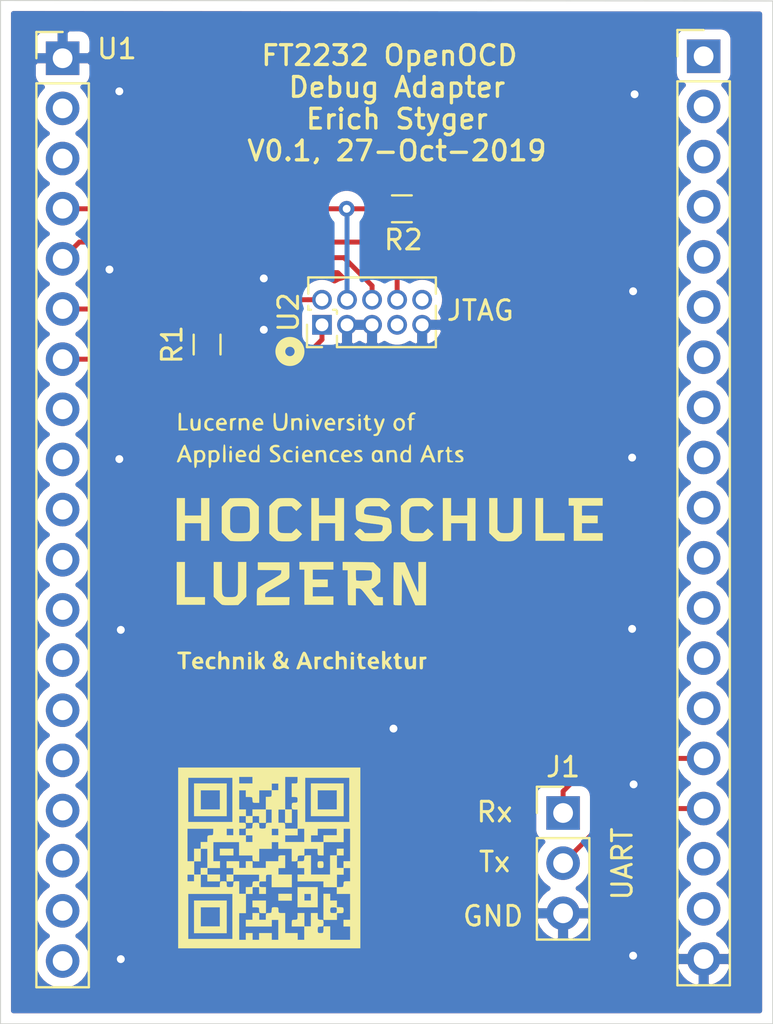
<source format=kicad_pcb>
(kicad_pcb (version 20171130) (host pcbnew "(5.1.2)-2")

  (general
    (thickness 1.6)
    (drawings 11)
    (tracks 49)
    (zones 0)
    (modules 7)
    (nets 41)
  )

  (page A4)
  (layers
    (0 F.Cu signal)
    (31 B.Cu signal)
    (32 B.Adhes user)
    (33 F.Adhes user)
    (34 B.Paste user)
    (35 F.Paste user)
    (36 B.SilkS user)
    (37 F.SilkS user)
    (38 B.Mask user)
    (39 F.Mask user)
    (40 Dwgs.User user)
    (41 Cmts.User user)
    (42 Eco1.User user)
    (43 Eco2.User user)
    (44 Edge.Cuts user)
    (45 Margin user)
    (46 B.CrtYd user)
    (47 F.CrtYd user)
    (48 B.Fab user)
    (49 F.Fab user)
  )

  (setup
    (last_trace_width 0.25)
    (trace_clearance 0.2)
    (zone_clearance 0.508)
    (zone_45_only no)
    (trace_min 0.2)
    (via_size 0.8)
    (via_drill 0.4)
    (via_min_size 0.4)
    (via_min_drill 0.3)
    (uvia_size 0.3)
    (uvia_drill 0.1)
    (uvias_allowed no)
    (uvia_min_size 0.2)
    (uvia_min_drill 0.1)
    (edge_width 0.05)
    (segment_width 0.2)
    (pcb_text_width 0.3)
    (pcb_text_size 1.5 1.5)
    (mod_edge_width 0.12)
    (mod_text_size 1 1)
    (mod_text_width 0.15)
    (pad_size 1.524 1.524)
    (pad_drill 0.762)
    (pad_to_mask_clearance 0.051)
    (solder_mask_min_width 0.25)
    (aux_axis_origin 0 0)
    (visible_elements 7FFFEFFF)
    (pcbplotparams
      (layerselection 0x010e0_ffffffff)
      (usegerberextensions false)
      (usegerberattributes false)
      (usegerberadvancedattributes false)
      (creategerberjobfile false)
      (excludeedgelayer true)
      (linewidth 0.100000)
      (plotframeref false)
      (viasonmask false)
      (mode 1)
      (useauxorigin false)
      (hpglpennumber 1)
      (hpglpenspeed 20)
      (hpglpendiameter 15.000000)
      (psnegative false)
      (psa4output false)
      (plotreference true)
      (plotvalue true)
      (plotinvisibletext false)
      (padsonsilk false)
      (subtractmaskfromsilk false)
      (outputformat 1)
      (mirror false)
      (drillshape 0)
      (scaleselection 1)
      (outputdirectory "Gerber_V0.1/"))
  )

  (net 0 "")
  (net 1 Rx)
  (net 2 Tx)
  (net 3 GND)
  (net 4 +3V3)
  (net 5 TMS)
  (net 6 TCLK)
  (net 7 "Net-(U1-Pad28)")
  (net 8 "Net-(U1-Pad31)")
  (net 9 "Net-(U1-Pad37)")
  (net 10 "Net-(U1-Pad21)")
  (net 11 "Net-(U1-Pad32)")
  (net 12 "Net-(U1-Pad34)")
  (net 13 "Net-(U1-Pad22)")
  (net 14 "Net-(U1-Pad38)")
  (net 15 "Net-(U1-Pad25)")
  (net 16 "Net-(U1-Pad26)")
  (net 17 "Net-(U1-Pad27)")
  (net 18 "Net-(U1-Pad29)")
  (net 19 "Net-(U1-Pad30)")
  (net 20 "Net-(U1-Pad33)")
  (net 21 "Net-(U1-Pad35)")
  (net 22 "Net-(U1-Pad36)")
  (net 23 "Net-(U1-Pad2)")
  (net 24 "Net-(U1-Pad3)")
  (net 25 TDI)
  (net 26 TDO)
  (net 27 "Net-(U1-Pad8)")
  (net 28 "Net-(U1-Pad9)")
  (net 29 "Net-(U1-Pad10)")
  (net 30 "Net-(U1-Pad11)")
  (net 31 "Net-(U1-Pad12)")
  (net 32 "Net-(U1-Pad13)")
  (net 33 "Net-(U1-Pad14)")
  (net 34 "Net-(U1-Pad15)")
  (net 35 "Net-(U1-Pad16)")
  (net 36 "Net-(U1-Pad17)")
  (net 37 "Net-(U1-Pad18)")
  (net 38 "Net-(U1-Pad19)")
  (net 39 "Net-(U2-Pad10)")
  (net 40 "Net-(U2-Pad7)")

  (net_class Default "This is the default net class."
    (clearance 0.2)
    (trace_width 0.25)
    (via_dia 0.8)
    (via_drill 0.4)
    (uvia_dia 0.3)
    (uvia_drill 0.1)
    (add_net +3V3)
    (add_net GND)
    (add_net "Net-(U1-Pad10)")
    (add_net "Net-(U1-Pad11)")
    (add_net "Net-(U1-Pad12)")
    (add_net "Net-(U1-Pad13)")
    (add_net "Net-(U1-Pad14)")
    (add_net "Net-(U1-Pad15)")
    (add_net "Net-(U1-Pad16)")
    (add_net "Net-(U1-Pad17)")
    (add_net "Net-(U1-Pad18)")
    (add_net "Net-(U1-Pad19)")
    (add_net "Net-(U1-Pad2)")
    (add_net "Net-(U1-Pad21)")
    (add_net "Net-(U1-Pad22)")
    (add_net "Net-(U1-Pad25)")
    (add_net "Net-(U1-Pad26)")
    (add_net "Net-(U1-Pad27)")
    (add_net "Net-(U1-Pad28)")
    (add_net "Net-(U1-Pad29)")
    (add_net "Net-(U1-Pad3)")
    (add_net "Net-(U1-Pad30)")
    (add_net "Net-(U1-Pad31)")
    (add_net "Net-(U1-Pad32)")
    (add_net "Net-(U1-Pad33)")
    (add_net "Net-(U1-Pad34)")
    (add_net "Net-(U1-Pad35)")
    (add_net "Net-(U1-Pad36)")
    (add_net "Net-(U1-Pad37)")
    (add_net "Net-(U1-Pad38)")
    (add_net "Net-(U1-Pad8)")
    (add_net "Net-(U1-Pad9)")
    (add_net "Net-(U2-Pad10)")
    (add_net "Net-(U2-Pad7)")
    (add_net Rx)
    (add_net TCLK)
    (add_net TDI)
    (add_net TDO)
    (add_net TMS)
    (add_net Tx)
  )

  (module McuOnEclipse:QR_McuOnEclipse_Silkscreen_9x9mm (layer F.Cu) (tedit 5DB5CB78) (tstamp 5DB5C3E3)
    (at 136.95 109.25)
    (descr "QR Code McuOnEclipse")
    (tags "QR, silkscreen, McuOnEclipse")
    (path /5DB6138D)
    (fp_text reference H1 (at 0 0) (layer F.SilkS) hide
      (effects (font (size 1.524 1.524) (thickness 0.3)))
    )
    (fp_text value QR (at 0.75 0) (layer F.SilkS) hide
      (effects (font (size 1.524 1.524) (thickness 0.3)))
    )
    (fp_poly (pts (xy 4.614333 4.572) (xy -4.614333 4.572) (xy -4.614333 1.820333) (xy -4.106333 1.820333)
      (xy -4.106333 4.106333) (xy -1.862667 4.106333) (xy -1.862667 1.820333) (xy -4.106333 1.820333)
      (xy -4.614333 1.820333) (xy -4.614333 0.846666) (xy -4.148667 0.846666) (xy -4.148667 1.185333)
      (xy -3.81 1.185333) (xy -3.81 0.846666) (xy -4.148667 0.846666) (xy -4.614333 0.846666)
      (xy -4.614333 -1.481667) (xy -4.148667 -1.481667) (xy -4.148667 0.169333) (xy -3.81 0.169333)
      (xy -3.81 0.846666) (xy -3.471333 0.846666) (xy -3.471333 1.481666) (xy -2.497667 1.481666)
      (xy -2.497667 1.3335) (xy -2.49254 1.238634) (xy -2.460888 1.196475) (xy -2.3783 1.185664)
      (xy -2.328333 1.185333) (xy -2.219915 1.189818) (xy -2.171734 1.217514) (xy -2.159379 1.289779)
      (xy -2.159 1.3335) (xy -2.153874 1.428365) (xy -2.122221 1.470524) (xy -2.039633 1.481335)
      (xy -1.989667 1.481666) (xy -1.881249 1.477181) (xy -1.833067 1.449485) (xy -1.820712 1.37722)
      (xy -1.820333 1.3335) (xy -1.81378 1.234194) (xy -1.776807 1.193467) (xy -1.683445 1.185351)
      (xy -1.672167 1.185333) (xy -1.524 1.185333) (xy -1.524 1.820333) (xy -1.185333 1.820333)
      (xy -1.185333 2.794) (xy -1.524 2.794) (xy -1.524 4.148666) (xy -1.185333 4.148666)
      (xy -1.185333 3.81) (xy -0.846667 3.81) (xy -0.846667 4.148666) (xy -0.508 4.148666)
      (xy -0.508 3.81) (xy 0.127 3.81) (xy 0.127 4.148666) (xy 0.465667 4.148666)
      (xy 0.465667 3.132666) (xy 0.127 3.132666) (xy 0.127 3.471333) (xy -1.185333 3.471333)
      (xy -1.185333 3.132666) (xy -0.846667 3.132666) (xy -0.846667 2.794) (xy -0.508 2.794)
      (xy -0.508 3.132666) (xy -0.169333 3.132666) (xy -0.169333 2.963333) (xy -0.164848 2.854915)
      (xy -0.137152 2.806733) (xy -0.064887 2.794378) (xy -0.021167 2.794) (xy 0.078139 2.787446)
      (xy 0.118865 2.750473) (xy 0.126981 2.657111) (xy 0.127 2.645833) (xy 0.132126 2.550967)
      (xy 0.163779 2.508808) (xy 0.246367 2.497997) (xy 0.296333 2.497666) (xy 0.404751 2.502152)
      (xy 0.452933 2.529848) (xy 0.465288 2.602112) (xy 0.465667 2.645833) (xy 0.470793 2.740699)
      (xy 0.502445 2.782858) (xy 0.585034 2.793668) (xy 0.635 2.794) (xy 0.804333 2.794)
      (xy 0.804333 3.81) (xy 1.439333 3.81) (xy 1.439333 4.148666) (xy 1.778 4.148666)
      (xy 1.778 3.471333) (xy 2.116667 3.471333) (xy 2.116667 2.794) (xy 2.455333 2.794)
      (xy 2.455333 2.963333) (xy 2.459819 3.071751) (xy 2.487515 3.119933) (xy 2.559779 3.132288)
      (xy 2.6035 3.132666) (xy 2.698366 3.137793) (xy 2.740525 3.169445) (xy 2.751335 3.252033)
      (xy 2.751667 3.302) (xy 2.747181 3.410418) (xy 2.719485 3.458599) (xy 2.64722 3.470954)
      (xy 2.6035 3.471333) (xy 2.508634 3.476459) (xy 2.466475 3.508112) (xy 2.455664 3.5907)
      (xy 2.455333 3.640666) (xy 2.459819 3.749084) (xy 2.487515 3.797266) (xy 2.559779 3.809621)
      (xy 2.6035 3.81) (xy 2.698366 3.804873) (xy 2.740525 3.773221) (xy 2.751335 3.690632)
      (xy 2.751667 3.640666) (xy 2.751667 3.471333) (xy 3.090333 3.471333) (xy 3.090333 4.148666)
      (xy 4.106333 4.148666) (xy 4.106333 3.471333) (xy 3.767667 3.471333) (xy 3.767667 3.132666)
      (xy 4.106333 3.132666) (xy 4.106333 1.820333) (xy 3.429 1.820333) (xy 3.429 1.481666)
      (xy 3.598333 1.481666) (xy 3.706751 1.477181) (xy 3.754933 1.449485) (xy 3.767288 1.37722)
      (xy 3.767667 1.3335) (xy 3.772793 1.238634) (xy 3.804445 1.196475) (xy 3.887034 1.185664)
      (xy 3.937 1.185333) (xy 4.106333 1.185333) (xy 4.106333 0.508) (xy 3.767667 0.508)
      (xy 3.767667 0.169333) (xy 4.106333 0.169333) (xy 4.106333 -1.481667) (xy 3.767667 -1.481667)
      (xy 3.767667 -0.804334) (xy 2.751667 -0.804334) (xy 2.751667 -0.127) (xy 2.6035 -0.127)
      (xy 2.508634 -0.132127) (xy 2.466475 -0.163779) (xy 2.455664 -0.246368) (xy 2.455333 -0.296334)
      (xy 2.455333 -0.465667) (xy 1.778 -0.465667) (xy 1.778 -0.127) (xy 1.608667 -0.127)
      (xy 1.500248 -0.122515) (xy 1.452067 -0.094819) (xy 1.439712 -0.022554) (xy 1.439333 0.021166)
      (xy 1.43278 0.120472) (xy 1.395807 0.161198) (xy 1.302444 0.169314) (xy 1.291167 0.169333)
      (xy 1.143 0.169333) (xy 1.143 -0.465667) (xy 0.465667 -0.465667) (xy 0.465667 -0.804334)
      (xy 0.127 -0.804334) (xy 0.127 -0.465667) (xy -0.508 -0.465667) (xy -0.508 0.169333)
      (xy -0.677333 0.169333) (xy -0.785752 0.164847) (xy -0.833933 0.137151) (xy -0.846288 0.064887)
      (xy -0.846667 0.021166) (xy -0.846667 -0.127) (xy -1.524 -0.127) (xy -1.524 -0.804334)
      (xy -1.185333 -0.804334) (xy -0.846667 -0.804334) (xy -0.846667 -1.143) (xy -1.185333 -1.143)
      (xy -1.185333 -0.804334) (xy -1.524 -0.804334) (xy -2.836333 -0.804334) (xy -2.836333 0.169333)
      (xy -2.497667 0.169333) (xy -2.497667 0.508) (xy -3.132667 0.508) (xy -3.132667 -0.465667)
      (xy -3.471333 -0.465667) (xy -3.471333 -0.804334) (xy -3.132667 -0.804334) (xy -3.132667 -0.973667)
      (xy -3.128181 -1.082085) (xy -3.100485 -1.130267) (xy -3.028221 -1.142622) (xy -2.9845 -1.143)
      (xy -2.889634 -1.148127) (xy -2.847475 -1.179779) (xy -2.836665 -1.262368) (xy -2.836333 -1.312334)
      (xy -2.836333 -1.481667) (xy -2.159 -1.481667) (xy -2.159 -1.143) (xy -1.820333 -1.143)
      (xy -1.820333 -1.481667) (xy -2.159 -1.481667) (xy -2.836333 -1.481667) (xy -4.148667 -1.481667)
      (xy -4.614333 -1.481667) (xy -4.614333 -4.064) (xy -4.106333 -4.064) (xy -4.106333 -1.820334)
      (xy -1.862667 -1.820334) (xy -1.862667 -3.429) (xy -1.524 -3.429) (xy -1.524 -2.455334)
      (xy -1.185333 -2.455334) (xy -1.185333 -2.116667) (xy -1.524 -2.116667) (xy -1.524 -1.778)
      (xy -1.354667 -1.778) (xy -1.246249 -1.773515) (xy -1.198067 -1.745819) (xy -1.185712 -1.673554)
      (xy -1.185333 -1.629834) (xy -1.19046 -1.534968) (xy -1.222112 -1.492809) (xy -1.304701 -1.481998)
      (xy -1.354667 -1.481667) (xy -1.524 -1.481667) (xy -1.524 -1.143) (xy -1.185333 -1.143)
      (xy -1.185333 -1.481667) (xy -1.016 -1.481667) (xy -0.907582 -1.486153) (xy -0.8594 -1.513849)
      (xy -0.847045 -1.586113) (xy -0.846667 -1.629834) (xy -0.84154 -1.7247) (xy -0.809888 -1.766859)
      (xy -0.7273 -1.777669) (xy -0.677333 -1.778) (xy -0.568915 -1.773515) (xy -0.520734 -1.745819)
      (xy -0.508379 -1.673554) (xy -0.508 -1.629834) (xy -0.502874 -1.534968) (xy -0.471221 -1.492809)
      (xy -0.388633 -1.481998) (xy -0.338667 -1.481667) (xy 0.127 -1.481667) (xy 0.127 -1.143)
      (xy 0.465667 -1.143) (xy 0.804333 -1.143) (xy 0.804333 -0.804334) (xy 1.778 -0.804334)
      (xy 1.778 -1.143) (xy 2.116667 -1.143) (xy 2.116667 -0.804334) (xy 2.751667 -0.804334)
      (xy 2.751667 -1.143) (xy 3.429 -1.143) (xy 3.429 -1.481667) (xy 2.455333 -1.481667)
      (xy 2.455333 -1.143) (xy 2.116667 -1.143) (xy 1.778 -1.143) (xy 1.778 -1.481667)
      (xy 1.439333 -1.481667) (xy 1.439333 -1.143) (xy 0.804333 -1.143) (xy 0.465667 -1.143)
      (xy 0.465667 -1.481667) (xy 0.127 -1.481667) (xy -0.338667 -1.481667) (xy -0.230249 -1.486153)
      (xy -0.182067 -1.513849) (xy -0.169712 -1.586113) (xy -0.169333 -1.629834) (xy -0.16278 -1.72914)
      (xy -0.125807 -1.769866) (xy -0.032445 -1.777982) (xy -0.021167 -1.778) (xy 0.127 -1.778)
      (xy 0.127 -2.455334) (xy 0.465667 -2.455334) (xy 0.465667 -1.778) (xy 0.635 -1.778)
      (xy 0.743418 -1.773515) (xy 0.7916 -1.745819) (xy 0.803955 -1.673554) (xy 0.804333 -1.629834)
      (xy 0.804333 -1.481667) (xy 1.439333 -1.481667) (xy 1.439333 -2.455334) (xy 1.291167 -2.455334)
      (xy 1.196301 -2.46046) (xy 1.154142 -2.492113) (xy 1.143331 -2.574701) (xy 1.143 -2.624667)
      (xy 1.147485 -2.733085) (xy 1.175181 -2.781267) (xy 1.247446 -2.793622) (xy 1.291167 -2.794)
      (xy 1.390472 -2.800554) (xy 1.431199 -2.837527) (xy 1.439315 -2.930889) (xy 1.439333 -2.942167)
      (xy 1.43278 -3.041473) (xy 1.395807 -3.082199) (xy 1.302444 -3.090315) (xy 1.291167 -3.090334)
      (xy 1.143 -3.090334) (xy 1.143 -3.767667) (xy 1.291167 -3.767667) (xy 1.386032 -3.772794)
      (xy 1.428191 -3.804446) (xy 1.439002 -3.887034) (xy 1.439333 -3.937) (xy 1.439333 -4.064)
      (xy 1.820333 -4.064) (xy 1.820333 -1.820334) (xy 4.064 -1.820334) (xy 4.064 -4.064)
      (xy 1.820333 -4.064) (xy 1.439333 -4.064) (xy 1.439333 -4.106334) (xy 0.804333 -4.106334)
      (xy 0.804333 -2.455334) (xy 0.465667 -2.455334) (xy 0.127 -2.455334) (xy -0.169333 -2.455334)
      (xy -0.169333 -3.090334) (xy -0.021167 -3.090334) (xy 0.073699 -3.09546) (xy 0.115858 -3.127113)
      (xy 0.126669 -3.209701) (xy 0.127 -3.259667) (xy 0.127 -3.429) (xy -0.508 -3.429)
      (xy -0.508 -2.794) (xy -0.677333 -2.794) (xy -0.785752 -2.798486) (xy -0.833933 -2.826182)
      (xy -0.846288 -2.898447) (xy -0.846667 -2.942167) (xy -0.851793 -3.037033) (xy -0.883446 -3.079192)
      (xy -0.966034 -3.090003) (xy -1.016 -3.090334) (xy -1.185333 -3.090334) (xy -1.185333 -3.429)
      (xy -1.524 -3.429) (xy -1.862667 -3.429) (xy -1.862667 -4.064) (xy -4.106333 -4.064)
      (xy -4.614333 -4.064) (xy -4.614333 -4.106334) (xy -1.524 -4.106334) (xy -1.524 -3.767667)
      (xy -0.846667 -3.767667) (xy 0.127 -3.767667) (xy 0.127 -3.429) (xy 0.465667 -3.429)
      (xy 0.465667 -3.767667) (xy 0.127 -3.767667) (xy -0.846667 -3.767667) (xy -0.846667 -4.106334)
      (xy -1.524 -4.106334) (xy -4.614333 -4.106334) (xy -4.614333 -4.572) (xy 4.614333 -4.572)
      (xy 4.614333 4.572)) (layer F.SilkS) (width 0.01))
    (fp_poly (pts (xy 1.778 3.471333) (xy 1.143 3.471333) (xy 1.143 3.302) (xy 1.147485 3.193581)
      (xy 1.175181 3.1454) (xy 1.247446 3.133045) (xy 1.291167 3.132666) (xy 1.386032 3.12754)
      (xy 1.428191 3.095887) (xy 1.439002 3.013299) (xy 1.439333 2.963333) (xy 1.439333 2.794)
      (xy 1.778 2.794) (xy 1.778 3.471333)) (layer F.SilkS) (width 0.01))
    (fp_poly (pts (xy 3.090333 2.159) (xy 3.429 2.159) (xy 3.429 2.497666) (xy 3.598333 2.497666)
      (xy 3.706751 2.502152) (xy 3.754933 2.529848) (xy 3.767288 2.602112) (xy 3.767667 2.645833)
      (xy 3.76254 2.740699) (xy 3.730888 2.782858) (xy 3.648299 2.793668) (xy 3.598333 2.794)
      (xy 3.429 2.794) (xy 3.429 3.132666) (xy 2.751667 3.132666) (xy 2.751667 2.645833)
      (xy 3.090333 2.645833) (xy 3.09546 2.740699) (xy 3.127112 2.782858) (xy 3.2097 2.793668)
      (xy 3.259667 2.794) (xy 3.368085 2.789514) (xy 3.416266 2.761818) (xy 3.428621 2.689553)
      (xy 3.429 2.645833) (xy 3.423873 2.550967) (xy 3.392221 2.508808) (xy 3.309633 2.497997)
      (xy 3.259667 2.497666) (xy 3.151248 2.502152) (xy 3.103067 2.529848) (xy 3.090712 2.602112)
      (xy 3.090333 2.645833) (xy 2.751667 2.645833) (xy 2.751667 1.820333) (xy 3.090333 1.820333)
      (xy 3.090333 2.159)) (layer F.SilkS) (width 0.01))
    (fp_poly (pts (xy -0.169333 2.794) (xy -0.338667 2.794) (xy -0.447085 2.789514) (xy -0.495267 2.761818)
      (xy -0.507622 2.689553) (xy -0.508 2.645833) (xy -0.513127 2.550967) (xy -0.544779 2.508808)
      (xy -0.627367 2.497997) (xy -0.677333 2.497666) (xy -0.846667 2.497666) (xy -0.846667 2.159)
      (xy -0.169333 2.159) (xy -0.169333 2.794)) (layer F.SilkS) (width 0.01))
    (fp_poly (pts (xy 2.455333 2.497666) (xy 1.439333 2.497666) (xy 1.439333 1.820333) (xy 1.778 1.820333)
      (xy 1.778 2.159) (xy 2.116667 2.159) (xy 2.116667 1.820333) (xy 1.778 1.820333)
      (xy 1.439333 1.820333) (xy 1.439333 1.481666) (xy 2.455333 1.481666) (xy 2.455333 2.497666)) (layer F.SilkS) (width 0.01))
    (fp_poly (pts (xy 1.143 2.159) (xy 0.465667 2.159) (xy 0.465667 1.820333) (xy 1.143 1.820333)
      (xy 1.143 2.159)) (layer F.SilkS) (width 0.01))
    (fp_poly (pts (xy -1.820333 1.185333) (xy -2.159 1.185333) (xy -2.159 0.846666) (xy -1.820333 0.846666)
      (xy -1.820333 1.185333)) (layer F.SilkS) (width 0.01))
    (fp_poly (pts (xy -1.820333 0.508) (xy -2.159 0.508) (xy -2.159 0.169333) (xy -1.524 0.169333)
      (xy -1.524 0.508) (xy -1.185333 0.508) (xy -1.185333 0.169333) (xy -0.846667 0.169333)
      (xy -0.846667 0.508) (xy -0.169333 0.508) (xy -0.169333 0.169333) (xy 0.465667 0.169333)
      (xy 0.465667 0.021166) (xy 0.470793 -0.0737) (xy 0.502445 -0.115859) (xy 0.585034 -0.126669)
      (xy 0.635 -0.127) (xy 0.804333 -0.127) (xy 0.804333 0.508) (xy 0.465667 0.508)
      (xy 0.465667 0.846666) (xy 1.143 0.846666) (xy 1.143 1.481666) (xy 0.127 1.481666)
      (xy 0.127 0.846666) (xy -0.021167 0.846666) (xy -0.116033 0.851793) (xy -0.158192 0.883445)
      (xy -0.169002 0.966033) (xy -0.169333 1.016) (xy -0.169333 1.185333) (xy -0.338667 1.185333)
      (xy -0.447085 1.189818) (xy -0.495267 1.217514) (xy -0.507622 1.289779) (xy -0.508 1.3335)
      (xy -0.502874 1.428365) (xy -0.471221 1.470524) (xy -0.388633 1.481335) (xy -0.338667 1.481666)
      (xy -0.169333 1.481666) (xy -0.169333 1.820333) (xy -0.508 1.820333) (xy -0.508 1.481666)
      (xy -0.846667 1.481666) (xy -0.846667 1.820333) (xy -1.185333 1.820333) (xy -1.185333 1.481666)
      (xy -1.016 1.481666) (xy -0.907582 1.477181) (xy -0.8594 1.449485) (xy -0.847045 1.37722)
      (xy -0.846667 1.3335) (xy -0.84154 1.238634) (xy -0.809888 1.196475) (xy -0.7273 1.185664)
      (xy -0.677333 1.185333) (xy -0.508 1.185333) (xy -0.508 0.846666) (xy -1.820333 0.846666)
      (xy -1.820333 0.508)) (layer F.SilkS) (width 0.01))
    (fp_poly (pts (xy 3.429 0.508) (xy 3.767667 0.508) (xy 3.767667 0.846666) (xy 3.429 0.846666)
      (xy 3.429 1.481666) (xy 2.751667 1.481666) (xy 2.751667 1.185333) (xy 1.439333 1.185333)
      (xy 1.439333 0.846666) (xy 1.778 0.846666) (xy 1.778 0.508) (xy 1.439333 0.508)
      (xy 1.439333 0.169333) (xy 1.608667 0.169333) (xy 1.717085 0.164847) (xy 1.765266 0.137151)
      (xy 1.777621 0.064887) (xy 1.778 0.021166) (xy 1.783126 -0.0737) (xy 1.814779 -0.115859)
      (xy 1.897367 -0.126669) (xy 1.947333 -0.127) (xy 2.116667 -0.127) (xy 2.116667 0.846666)
      (xy 3.090333 0.846666) (xy 3.090333 -0.127) (xy 3.429 -0.127) (xy 3.429 0.508)) (layer F.SilkS) (width 0.01))
    (fp_poly (pts (xy 3.429 -0.465667) (xy 3.767667 -0.465667) (xy 3.767667 -0.127) (xy 3.429 -0.127)
      (xy 3.429 -0.465667)) (layer F.SilkS) (width 0.01))
    (fp_poly (pts (xy -2.497667 0.846666) (xy -2.497667 1.185333) (xy -3.132667 1.185333) (xy -3.132667 0.846666)
      (xy -2.497667 0.846666)) (layer F.SilkS) (width 0.01))
    (fp_poly (pts (xy -3.471333 0.846666) (xy -3.471333 0.508) (xy -3.132667 0.508) (xy -3.132667 0.846666)
      (xy -3.471333 0.846666)) (layer F.SilkS) (width 0.01))
    (fp_poly (pts (xy 2.698366 0.174459) (xy 2.740525 0.206112) (xy 2.751335 0.2887) (xy 2.751667 0.338666)
      (xy 2.747181 0.447084) (xy 2.719485 0.495266) (xy 2.64722 0.507621) (xy 2.6035 0.508)
      (xy 2.508634 0.502873) (xy 2.466475 0.471221) (xy 2.455664 0.388632) (xy 2.455333 0.338666)
      (xy 2.459819 0.230248) (xy 2.487515 0.182066) (xy 2.559779 0.169711) (xy 2.6035 0.169333)
      (xy 2.698366 0.174459)) (layer F.SilkS) (width 0.01))
    (fp_poly (pts (xy -3.471333 0.169333) (xy -3.81 0.169333) (xy -3.81 -0.465667) (xy -3.471333 -0.465667)
      (xy -3.471333 0.169333)) (layer F.SilkS) (width 0.01))
    (fp_poly (pts (xy -1.820333 -0.127) (xy -2.497667 -0.127) (xy -2.497667 -0.465667) (xy -1.820333 -0.465667)
      (xy -1.820333 -0.127)) (layer F.SilkS) (width 0.01))
    (fp_poly (pts (xy -2.159 3.81) (xy -3.81 3.81) (xy -3.81 2.497666) (xy -3.471333 2.497666)
      (xy -3.471333 3.471333) (xy -2.497667 3.471333) (xy -2.497667 2.497666) (xy -3.471333 2.497666)
      (xy -3.81 2.497666) (xy -3.81 2.159) (xy -2.159 2.159) (xy -2.159 3.81)) (layer F.SilkS) (width 0.01))
    (fp_poly (pts (xy -0.846667 -1.778) (xy -1.185333 -1.778) (xy -1.185333 -2.116667) (xy -0.846667 -2.116667)
      (xy -0.846667 -1.778)) (layer F.SilkS) (width 0.01))
    (fp_poly (pts (xy -0.846667 -2.455334) (xy -0.169333 -2.455334) (xy -0.169333 -1.778) (xy -0.508 -1.778)
      (xy -0.508 -2.116667) (xy -0.846667 -2.116667) (xy -0.846667 -2.455334)) (layer F.SilkS) (width 0.01))
    (fp_poly (pts (xy 1.143 -1.778) (xy 0.804333 -1.778) (xy 0.804333 -2.455334) (xy 1.143 -2.455334)
      (xy 1.143 -1.778)) (layer F.SilkS) (width 0.01))
    (fp_poly (pts (xy -2.159 -2.116667) (xy -3.81 -2.116667) (xy -3.81 -3.429) (xy -3.471333 -3.429)
      (xy -3.471333 -2.455334) (xy -2.497667 -2.455334) (xy -2.497667 -3.429) (xy -3.471333 -3.429)
      (xy -3.81 -3.429) (xy -3.81 -3.767667) (xy -2.159 -3.767667) (xy -2.159 -2.116667)) (layer F.SilkS) (width 0.01))
    (fp_poly (pts (xy 3.767667 -2.116667) (xy 2.116667 -2.116667) (xy 2.116667 -3.429) (xy 2.455333 -3.429)
      (xy 2.455333 -2.455334) (xy 3.429 -2.455334) (xy 3.429 -3.429) (xy 2.455333 -3.429)
      (xy 2.116667 -3.429) (xy 2.116667 -3.767667) (xy 3.767667 -3.767667) (xy 3.767667 -2.116667)) (layer F.SilkS) (width 0.01))
  )

  (module McuOnEclipse:FT2232_Breakout_Pin_Header_Straight_2x19_Pitch2.54mm (layer F.Cu) (tedit 5DB5A6EC) (tstamp 5DB5B932)
    (at 126.475 68.75)
    (descr "Through hole straight pin headers for FT2232 breakout board, 2x19, 2.54mm pitch, dual row")
    (tags "Through hole pin header THT 2x19 2.54mm single row")
    (path /5DB741E2)
    (fp_text reference U1 (at 2.75 -0.475) (layer F.SilkS)
      (effects (font (size 1 1) (thickness 0.15)))
    )
    (fp_text value FT2232_Breakout (at 16.625 47.875) (layer F.Fab)
      (effects (font (size 1 1) (thickness 0.15)))
    )
    (fp_line (start 33.77 46.89) (end 31.23 46.89) (layer F.Fab) (width 0.1))
    (fp_line (start 33.83 1.17) (end 33.83 46.95) (layer F.SilkS) (width 0.12))
    (fp_line (start 33.77 -1.37) (end 33.77 46.89) (layer F.Fab) (width 0.1))
    (fp_line (start 31.17 1.17) (end 33.83 1.17) (layer F.SilkS) (width 0.12))
    (fp_line (start 31.23 46.89) (end 31.23 -0.735) (layer F.Fab) (width 0.1))
    (fp_line (start 31.17 1.17) (end 31.17 46.95) (layer F.SilkS) (width 0.12))
    (fp_line (start 31.17 46.95) (end 33.83 46.95) (layer F.SilkS) (width 0.12))
    (fp_line (start 31.865 -1.37) (end 33.77 -1.37) (layer F.Fab) (width 0.1))
    (fp_line (start 31.23 -0.735) (end 31.865 -1.37) (layer F.Fab) (width 0.1))
    (fp_line (start 30.7 -1.9) (end 30.7 47.4) (layer F.CrtYd) (width 0.05))
    (fp_line (start 31.17 -0.1) (end 31.17 -1.43) (layer F.SilkS) (width 0.12))
    (fp_line (start 34.3 47.4) (end 34.3 -1.9) (layer F.CrtYd) (width 0.05))
    (fp_line (start 30.7 47.4) (end 34.3 47.4) (layer F.CrtYd) (width 0.05))
    (fp_line (start 31.17 -1.43) (end 32.5 -1.43) (layer F.SilkS) (width 0.12))
    (fp_line (start 34.3 -1.9) (end 30.7 -1.9) (layer F.CrtYd) (width 0.05))
    (fp_line (start -0.635 -1.27) (end 1.27 -1.27) (layer F.Fab) (width 0.1))
    (fp_line (start 1.27 -1.27) (end 1.27 46.99) (layer F.Fab) (width 0.1))
    (fp_line (start 1.27 46.99) (end -1.27 46.99) (layer F.Fab) (width 0.1))
    (fp_line (start -1.27 46.99) (end -1.27 -0.635) (layer F.Fab) (width 0.1))
    (fp_line (start -1.27 -0.635) (end -0.635 -1.27) (layer F.Fab) (width 0.1))
    (fp_line (start -1.33 47.05) (end 1.33 47.05) (layer F.SilkS) (width 0.12))
    (fp_line (start -1.33 1.27) (end -1.33 47.05) (layer F.SilkS) (width 0.12))
    (fp_line (start 1.33 1.27) (end 1.33 47.05) (layer F.SilkS) (width 0.12))
    (fp_line (start -1.33 1.27) (end 1.33 1.27) (layer F.SilkS) (width 0.12))
    (fp_line (start -1.33 0) (end -1.33 -1.33) (layer F.SilkS) (width 0.12))
    (fp_line (start -1.33 -1.33) (end 0 -1.33) (layer F.SilkS) (width 0.12))
    (fp_line (start -1.8 -1.8) (end -1.8 47.5) (layer F.CrtYd) (width 0.05))
    (fp_line (start -1.8 47.5) (end 1.8 47.5) (layer F.CrtYd) (width 0.05))
    (fp_line (start 1.8 47.5) (end 1.8 -1.8) (layer F.CrtYd) (width 0.05))
    (fp_line (start 1.8 -1.8) (end -1.8 -1.8) (layer F.CrtYd) (width 0.05))
    (fp_text user %R (at 2.6 23.6 90) (layer F.Fab)
      (effects (font (size 1 1) (thickness 0.15)))
    )
    (pad 28 thru_hole oval (at 32.5 25.3) (size 1.7 1.7) (drill 1) (layers *.Cu *.Mask)
      (net 7 "Net-(U1-Pad28)"))
    (pad 31 thru_hole oval (at 32.5 17.68) (size 1.7 1.7) (drill 1) (layers *.Cu *.Mask)
      (net 8 "Net-(U1-Pad31)"))
    (pad 37 thru_hole oval (at 32.5 2.44) (size 1.7 1.7) (drill 1) (layers *.Cu *.Mask)
      (net 9 "Net-(U1-Pad37)"))
    (pad 21 thru_hole oval (at 32.5 43.08) (size 1.7 1.7) (drill 1) (layers *.Cu *.Mask)
      (net 10 "Net-(U1-Pad21)"))
    (pad 32 thru_hole oval (at 32.5 15.14) (size 1.7 1.7) (drill 1) (layers *.Cu *.Mask)
      (net 11 "Net-(U1-Pad32)"))
    (pad 34 thru_hole oval (at 32.5 10.06) (size 1.7 1.7) (drill 1) (layers *.Cu *.Mask)
      (net 12 "Net-(U1-Pad34)"))
    (pad 20 thru_hole oval (at 32.5 45.62) (size 1.7 1.7) (drill 1) (layers *.Cu *.Mask)
      (net 3 GND))
    (pad 22 thru_hole oval (at 32.5 40.54) (size 1.7 1.7) (drill 1) (layers *.Cu *.Mask)
      (net 13 "Net-(U1-Pad22)"))
    (pad 38 thru_hole rect (at 32.5 -0.1) (size 1.7 1.7) (drill 1) (layers *.Cu *.Mask)
      (net 14 "Net-(U1-Pad38)"))
    (pad 24 thru_hole oval (at 32.5 35.46) (size 1.7 1.7) (drill 1) (layers *.Cu *.Mask)
      (net 1 Rx))
    (pad 25 thru_hole oval (at 32.5 32.92) (size 1.7 1.7) (drill 1) (layers *.Cu *.Mask)
      (net 15 "Net-(U1-Pad25)"))
    (pad 26 thru_hole oval (at 32.5 30.38) (size 1.7 1.7) (drill 1) (layers *.Cu *.Mask)
      (net 16 "Net-(U1-Pad26)"))
    (pad 27 thru_hole oval (at 32.5 27.84) (size 1.7 1.7) (drill 1) (layers *.Cu *.Mask)
      (net 17 "Net-(U1-Pad27)"))
    (pad 29 thru_hole oval (at 32.5 22.76) (size 1.7 1.7) (drill 1) (layers *.Cu *.Mask)
      (net 18 "Net-(U1-Pad29)"))
    (pad 30 thru_hole oval (at 32.5 20.22) (size 1.7 1.7) (drill 1) (layers *.Cu *.Mask)
      (net 19 "Net-(U1-Pad30)"))
    (pad 33 thru_hole oval (at 32.5 12.6) (size 1.7 1.7) (drill 1) (layers *.Cu *.Mask)
      (net 20 "Net-(U1-Pad33)"))
    (pad 35 thru_hole oval (at 32.5 7.52) (size 1.7 1.7) (drill 1) (layers *.Cu *.Mask)
      (net 21 "Net-(U1-Pad35)"))
    (pad 23 thru_hole oval (at 32.5 38) (size 1.7 1.7) (drill 1) (layers *.Cu *.Mask)
      (net 2 Tx))
    (pad 36 thru_hole oval (at 32.5 4.98) (size 1.7 1.7) (drill 1) (layers *.Cu *.Mask)
      (net 22 "Net-(U1-Pad36)"))
    (pad 1 thru_hole rect (at 0 0) (size 1.7 1.7) (drill 1) (layers *.Cu *.Mask)
      (net 3 GND))
    (pad 2 thru_hole oval (at 0 2.54) (size 1.7 1.7) (drill 1) (layers *.Cu *.Mask)
      (net 23 "Net-(U1-Pad2)"))
    (pad 3 thru_hole oval (at 0 5.08) (size 1.7 1.7) (drill 1) (layers *.Cu *.Mask)
      (net 24 "Net-(U1-Pad3)"))
    (pad 4 thru_hole oval (at 0 7.62) (size 1.7 1.7) (drill 1) (layers *.Cu *.Mask)
      (net 6 TCLK))
    (pad 5 thru_hole oval (at 0 10.16) (size 1.7 1.7) (drill 1) (layers *.Cu *.Mask)
      (net 25 TDI))
    (pad 6 thru_hole oval (at 0 12.7) (size 1.7 1.7) (drill 1) (layers *.Cu *.Mask)
      (net 26 TDO))
    (pad 7 thru_hole oval (at 0 15.24) (size 1.7 1.7) (drill 1) (layers *.Cu *.Mask)
      (net 5 TMS))
    (pad 8 thru_hole oval (at 0 17.78) (size 1.7 1.7) (drill 1) (layers *.Cu *.Mask)
      (net 27 "Net-(U1-Pad8)"))
    (pad 9 thru_hole oval (at 0 20.32) (size 1.7 1.7) (drill 1) (layers *.Cu *.Mask)
      (net 28 "Net-(U1-Pad9)"))
    (pad 10 thru_hole oval (at 0 22.86) (size 1.7 1.7) (drill 1) (layers *.Cu *.Mask)
      (net 29 "Net-(U1-Pad10)"))
    (pad 11 thru_hole oval (at 0 25.4) (size 1.7 1.7) (drill 1) (layers *.Cu *.Mask)
      (net 30 "Net-(U1-Pad11)"))
    (pad 12 thru_hole oval (at 0 27.94) (size 1.7 1.7) (drill 1) (layers *.Cu *.Mask)
      (net 31 "Net-(U1-Pad12)"))
    (pad 13 thru_hole oval (at 0 30.48) (size 1.7 1.7) (drill 1) (layers *.Cu *.Mask)
      (net 32 "Net-(U1-Pad13)"))
    (pad 14 thru_hole oval (at 0 33.02) (size 1.7 1.7) (drill 1) (layers *.Cu *.Mask)
      (net 33 "Net-(U1-Pad14)"))
    (pad 15 thru_hole oval (at 0 35.56) (size 1.7 1.7) (drill 1) (layers *.Cu *.Mask)
      (net 34 "Net-(U1-Pad15)"))
    (pad 16 thru_hole oval (at 0 38.1) (size 1.7 1.7) (drill 1) (layers *.Cu *.Mask)
      (net 35 "Net-(U1-Pad16)"))
    (pad 17 thru_hole oval (at 0 40.64) (size 1.7 1.7) (drill 1) (layers *.Cu *.Mask)
      (net 36 "Net-(U1-Pad17)"))
    (pad 18 thru_hole oval (at 0 43.18) (size 1.7 1.7) (drill 1) (layers *.Cu *.Mask)
      (net 37 "Net-(U1-Pad18)"))
    (pad 19 thru_hole oval (at 0 45.72) (size 1.7 1.7) (drill 1) (layers *.Cu *.Mask)
      (net 38 "Net-(U1-Pad19)"))
    (model ${KISYS3DMOD}/Pin_Headers.3dshapes/Pin_Header_Straight_1x19_Pitch2.54mm.wrl
      (offset (xyz 0 0 -2))
      (scale (xyz 1 1 1))
      (rotate (xyz 0 180 0))
    )
    (model ${KISYS3DMOD}/Pin_Headers.3dshapes/Pin_Header_Straight_1x19_Pitch2.54mm.wrl
      (offset (xyz 32.5 0 -2))
      (scale (xyz 1 1 1))
      (rotate (xyz 0 180 0))
    )
  )

  (module McuOnEclipse:HSLU_Logo_Silkscreen (layer F.Cu) (tedit 5DB1DEF3) (tstamp 5DB5C439)
    (at 143.025 93.375)
    (descr "Logo of HSLU")
    (tags "Logo, HSLU, Silkscreen")
    (path /5DB61582)
    (attr virtual)
    (fp_text reference H2 (at 7 -5.83) (layer F.SilkS) hide
      (effects (font (size 1.524 1.524) (thickness 0.3)))
    )
    (fp_text value HSLU (at 7.21 3) (layer F.SilkS) hide
      (effects (font (size 1.524 1.524) (thickness 0.3)))
    )
    (fp_poly (pts (xy -10.229405 5.42998) (xy -10.129077 5.433503) (xy -10.070291 5.441814) (xy -10.042067 5.456908)
      (xy -10.03343 5.480782) (xy -10.033 5.49275) (xy -10.042349 5.532432) (xy -10.081166 5.551197)
      (xy -10.165612 5.556225) (xy -10.175875 5.55625) (xy -10.31875 5.55625) (xy -10.31875 5.93725)
      (xy -10.319519 6.098574) (xy -10.322884 6.206828) (xy -10.33044 6.272433) (xy -10.343778 6.30581)
      (xy -10.364489 6.31738) (xy -10.376959 6.31825) (xy -10.437329 6.307884) (xy -10.456334 6.297083)
      (xy -10.464774 6.258621) (xy -10.471617 6.170298) (xy -10.476103 6.045749) (xy -10.4775 5.916083)
      (xy -10.4775 5.55625) (xy -10.6045 5.55625) (xy -10.687589 5.550924) (xy -10.72431 5.529402)
      (xy -10.7315 5.49275) (xy -10.727481 5.464959) (xy -10.708106 5.446718) (xy -10.662398 5.43603)
      (xy -10.579379 5.430898) (xy -10.448073 5.429328) (xy -10.38225 5.42925) (xy -10.229405 5.42998)) (layer F.SilkS) (width 0.01))
    (fp_poly (pts (xy -9.580857 5.690671) (xy -9.492439 5.742318) (xy -9.442082 5.82947) (xy -9.423975 5.923184)
      (xy -9.413875 6.016625) (xy -9.858375 6.048375) (xy -9.783252 6.123498) (xy -9.715863 6.174429)
      (xy -9.638463 6.18712) (xy -9.586942 6.182367) (xy -9.499331 6.178429) (xy -9.455364 6.199959)
      (xy -9.446678 6.21583) (xy -9.450625 6.271905) (xy -9.468363 6.291412) (xy -9.542141 6.312793)
      (xy -9.648694 6.316924) (xy -9.760139 6.305341) (xy -9.848592 6.279582) (xy -9.866256 6.269476)
      (xy -9.920904 6.207351) (xy -9.966465 6.116634) (xy -9.972667 6.097952) (xy -9.985441 5.963939)
      (xy -9.963022 5.890723) (xy -9.81075 5.890723) (xy -9.81075 5.890742) (xy -9.783846 5.920123)
      (xy -9.720468 5.936252) (xy -9.64662 5.937225) (xy -9.588309 5.921138) (xy -9.574207 5.908059)
      (xy -9.580787 5.869059) (xy -9.615815 5.817877) (xy -9.658329 5.782217) (xy -9.672231 5.7785)
      (xy -9.729932 5.798762) (xy -9.785723 5.843963) (xy -9.81075 5.890723) (xy -9.963022 5.890723)
      (xy -9.948615 5.843676) (xy -9.872794 5.748186) (xy -9.768583 5.688495) (xy -9.646587 5.675626)
      (xy -9.580857 5.690671)) (layer F.SilkS) (width 0.01))
    (fp_poly (pts (xy -8.897379 5.681954) (xy -8.831959 5.700355) (xy -8.820896 5.707904) (xy -8.800417 5.755824)
      (xy -8.829914 5.791473) (xy -8.895864 5.802608) (xy -8.921688 5.799149) (xy -9.025713 5.801528)
      (xy -9.094147 5.855857) (xy -9.12503 5.960222) (xy -9.126682 5.999266) (xy -9.112855 6.107831)
      (xy -9.065021 6.167153) (xy -8.973652 6.185938) (xy -8.924286 6.184166) (xy -8.843126 6.192009)
      (xy -8.799127 6.222448) (xy -8.802313 6.264199) (xy -8.830568 6.289685) (xy -8.893509 6.308342)
      (xy -8.987591 6.316314) (xy -9.083768 6.313228) (xy -9.152996 6.29871) (xy -9.161716 6.293951)
      (xy -9.251316 6.196358) (xy -9.295664 6.070939) (xy -9.292918 5.936213) (xy -9.241239 5.810696)
      (xy -9.213329 5.774671) (xy -9.138674 5.706347) (xy -9.05905 5.678399) (xy -8.989058 5.67459)
      (xy -8.897379 5.681954)) (layer F.SilkS) (width 0.01))
    (fp_poly (pts (xy -8.517368 5.42621) (xy -8.509816 5.488763) (xy -8.509 5.557438) (xy -8.505951 5.653497)
      (xy -8.493897 5.698722) (xy -8.468478 5.705606) (xy -8.458426 5.702386) (xy -8.347398 5.666911)
      (xy -8.270451 5.665259) (xy -8.206848 5.6992) (xy -8.177223 5.72639) (xy -8.136325 5.773324)
      (xy -8.112058 5.824631) (xy -8.100174 5.897957) (xy -8.096426 6.010951) (xy -8.09625 6.062806)
      (xy -8.097085 6.189214) (xy -8.102264 6.265042) (xy -8.115802 6.30321) (xy -8.141715 6.316638)
      (xy -8.175625 6.31825) (xy -8.215933 6.315299) (xy -8.239594 6.29755) (xy -8.251039 6.251653)
      (xy -8.254698 6.164261) (xy -8.255 6.079128) (xy -8.26049 5.936653) (xy -8.280277 5.850168)
      (xy -8.319342 5.812853) (xy -8.382665 5.817885) (xy -8.43165 5.837145) (xy -8.472392 5.861035)
      (xy -8.495627 5.896911) (xy -8.506202 5.960943) (xy -8.50896 6.069299) (xy -8.509 6.095319)
      (xy -8.510661 6.212247) (xy -8.518264 6.279301) (xy -8.535741 6.310072) (xy -8.567027 6.318154)
      (xy -8.573497 6.31825) (xy -8.633389 6.300359) (xy -8.653867 6.276883) (xy -8.659184 6.230881)
      (xy -8.662326 6.13485) (xy -8.663088 6.002232) (xy -8.661263 5.846469) (xy -8.660808 5.824445)
      (xy -8.656692 5.656424) (xy -8.65162 5.541458) (xy -8.643604 5.469113) (xy -8.630651 5.428953)
      (xy -8.61077 5.410544) (xy -8.58197 5.403448) (xy -8.580438 5.403229) (xy -8.538619 5.402641)
      (xy -8.517368 5.42621)) (layer F.SilkS) (width 0.01))
    (fp_poly (pts (xy -7.444412 5.69691) (xy -7.439146 5.700286) (xy -7.40412 5.728322) (xy -7.382472 5.766011)
      (xy -7.371027 5.827803) (xy -7.36661 5.928148) (xy -7.366 6.033231) (xy -7.367067 6.168788)
      (xy -7.372062 6.252957) (xy -7.383684 6.297839) (xy -7.404627 6.315535) (xy -7.4295 6.31825)
      (xy -7.463106 6.312153) (xy -7.482237 6.284741) (xy -7.490873 6.222326) (xy -7.492993 6.111225)
      (xy -7.493 6.099887) (xy -7.500782 5.953666) (xy -7.526933 5.86266) (xy -7.575663 5.820185)
      (xy -7.65118 5.819554) (xy -7.667213 5.823184) (xy -7.707935 5.83716) (xy -7.731758 5.863366)
      (xy -7.743194 5.916371) (xy -7.746759 6.010748) (xy -7.747 6.080729) (xy -7.747996 6.201662)
      (xy -7.753965 6.272489) (xy -7.769385 6.306603) (xy -7.798729 6.317396) (xy -7.826375 6.31825)
      (xy -7.90575 6.31825) (xy -7.90575 5.675312) (xy -7.813423 5.693778) (xy -7.715474 5.697899)
      (xy -7.616694 5.682301) (xy -7.521681 5.668915) (xy -7.444412 5.69691)) (layer F.SilkS) (width 0.01))
    (fp_poly (pts (xy -6.985 6.31825) (xy -7.14375 6.31825) (xy -7.14375 5.68325) (xy -6.985 5.68325)
      (xy -6.985 6.31825)) (layer F.SilkS) (width 0.01))
    (fp_poly (pts (xy -6.676221 5.400125) (xy -6.652637 5.416506) (xy -6.640454 5.459404) (xy -6.635755 5.541576)
      (xy -6.634686 5.659437) (xy -6.633621 5.921375) (xy -6.536356 5.802312) (xy -6.466981 5.731835)
      (xy -6.402176 5.689124) (xy -6.378671 5.68325) (xy -6.33142 5.69177) (xy -6.324471 5.723429)
      (xy -6.358907 5.787378) (xy -6.397419 5.841719) (xy -6.436987 5.896776) (xy -6.455221 5.938997)
      (xy -6.44894 5.983918) (xy -6.414962 6.047075) (xy -6.350104 6.144001) (xy -6.329257 6.174502)
      (xy -6.290271 6.255243) (xy -6.303568 6.304059) (xy -6.357938 6.318193) (xy -6.419203 6.295756)
      (xy -6.486591 6.223602) (xy -6.524625 6.16738) (xy -6.619875 6.016625) (xy -6.629553 6.167437)
      (xy -6.638812 6.258987) (xy -6.65748 6.303518) (xy -6.695098 6.317511) (xy -6.716865 6.31825)
      (xy -6.7945 6.31825) (xy -6.7945 5.3975) (xy -6.715125 5.3975) (xy -6.676221 5.400125)) (layer F.SilkS) (width 0.01))
    (fp_poly (pts (xy -5.434042 5.456339) (xy -5.42925 5.461) (xy -5.373637 5.553243) (xy -5.379872 5.651974)
      (xy -5.434986 5.736979) (xy -5.504221 5.810677) (xy -5.414252 5.904584) (xy -5.34341 5.967837)
      (xy -5.297733 5.975046) (xy -5.267819 5.923435) (xy -5.252322 5.856761) (xy -5.225464 5.776044)
      (xy -5.180983 5.747259) (xy -5.171717 5.74675) (xy -5.122973 5.770922) (xy -5.114817 5.84234)
      (xy -5.147322 5.959359) (xy -5.161091 5.993832) (xy -5.190245 6.071295) (xy -5.189385 6.116787)
      (xy -5.154128 6.156435) (xy -5.130611 6.175555) (xy -5.076636 6.233745) (xy -5.077793 6.282804)
      (xy -5.079394 6.285518) (xy -5.105943 6.311885) (xy -5.148539 6.308757) (xy -5.222336 6.277276)
      (xy -5.302927 6.244156) (xy -5.3607 6.242017) (xy -5.427671 6.269809) (xy -5.429011 6.270501)
      (xy -5.55352 6.310545) (xy -5.681212 6.31234) (xy -5.787582 6.276392) (xy -5.806637 6.262687)
      (xy -5.861513 6.190799) (xy -5.892582 6.108518) (xy -5.895896 6.03286) (xy -5.891751 6.023359)
      (xy -5.737583 6.023359) (xy -5.735005 6.09082) (xy -5.696858 6.141357) (xy -5.621378 6.182883)
      (xy -5.53498 6.186492) (xy -5.4673 6.151162) (xy -5.465743 6.149339) (xy -5.453971 6.108271)
      (xy -5.482791 6.048935) (xy -5.521939 5.998526) (xy -5.579457 5.932798) (xy -5.615807 5.910099)
      (xy -5.650275 5.924515) (xy -5.679834 5.950108) (xy -5.737583 6.023359) (xy -5.891751 6.023359)
      (xy -5.86567 5.96358) (xy -5.816295 5.901359) (xy -5.759109 5.830884) (xy -5.740235 5.783037)
      (xy -5.753417 5.735215) (xy -5.764492 5.714216) (xy -5.802936 5.623767) (xy -5.796648 5.570182)
      (xy -5.639274 5.570182) (xy -5.636909 5.634098) (xy -5.617036 5.670646) (xy -5.580732 5.703096)
      (xy -5.549253 5.683881) (xy -5.533681 5.663588) (xy -5.50464 5.604489) (xy -5.502891 5.573408)
      (xy -5.541796 5.536209) (xy -5.59884 5.534892) (xy -5.639274 5.570182) (xy -5.796648 5.570182)
      (xy -5.794767 5.554163) (xy -5.736517 5.479656) (xy -5.732319 5.475431) (xy -5.632821 5.411325)
      (xy -5.528806 5.404742) (xy -5.434042 5.456339)) (layer F.SilkS) (width 0.01))
    (fp_poly (pts (xy -4.29435 5.435505) (xy -4.259758 5.445946) (xy -4.227721 5.474274) (xy -4.192847 5.529876)
      (xy -4.149746 5.622143) (xy -4.093025 5.760462) (xy -4.06093 5.842) (xy -4.003506 5.991849)
      (xy -3.955646 6.122322) (xy -3.921717 6.2211) (xy -3.90608 6.275865) (xy -3.905528 6.280671)
      (xy -3.932563 6.310589) (xy -3.991553 6.312421) (xy -4.059674 6.288218) (xy -4.099477 6.223881)
      (xy -4.10727 6.199187) (xy -4.128242 6.139123) (xy -4.159235 6.108505) (xy -4.219146 6.097435)
      (xy -4.304256 6.096) (xy -4.402514 6.098337) (xy -4.456878 6.112458) (xy -4.486945 6.149024)
      (xy -4.5085 6.207125) (xy -4.54498 6.285371) (xy -4.594261 6.315889) (xy -4.622088 6.31825)
      (xy -4.680632 6.312335) (xy -4.699 6.301507) (xy -4.688306 6.267416) (xy -4.658899 6.185008)
      (xy -4.614795 6.065263) (xy -4.574906 5.958887) (xy -4.41325 5.958887) (xy -4.385257 5.965525)
      (xy -4.316274 5.968894) (xy -4.299986 5.969) (xy -4.226072 5.964896) (xy -4.200777 5.94485)
      (xy -4.209271 5.897562) (xy -4.235454 5.817972) (xy -4.268456 5.721571) (xy -4.270754 5.715)
      (xy -4.309687 5.603875) (xy -4.361469 5.776325) (xy -4.389609 5.871675) (xy -4.408415 5.93853)
      (xy -4.41325 5.958887) (xy -4.574906 5.958887) (xy -4.560007 5.919157) (xy -4.535823 5.855325)
      (xy -4.471303 5.687382) (xy -4.423553 5.570295) (xy -4.387526 5.495285) (xy -4.358171 5.453576)
      (xy -4.330442 5.43639) (xy -4.299288 5.434948) (xy -4.29435 5.435505)) (layer F.SilkS) (width 0.01))
    (fp_poly (pts (xy -3.45082 5.69532) (xy -3.436047 5.734514) (xy -3.442623 5.785854) (xy -3.492984 5.814103)
      (xy -3.522605 5.821033) (xy -3.6195 5.840412) (xy -3.6195 6.079331) (xy -3.620482 6.200697)
      (xy -3.626383 6.271919) (xy -3.641642 6.306351) (xy -3.670693 6.317346) (xy -3.698875 6.31825)
      (xy -3.734907 6.316315) (xy -3.757954 6.30278) (xy -3.770917 6.266046) (xy -3.776698 6.194517)
      (xy -3.778199 6.076594) (xy -3.77825 6.000978) (xy -3.77825 5.683707) (xy -3.659188 5.687306)
      (xy -3.56774 5.686688) (xy -3.49939 5.680461) (xy -3.493254 5.67914) (xy -3.45082 5.69532)) (layer F.SilkS) (width 0.01))
    (fp_poly (pts (xy -2.923825 5.687022) (xy -2.855777 5.725869) (xy -2.844717 5.766144) (xy -2.885496 5.796217)
      (xy -2.972959 5.804453) (xy -2.975757 5.804274) (xy -3.079032 5.822827) (xy -3.148477 5.885622)
      (xy -3.177477 5.979532) (xy -3.159418 6.091429) (xy -3.140924 6.132097) (xy -3.103512 6.174004)
      (xy -3.039219 6.188287) (xy -2.976617 6.186366) (xy -2.885331 6.191635) (xy -2.832465 6.217571)
      (xy -2.827028 6.256082) (xy -2.861568 6.289685) (xy -2.944119 6.314422) (xy -3.054906 6.316066)
      (xy -3.163913 6.296801) (xy -3.236983 6.262363) (xy -3.29248 6.18277) (xy -3.323766 6.06796)
      (xy -3.32681 5.942923) (xy -3.304007 5.846843) (xy -3.231278 5.74737) (xy -3.122013 5.686291)
      (xy -2.995482 5.671707) (xy -2.923825 5.687022)) (layer F.SilkS) (width 0.01))
    (fp_poly (pts (xy -2.572637 5.402503) (xy -2.549091 5.428237) (xy -2.540863 5.490784) (xy -2.54 5.559646)
      (xy -2.536885 5.654858) (xy -2.524582 5.69927) (xy -2.498655 5.705404) (xy -2.489426 5.702386)
      (xy -2.37626 5.667814) (xy -2.29512 5.668981) (xy -2.225139 5.706493) (xy -2.220493 5.710192)
      (xy -2.182198 5.746663) (xy -2.159119 5.790438) (xy -2.147466 5.857549) (xy -2.143452 5.964027)
      (xy -2.143125 6.037583) (xy -2.144218 6.167279) (xy -2.149772 6.246638) (xy -2.163208 6.288814)
      (xy -2.187942 6.306962) (xy -2.214563 6.31252) (xy -2.252269 6.313895) (xy -2.273712 6.29571)
      (xy -2.28352 6.244688) (xy -2.286319 6.147552) (xy -2.286487 6.106145) (xy -2.290803 5.962777)
      (xy -2.306422 5.873197) (xy -2.338515 5.827988) (xy -2.392254 5.817734) (xy -2.440784 5.825253)
      (xy -2.54 5.847045) (xy -2.54 6.082647) (xy -2.541015 6.202983) (xy -2.54708 6.273266)
      (xy -2.562725 6.306944) (xy -2.592479 6.317462) (xy -2.619375 6.31825) (xy -2.69875 6.31825)
      (xy -2.69875 5.3975) (xy -2.619375 5.3975) (xy -2.572637 5.402503)) (layer F.SilkS) (width 0.01))
    (fp_poly (pts (xy -1.778 6.31825) (xy -1.93675 6.31825) (xy -1.93675 5.68325) (xy -1.778 5.68325)
      (xy -1.778 6.31825)) (layer F.SilkS) (width 0.01))
    (fp_poly (pts (xy -1.411576 5.505418) (xy -1.397957 5.551599) (xy -1.397 5.584603) (xy -1.389803 5.653649)
      (xy -1.35529 5.679763) (xy -1.30175 5.68325) (xy -1.226131 5.697449) (xy -1.2065 5.730875)
      (xy -1.234899 5.768684) (xy -1.30175 5.7785) (xy -1.358475 5.782067) (xy -1.386542 5.803779)
      (xy -1.396025 5.860146) (xy -1.397 5.934653) (xy -1.391493 6.065836) (xy -1.371802 6.145052)
      (xy -1.333173 6.183129) (xy -1.284352 6.19125) (xy -1.21747 6.204908) (xy -1.188432 6.226549)
      (xy -1.187714 6.26856) (xy -1.232006 6.298722) (xy -1.303535 6.31471) (xy -1.384529 6.314197)
      (xy -1.457216 6.294859) (xy -1.495483 6.26673) (xy -1.518963 6.209944) (xy -1.538881 6.111379)
      (xy -1.550578 5.996855) (xy -1.560453 5.888389) (xy -1.574713 5.810228) (xy -1.590355 5.778571)
      (xy -1.591083 5.7785) (xy -1.616089 5.752731) (xy -1.61925 5.730875) (xy -1.602106 5.688623)
      (xy -1.5875 5.68325) (xy -1.563633 5.656078) (xy -1.55575 5.603875) (xy -1.545765 5.544193)
      (xy -1.526597 5.5245) (xy -1.473389 5.514027) (xy -1.447222 5.505228) (xy -1.411576 5.505418)) (layer F.SilkS) (width 0.01))
    (fp_poly (pts (xy -0.642696 5.707571) (xy -0.561186 5.790671) (xy -0.518705 5.915335) (xy -0.499692 6.0325)
      (xy -0.710221 6.0325) (xy -0.834246 6.036734) (xy -0.900506 6.051976) (xy -0.914328 6.082033)
      (xy -0.881035 6.13071) (xy -0.867376 6.144838) (xy -0.806751 6.180214) (xy -0.714121 6.18613)
      (xy -0.676876 6.182756) (xy -0.590245 6.17695) (xy -0.549858 6.188637) (xy -0.539753 6.22256)
      (xy -0.53975 6.223503) (xy -0.559391 6.276329) (xy -0.623549 6.306737) (xy -0.74008 6.318002)
      (xy -0.76704 6.31825) (xy -0.874335 6.303475) (xy -0.961567 6.24923) (xy -0.986693 6.225442)
      (xy -1.05765 6.129933) (xy -1.079478 6.024734) (xy -1.0795 6.020561) (xy -1.05916 5.886401)
      (xy -0.911343 5.886401) (xy -0.90697 5.920739) (xy -0.84423 5.935712) (xy -0.79375 5.93725)
      (xy -0.704617 5.929036) (xy -0.668521 5.902301) (xy -0.66675 5.890742) (xy -0.692002 5.840738)
      (xy -0.732892 5.808836) (xy -0.795616 5.79129) (xy -0.854018 5.823299) (xy -0.859892 5.828515)
      (xy -0.911343 5.886401) (xy -1.05916 5.886401) (xy -1.056206 5.866924) (xy -0.988645 5.75607)
      (xy -0.880301 5.691726) (xy -0.757871 5.676412) (xy -0.642696 5.707571)) (layer F.SilkS) (width 0.01))
    (fp_poly (pts (xy -0.230949 5.400096) (xy -0.207428 5.416403) (xy -0.195432 5.459192) (xy -0.191083 5.541237)
      (xy -0.1905 5.65887) (xy -0.1905 5.92024) (xy -0.109981 5.801745) (xy -0.034925 5.715176)
      (xy 0.038407 5.683683) (xy 0.048769 5.68325) (xy 0.105639 5.689378) (xy 0.120479 5.71406)
      (xy 0.092457 5.76674) (xy 0.034964 5.839805) (xy -0.055364 5.948736) (xy 0.051693 6.116092)
      (xy 0.107543 6.205973) (xy 0.146276 6.273224) (xy 0.15875 6.300849) (xy 0.13149 6.313901)
      (xy 0.078675 6.31825) (xy 0.017657 6.302221) (xy -0.042095 6.246563) (xy -0.093973 6.172276)
      (xy -0.186547 6.026302) (xy -0.196461 6.164338) (xy -0.208338 6.253537) (xy -0.233555 6.297169)
      (xy -0.277813 6.31252) (xy -0.305573 6.314791) (xy -0.32501 6.306134) (xy -0.337607 6.277156)
      (xy -0.344848 6.218464) (xy -0.348216 6.120663) (xy -0.349194 5.974361) (xy -0.34925 5.860083)
      (xy -0.34925 5.3975) (xy -0.269875 5.3975) (xy -0.230949 5.400096)) (layer F.SilkS) (width 0.01))
    (fp_poly (pts (xy 0.467569 5.52035) (xy 0.476247 5.586848) (xy 0.47625 5.588) (xy 0.484792 5.656072)
      (xy 0.521107 5.680975) (xy 0.555625 5.68325) (xy 0.619464 5.69981) (xy 0.635 5.730875)
      (xy 0.607318 5.769128) (xy 0.554109 5.7785) (xy 0.510178 5.781684) (xy 0.486898 5.800981)
      (xy 0.479008 5.851009) (xy 0.481246 5.946383) (xy 0.482672 5.976937) (xy 0.489489 6.085458)
      (xy 0.501682 6.145929) (xy 0.526544 6.173774) (xy 0.571364 6.184415) (xy 0.581324 6.185603)
      (xy 0.647467 6.205943) (xy 0.660435 6.249103) (xy 0.624371 6.290616) (xy 0.551417 6.311769)
      (xy 0.465378 6.310851) (xy 0.390065 6.286151) (xy 0.369074 6.270038) (xy 0.338123 6.216102)
      (xy 0.321766 6.123835) (xy 0.3175 5.998482) (xy 0.31465 5.878434) (xy 0.30441 5.809995)
      (xy 0.284248 5.781461) (xy 0.269875 5.7785) (xy 0.227781 5.753085) (xy 0.22225 5.730875)
      (xy 0.247664 5.688781) (xy 0.269875 5.68325) (xy 0.308291 5.655839) (xy 0.3175 5.607271)
      (xy 0.344446 5.532864) (xy 0.416933 5.495222) (xy 0.447096 5.49275) (xy 0.467569 5.52035)) (layer F.SilkS) (width 0.01))
    (fp_poly (pts (xy 1.36525 6.00075) (xy 1.364163 6.145947) (xy 1.359544 6.238977) (xy 1.349357 6.291151)
      (xy 1.331566 6.313784) (xy 1.3081 6.31825) (xy 1.239967 6.300251) (xy 1.216433 6.283733)
      (xy 1.178108 6.266387) (xy 1.160584 6.283733) (xy 1.117832 6.305702) (xy 1.037944 6.31757)
      (xy 1.012506 6.31825) (xy 0.927269 6.312172) (xy 0.879006 6.282553) (xy 0.841519 6.212312)
      (xy 0.838303 6.204671) (xy 0.807261 6.0791) (xy 0.799371 5.918019) (xy 0.800236 5.895108)
      (xy 0.807158 5.78757) (xy 0.819244 5.728843) (xy 0.843139 5.704254) (xy 0.885488 5.699133)
      (xy 0.889 5.699125) (xy 0.930643 5.702808) (xy 0.955262 5.723064) (xy 0.968382 5.773704)
      (xy 0.975529 5.868539) (xy 0.977929 5.921375) (xy 0.986036 6.035508) (xy 0.998244 6.123933)
      (xy 1.011961 6.168092) (xy 1.012446 6.168617) (xy 1.057113 6.176667) (xy 1.121954 6.161465)
      (xy 1.166237 6.140608) (xy 1.191548 6.109635) (xy 1.203171 6.052606) (xy 1.206384 5.953583)
      (xy 1.2065 5.906285) (xy 1.207657 5.78992) (xy 1.214406 5.723238) (xy 1.231664 5.692427)
      (xy 1.264345 5.683673) (xy 1.285875 5.68325) (xy 1.36525 5.68325) (xy 1.36525 6.00075)) (layer F.SilkS) (width 0.01))
    (fp_poly (pts (xy 1.883231 5.695217) (xy 1.897953 5.734514) (xy 1.891377 5.785854) (xy 1.841016 5.814103)
      (xy 1.811395 5.821033) (xy 1.7145 5.840412) (xy 1.7145 6.079331) (xy 1.713518 6.200697)
      (xy 1.707617 6.271919) (xy 1.692358 6.306351) (xy 1.663307 6.317346) (xy 1.635125 6.31825)
      (xy 1.599026 6.316301) (xy 1.575966 6.302705) (xy 1.563022 6.265839) (xy 1.557273 6.194077)
      (xy 1.555798 6.075795) (xy 1.55575 6.002432) (xy 1.55575 5.686614) (xy 1.674812 5.689568)
      (xy 1.76627 5.688311) (xy 1.834621 5.681364) (xy 1.840746 5.679948) (xy 1.883231 5.695217)) (layer F.SilkS) (width 0.01))
    (fp_poly (pts (xy -6.989519 5.497773) (xy -6.985 5.527896) (xy -7.005536 5.575561) (xy -7.064375 5.588)
      (xy -7.127152 5.572611) (xy -7.14375 5.527145) (xy -7.125737 5.469951) (xy -7.104063 5.452447)
      (xy -7.031868 5.451558) (xy -6.989519 5.497773)) (layer F.SilkS) (width 0.01))
    (fp_poly (pts (xy -1.782519 5.497773) (xy -1.778 5.527896) (xy -1.798536 5.575561) (xy -1.857375 5.588)
      (xy -1.920152 5.572611) (xy -1.93675 5.527145) (xy -1.918737 5.469951) (xy -1.897063 5.452447)
      (xy -1.824868 5.451558) (xy -1.782519 5.497773)) (layer F.SilkS) (width 0.01))
    (fp_poly (pts (xy -8.47725 1.694343) (xy -8.477012 1.942022) (xy -8.4759 2.134271) (xy -8.473315 2.279159)
      (xy -8.468662 2.384755) (xy -8.461342 2.459129) (xy -8.450759 2.51035) (xy -8.436315 2.546487)
      (xy -8.417412 2.575609) (xy -8.411446 2.583343) (xy -8.375579 2.6237) (xy -8.335346 2.648451)
      (xy -8.275168 2.661386) (xy -8.179462 2.666298) (xy -8.067731 2.667) (xy -7.930416 2.665323)
      (xy -7.840708 2.658056) (xy -7.782751 2.64184) (xy -7.740691 2.613316) (xy -7.720785 2.593516)
      (xy -7.699745 2.569007) (xy -7.68348 2.540522) (xy -7.671377 2.500153) (xy -7.66282 2.439993)
      (xy -7.657197 2.352137) (xy -7.653893 2.228677) (xy -7.652294 2.061707) (xy -7.651787 1.843321)
      (xy -7.65175 1.704516) (xy -7.65175 0.889) (xy -7.239 0.889) (xy -7.239 2.642209)
      (xy -7.443632 2.853042) (xy -7.648263 3.063875) (xy -8.023069 3.071117) (xy -8.176639 3.071737)
      (xy -8.311417 3.067966) (xy -8.412096 3.060506) (xy -8.461375 3.051016) (xy -8.512315 3.015883)
      (xy -8.591069 2.946928) (xy -8.682795 2.857372) (xy -8.707438 2.831818) (xy -8.89 2.639964)
      (xy -8.89 0.889) (xy -8.47725 0.889) (xy -8.47725 1.694343)) (layer F.SilkS) (width 0.01))
    (fp_poly (pts (xy -5.055207 1.294274) (xy -5.052134 1.458488) (xy -5.052944 1.571768) (xy -5.059363 1.646644)
      (xy -5.073115 1.695645) (xy -5.095925 1.731302) (xy -5.118707 1.755531) (xy -5.168301 1.793254)
      (xy -5.26349 1.855718) (xy -5.394375 1.936798) (xy -5.551053 2.030374) (xy -5.723625 2.130323)
      (xy -5.738813 2.138975) (xy -5.925449 2.24546) (xy -6.063995 2.326137) (xy -6.161616 2.386497)
      (xy -6.225472 2.432031) (xy -6.262728 2.468228) (xy -6.280546 2.50058) (xy -6.286088 2.534576)
      (xy -6.2865 2.558782) (xy -6.2865 2.667) (xy -5.04522 2.667) (xy -5.054673 2.865437)
      (xy -5.064125 3.063875) (xy -5.881688 3.072348) (xy -6.69925 3.080822) (xy -6.69925 2.67307)
      (xy -6.698555 2.50424) (xy -6.695263 2.386956) (xy -6.687564 2.309268) (xy -6.67365 2.259225)
      (xy -6.651711 2.22488) (xy -6.627813 2.201255) (xy -6.577334 2.164953) (xy -6.481957 2.10428)
      (xy -6.352298 2.025692) (xy -6.198973 1.935646) (xy -6.06425 1.858477) (xy -5.901068 1.765118)
      (xy -5.754286 1.679379) (xy -5.634089 1.607347) (xy -5.55066 1.55511) (xy -5.516563 1.531085)
      (xy -5.474812 1.463856) (xy -5.461 1.392779) (xy -5.461 1.303151) (xy -6.056313 1.294513)
      (xy -6.651625 1.285875) (xy -6.651625 0.904875) (xy -5.064125 0.904875) (xy -5.055207 1.294274)) (layer F.SilkS) (width 0.01))
    (fp_poly (pts (xy -1.572665 0.895359) (xy -0.795829 0.904875) (xy -0.620165 1.078415) (xy -0.4445 1.251955)
      (xy -0.4445 1.895788) (xy -0.617225 2.059144) (xy -0.7117 2.140247) (xy -0.796258 2.198365)
      (xy -0.854562 2.222383) (xy -0.857292 2.2225) (xy -0.885297 2.228124) (xy -0.887864 2.251087)
      (xy -0.860809 2.300525) (xy -0.79995 2.385572) (xy -0.756005 2.44369) (xy -0.673067 2.550222)
      (xy -0.613973 2.61565) (xy -0.564968 2.650044) (xy -0.5123 2.663472) (xy -0.452438 2.66594)
      (xy -0.3175 2.667) (xy -0.3175 3.07975) (xy -0.751834 3.07975) (xy -1.090158 2.651125)
      (xy -1.213273 2.49572) (xy -1.304733 2.383304) (xy -1.372094 2.306918) (xy -1.422913 2.259603)
      (xy -1.464746 2.234401) (xy -1.50515 2.224354) (xy -1.551681 2.222502) (xy -1.555617 2.2225)
      (xy -1.68275 2.2225) (xy -1.68275 3.07975) (xy -1.867959 3.07975) (xy -1.971337 3.076376)
      (xy -2.047313 3.067648) (xy -2.074334 3.058583) (xy -2.079893 3.022468) (xy -2.084905 2.93125)
      (xy -2.089172 2.793328) (xy -2.092493 2.617096) (xy -2.094668 2.410952) (xy -2.095498 2.183293)
      (xy -2.0955 2.169583) (xy -2.0955 1.30175) (xy -1.68275 1.30175) (xy -1.68275 1.550458)
      (xy -1.680218 1.670587) (xy -1.673509 1.764889) (xy -1.663951 1.816409) (xy -1.661584 1.820333)
      (xy -1.616428 1.833533) (xy -1.524489 1.840872) (xy -1.402165 1.842853) (xy -1.265853 1.839981)
      (xy -1.131951 1.832761) (xy -1.016857 1.821697) (xy -0.936968 1.807293) (xy -0.912813 1.797302)
      (xy -0.88117 1.741482) (xy -0.861687 1.646203) (xy -0.855245 1.534498) (xy -0.862722 1.429398)
      (xy -0.884997 1.353934) (xy -0.895351 1.339849) (xy -0.95002 1.320182) (xy -1.067404 1.307561)
      (xy -1.247105 1.302025) (xy -1.308101 1.30175) (xy -1.68275 1.30175) (xy -2.0955 1.30175)
      (xy -2.3495 1.30175) (xy -2.3495 0.885844) (xy -1.572665 0.895359)) (layer F.SilkS) (width 0.01))
    (fp_poly (pts (xy 1.87325 3.07975) (xy 1.335422 3.07975) (xy 1.229899 2.849562) (xy 1.183041 2.744648)
      (xy 1.118122 2.595547) (xy 1.041366 2.416747) (xy 0.958997 2.222733) (xy 0.887625 2.052865)
      (xy 0.650875 1.486356) (xy 0.633909 3.07975) (xy 0.442958 3.07975) (xy 0.317551 3.072886)
      (xy 0.248336 3.052846) (xy 0.236684 3.03982) (xy 0.233249 2.999456) (xy 0.230583 2.903375)
      (xy 0.228738 2.75936) (xy 0.227761 2.57519) (xy 0.227705 2.358645) (xy 0.228616 2.117507)
      (xy 0.229743 1.952383) (xy 0.238125 0.904875) (xy 0.802844 0.904875) (xy 1.129197 1.661755)
      (xy 1.217767 1.866267) (xy 1.298612 2.051237) (xy 1.36821 2.208739) (xy 1.423037 2.33085)
      (xy 1.45957 2.409646) (xy 1.4739 2.436984) (xy 1.478936 2.411849) (xy 1.483443 2.331509)
      (xy 1.487224 2.204256) (xy 1.490079 2.038383) (xy 1.491809 1.842183) (xy 1.49225 1.672166)
      (xy 1.49225 0.889) (xy 1.87325 0.889) (xy 1.87325 3.07975)) (layer F.SilkS) (width 0.01))
    (fp_poly (pts (xy -10.3505 2.667) (xy -9.3345 2.667) (xy -9.3345 3.048) (xy -10.76325 3.048)
      (xy -10.76325 0.889) (xy -10.3505 0.889) (xy -10.3505 2.667)) (layer F.SilkS) (width 0.01))
    (fp_poly (pts (xy -2.82575 1.27) (xy -3.8735 1.27) (xy -3.8735 1.778) (xy -3.1115 1.778)
      (xy -3.1115 2.159) (xy -3.8735 2.159) (xy -3.8735 2.63525) (xy -2.82575 2.63525)
      (xy -2.82575 3.048) (xy -4.28625 3.048) (xy -4.28625 1.27) (xy -4.54025 1.27)
      (xy -4.54025 0.889) (xy -2.82575 0.889) (xy -2.82575 1.27)) (layer F.SilkS) (width 0.01))
    (fp_poly (pts (xy -7.196136 -2.34024) (xy -7.082166 -2.32705) (xy -7.046911 -2.317092) (xy -6.982019 -2.276394)
      (xy -6.892607 -2.202825) (xy -6.796252 -2.111055) (xy -6.780541 -2.094799) (xy -6.604 -1.909715)
      (xy -6.604 -0.596291) (xy -6.80863 -0.385458) (xy -7.013259 -0.174625) (xy -7.499192 -0.167573)
      (xy -7.673036 -0.16683) (xy -7.828062 -0.16948) (xy -7.951438 -0.175055) (xy -8.030329 -0.183086)
      (xy -8.048625 -0.187674) (xy -8.099561 -0.222715) (xy -8.178308 -0.291597) (xy -8.270027 -0.381112)
      (xy -8.294688 -0.406682) (xy -8.47725 -0.598536) (xy -8.47725 -1.254125) (xy -8.0645 -1.254125)
      (xy -8.064239 -1.064845) (xy -8.062416 -0.928243) (xy -8.057476 -0.833498) (xy -8.047866 -0.769787)
      (xy -8.032028 -0.72629) (xy -8.008407 -0.692184) (xy -7.979185 -0.66055) (xy -7.939204 -0.621563)
      (xy -7.899419 -0.596023) (xy -7.845965 -0.581088) (xy -7.764976 -0.573917) (xy -7.642586 -0.571669)
      (xy -7.544669 -0.5715) (xy -7.388283 -0.57266) (xy -7.281758 -0.577623) (xy -7.211477 -0.588612)
      (xy -7.16382 -0.607853) (xy -7.12517 -0.637569) (xy -7.121984 -0.640535) (xy -7.09518 -0.668248)
      (xy -7.075837 -0.69997) (xy -7.062739 -0.745773) (xy -7.054672 -0.815729) (xy -7.05042 -0.919911)
      (xy -7.048768 -1.06839) (xy -7.0485 -1.249676) (xy -7.048922 -1.475115) (xy -7.053944 -1.644935)
      (xy -7.069201 -1.767011) (xy -7.100327 -1.849214) (xy -7.152957 -1.899419) (xy -7.232726 -1.925499)
      (xy -7.345268 -1.935326) (xy -7.496218 -1.936775) (xy -7.54022 -1.93675) (xy -7.694839 -1.936105)
      (xy -7.799695 -1.932311) (xy -7.868525 -1.922581) (xy -7.915065 -1.90413) (xy -7.95305 -1.87417)
      (xy -7.979185 -1.847701) (xy -8.011146 -1.812791) (xy -8.033924 -1.778237) (xy -8.049074 -1.733215)
      (xy -8.058151 -1.666905) (xy -8.062711 -1.568485) (xy -8.064309 -1.427132) (xy -8.0645 -1.254125)
      (xy -8.47725 -1.254125) (xy -8.47725 -1.91196) (xy -8.272623 -2.122793) (xy -8.067996 -2.333625)
      (xy -7.602367 -2.343963) (xy -7.370189 -2.345909) (xy -7.196136 -2.34024)) (layer F.SilkS) (width 0.01))
    (fp_poly (pts (xy -5.052266 -2.348814) (xy -4.939874 -2.345023) (xy -4.862372 -2.335531) (xy -4.805457 -2.317741)
      (xy -4.754826 -2.289056) (xy -4.711702 -2.258339) (xy -4.614383 -2.180251) (xy -4.522746 -2.096712)
      (xy -4.500766 -2.074251) (xy -4.413656 -1.981324) (xy -4.556243 -1.841385) (xy -4.69883 -1.701447)
      (xy -4.819316 -1.819099) (xy -4.939803 -1.93675) (xy -5.226617 -1.93675) (xy -5.366175 -1.935199)
      (xy -5.457752 -1.928411) (xy -5.516832 -1.913191) (xy -5.558902 -1.886339) (xy -5.582466 -1.863267)
      (xy -5.607724 -1.832944) (xy -5.625942 -1.797272) (xy -5.638264 -1.74608) (xy -5.645836 -1.6692)
      (xy -5.6498 -1.556461) (xy -5.651302 -1.397694) (xy -5.6515 -1.249676) (xy -5.651156 -1.052343)
      (xy -5.649313 -0.908437) (xy -5.644755 -0.807886) (xy -5.636268 -0.740617) (xy -5.622637 -0.696559)
      (xy -5.602647 -0.66564) (xy -5.578017 -0.640535) (xy -5.534167 -0.606685) (xy -5.480265 -0.585987)
      (xy -5.400405 -0.575354) (xy -5.27868 -0.571701) (xy -5.222168 -0.5715) (xy -4.939803 -0.5715)
      (xy -4.819316 -0.689152) (xy -4.69883 -0.806804) (xy -4.555978 -0.666605) (xy -4.413125 -0.526407)
      (xy -4.548125 -0.387657) (xy -4.641372 -0.296425) (xy -4.723089 -0.233227) (xy -4.808372 -0.193011)
      (xy -4.912316 -0.170725) (xy -5.050017 -0.161317) (xy -5.229236 -0.159716) (xy -5.386696 -0.163005)
      (xy -5.522549 -0.171232) (xy -5.622121 -0.1832) (xy -5.667375 -0.195476) (xy -5.721369 -0.234476)
      (xy -5.80279 -0.303819) (xy -5.894354 -0.388757) (xy -5.897563 -0.391863) (xy -6.06425 -0.553456)
      (xy -6.06425 -1.954795) (xy -5.897563 -2.11676) (xy -5.805016 -2.202382) (xy -5.720785 -2.272931)
      (xy -5.662684 -2.313511) (xy -5.661525 -2.314113) (xy -5.601015 -2.328796) (xy -5.49123 -2.340317)
      (xy -5.346365 -2.347552) (xy -5.213852 -2.3495) (xy -5.052266 -2.348814)) (layer F.SilkS) (width 0.01))
    (fp_poly (pts (xy -0.60723 -2.347849) (xy -0.463258 -2.340031) (xy -0.355377 -2.32175) (xy -0.269897 -2.288713)
      (xy -0.193127 -2.236623) (xy -0.111376 -2.161185) (xy -0.071375 -2.120594) (xy 0.063625 -1.981844)
      (xy -0.079228 -1.841646) (xy -0.22208 -1.701447) (xy -0.342566 -1.819099) (xy -0.463053 -1.93675)
      (xy -0.797492 -1.93675) (xy -0.948871 -1.935678) (xy -1.050615 -1.93078) (xy -1.116578 -1.919533)
      (xy -1.160612 -1.899413) (xy -1.196569 -1.867899) (xy -1.200966 -1.863267) (xy -1.257141 -1.764081)
      (xy -1.27 -1.660425) (xy -1.271186 -1.615682) (xy -1.269663 -1.581489) (xy -1.257807 -1.5553)
      (xy -1.227998 -1.534572) (xy -1.172613 -1.516759) (xy -1.084029 -1.499316) (xy -0.954626 -1.4797)
      (xy -0.77678 -1.455366) (xy -0.573731 -1.42797) (xy -0.400431 -1.402984) (xy -0.246353 -1.378103)
      (xy -0.123928 -1.355538) (xy -0.045592 -1.337499) (xy -0.026373 -1.330622) (xy 0.049833 -1.26016)
      (xy 0.099381 -1.14208) (xy 0.123767 -0.971786) (xy 0.127 -0.859117) (xy 0.127 -0.60383)
      (xy -0.076237 -0.389228) (xy -0.279473 -0.174625) (xy -0.798549 -0.167619) (xy -0.978047 -0.166899)
      (xy -1.138737 -0.169436) (xy -1.268327 -0.17479) (xy -1.354528 -0.182521) (xy -1.381125 -0.188458)
      (xy -1.43473 -0.224664) (xy -1.514165 -0.292786) (xy -1.602031 -0.377874) (xy -1.759437 -0.539444)
      (xy -1.635275 -0.666597) (xy -1.561054 -0.736645) (xy -1.500961 -0.782827) (xy -1.47616 -0.79375)
      (xy -1.435168 -0.772571) (xy -1.370415 -0.718744) (xy -1.3335 -0.682625) (xy -1.225794 -0.5715)
      (xy -0.840682 -0.5715) (xy -0.677196 -0.572268) (xy -0.564643 -0.575925) (xy -0.490465 -0.584504)
      (xy -0.4421 -0.600037) (xy -0.406988 -0.624557) (xy -0.386535 -0.644984) (xy -0.331113 -0.741629)
      (xy -0.3175 -0.849921) (xy -0.316609 -0.898763) (xy -0.319484 -0.935128) (xy -0.334448 -0.962053)
      (xy -0.369822 -0.982578) (xy -0.433931 -0.999742) (xy -0.535096 -1.016582) (xy -0.68164 -1.036138)
      (xy -0.881886 -1.061448) (xy -0.904875 -1.064373) (xy -1.138664 -1.095905) (xy -1.317102 -1.124516)
      (xy -1.448147 -1.152212) (xy -1.539758 -1.181) (xy -1.599893 -1.212885) (xy -1.635628 -1.248602)
      (xy -1.660247 -1.307581) (xy -1.675345 -1.40599) (xy -1.682109 -1.553575) (xy -1.68275 -1.635446)
      (xy -1.68275 -1.955013) (xy -1.531938 -2.099979) (xy -1.43038 -2.196135) (xy -1.349144 -2.263741)
      (xy -1.273497 -2.307826) (xy -1.188708 -2.333418) (xy -1.080044 -2.345547) (xy -0.932775 -2.34924)
      (xy -0.800984 -2.3495) (xy -0.60723 -2.347849)) (layer F.SilkS) (width 0.01))
    (fp_poly (pts (xy 1.615234 -2.348814) (xy 1.727626 -2.345023) (xy 1.805128 -2.335531) (xy 1.862043 -2.317741)
      (xy 1.912674 -2.289056) (xy 1.955798 -2.258339) (xy 2.053117 -2.180251) (xy 2.144754 -2.096712)
      (xy 2.166734 -2.074251) (xy 2.253844 -1.981324) (xy 2.111257 -1.841385) (xy 1.96867 -1.701447)
      (xy 1.848184 -1.819099) (xy 1.727697 -1.93675) (xy 1.440883 -1.93675) (xy 1.301325 -1.935199)
      (xy 1.209748 -1.928411) (xy 1.150668 -1.913191) (xy 1.108598 -1.886339) (xy 1.085034 -1.863267)
      (xy 1.059776 -1.832944) (xy 1.041558 -1.797272) (xy 1.029236 -1.74608) (xy 1.021664 -1.6692)
      (xy 1.0177 -1.556461) (xy 1.016198 -1.397694) (xy 1.016 -1.249676) (xy 1.016344 -1.052343)
      (xy 1.018187 -0.908437) (xy 1.022745 -0.807886) (xy 1.031232 -0.740617) (xy 1.044863 -0.696559)
      (xy 1.064853 -0.66564) (xy 1.089483 -0.640535) (xy 1.133333 -0.606685) (xy 1.187235 -0.585987)
      (xy 1.267095 -0.575354) (xy 1.38882 -0.571701) (xy 1.445332 -0.5715) (xy 1.727697 -0.5715)
      (xy 1.848184 -0.689152) (xy 1.96867 -0.806804) (xy 2.111522 -0.666605) (xy 2.254375 -0.526407)
      (xy 2.119375 -0.387657) (xy 2.026128 -0.296425) (xy 1.944411 -0.233227) (xy 1.859128 -0.193011)
      (xy 1.755184 -0.170725) (xy 1.617483 -0.161317) (xy 1.438264 -0.159716) (xy 1.280804 -0.163005)
      (xy 1.144951 -0.171232) (xy 1.045379 -0.1832) (xy 1.000125 -0.195476) (xy 0.946131 -0.234476)
      (xy 0.86471 -0.303819) (xy 0.773146 -0.388757) (xy 0.769937 -0.391863) (xy 0.60325 -0.553456)
      (xy 0.60325 -1.954795) (xy 0.769937 -2.11676) (xy 0.862484 -2.202382) (xy 0.946715 -2.272931)
      (xy 1.004816 -2.313511) (xy 1.005975 -2.314113) (xy 1.066485 -2.328796) (xy 1.17627 -2.340317)
      (xy 1.321135 -2.347552) (xy 1.453648 -2.3495) (xy 1.615234 -2.348814)) (layer F.SilkS) (width 0.01))
    (fp_poly (pts (xy 5.493753 -1.547813) (xy 5.494756 -0.746125) (xy 5.571605 -0.658813) (xy 5.613721 -0.615865)
      (xy 5.65814 -0.589919) (xy 5.721563 -0.576723) (xy 5.820691 -0.572019) (xy 5.914317 -0.5715)
      (xy 6.048588 -0.57337) (xy 6.135804 -0.581377) (xy 6.192361 -0.599119) (xy 6.234654 -0.630193)
      (xy 6.249215 -0.644984) (xy 6.270255 -0.669493) (xy 6.28652 -0.697978) (xy 6.298623 -0.738347)
      (xy 6.30718 -0.798507) (xy 6.312803 -0.886363) (xy 6.316107 -1.009823) (xy 6.317706 -1.176793)
      (xy 6.318213 -1.395179) (xy 6.31825 -1.533984) (xy 6.31825 -2.3495) (xy 6.731 -2.3495)
      (xy 6.731 -0.56878) (xy 6.581186 -0.408618) (xy 6.480445 -0.306032) (xy 6.393579 -0.236089)
      (xy 6.304298 -0.19274) (xy 6.19631 -0.169936) (xy 6.053324 -0.161628) (xy 5.915014 -0.161257)
      (xy 5.769805 -0.163805) (xy 5.645496 -0.168734) (xy 5.557528 -0.17527) (xy 5.5245 -0.180827)
      (xy 5.481115 -0.209832) (xy 5.406581 -0.272433) (xy 5.31439 -0.357065) (xy 5.278437 -0.391716)
      (xy 5.08 -0.585541) (xy 5.08 -2.3495) (xy 5.49275 -2.3495) (xy 5.493753 -1.547813)) (layer F.SilkS) (width 0.01))
    (fp_poly (pts (xy -10.3505 -1.4605) (xy -9.525 -1.4605) (xy -9.525 -2.3495) (xy -9.11225 -2.3495)
      (xy -9.11225 -0.1905) (xy -9.525 -0.1905) (xy -9.525 -1.0795) (xy -10.3505 -1.0795)
      (xy -10.3505 -0.1905) (xy -10.76325 -0.1905) (xy -10.76325 -2.3495) (xy -10.3505 -2.3495)
      (xy -10.3505 -1.4605)) (layer F.SilkS) (width 0.01))
    (fp_poly (pts (xy -3.556 -1.4605) (xy -2.7305 -1.4605) (xy -2.7305 -2.3495) (xy -2.286 -2.3495)
      (xy -2.286 -0.1905) (xy -2.7305 -0.1905) (xy -2.7305 -1.0795) (xy -3.556 -1.0795)
      (xy -3.556 -0.1905) (xy -3.937 -0.1905) (xy -3.937 -2.3495) (xy -3.556 -2.3495)
      (xy -3.556 -1.4605)) (layer F.SilkS) (width 0.01))
    (fp_poly (pts (xy 3.14325 -1.4605) (xy 3.96875 -1.4605) (xy 3.96875 -2.3495) (xy 4.3815 -2.3495)
      (xy 4.3815 -0.1905) (xy 3.96875 -0.1905) (xy 3.96875 -1.0795) (xy 3.14325 -1.0795)
      (xy 3.14325 -0.1905) (xy 2.7305 -0.1905) (xy 2.7305 -2.3495) (xy 3.14325 -2.3495)
      (xy 3.14325 -1.4605)) (layer F.SilkS) (width 0.01))
    (fp_poly (pts (xy 7.8105 -0.5715) (xy 8.89 -0.5715) (xy 8.89 -0.1905) (xy 7.4295 -0.1905)
      (xy 7.4295 -2.3495) (xy 7.8105 -2.3495) (xy 7.8105 -0.5715)) (layer F.SilkS) (width 0.01))
    (fp_poly (pts (xy 10.82675 -1.9685) (xy 9.779 -1.9685) (xy 9.779 -1.4605) (xy 10.57275 -1.4605)
      (xy 10.57275 -1.0795) (xy 9.779 -1.0795) (xy 9.779 -0.5715) (xy 10.82675 -0.5715)
      (xy 10.82675 -0.1905) (xy 9.36625 -0.1905) (xy 9.36625 -1.9685) (xy 9.11225 -1.9685)
      (xy 9.11225 -2.3495) (xy 10.82675 -2.3495) (xy 10.82675 -1.9685)) (layer F.SilkS) (width 0.01))
    (fp_poly (pts (xy -9.493948 -4.774503) (xy -9.405647 -4.720047) (xy -9.343281 -4.628476) (xy -9.313507 -4.512352)
      (xy -9.32298 -4.384233) (xy -9.350681 -4.305966) (xy -9.419345 -4.209748) (xy -9.515235 -4.164576)
      (xy -9.648827 -4.16556) (xy -9.650901 -4.165862) (xy -9.708182 -4.170401) (xy -9.736919 -4.151548)
      (xy -9.749208 -4.093874) (xy -9.753682 -4.034754) (xy -9.767196 -3.9373) (xy -9.794922 -3.889461)
      (xy -9.818688 -3.879396) (xy -9.84071 -3.880108) (xy -9.856031 -3.898282) (xy -9.865848 -3.943292)
      (xy -9.871358 -4.024511) (xy -9.873759 -4.151314) (xy -9.87425 -4.314394) (xy -9.87425 -4.372814)
      (xy -9.744259 -4.372814) (xy -9.729481 -4.299725) (xy -9.690186 -4.264429) (xy -9.619684 -4.254564)
      (xy -9.610468 -4.2545) (xy -9.526607 -4.266851) (xy -9.477837 -4.31334) (xy -9.466597 -4.335369)
      (xy -9.431902 -4.471181) (xy -9.45842 -4.591178) (xy -9.489927 -4.639281) (xy -9.543059 -4.689801)
      (xy -9.600492 -4.693969) (xy -9.64074 -4.681883) (xy -9.696516 -4.655082) (xy -9.725449 -4.612081)
      (xy -9.738562 -4.532492) (xy -9.741212 -4.496057) (xy -9.744259 -4.372814) (xy -9.87425 -4.372814)
      (xy -9.87425 -4.759944) (xy -9.786938 -4.759278) (xy -9.688885 -4.765721) (xy -9.601529 -4.779287)
      (xy -9.493948 -4.774503)) (layer F.SilkS) (width 0.01))
    (fp_poly (pts (xy -8.77839 -4.777493) (xy -8.689858 -4.724729) (xy -8.624614 -4.635284) (xy -8.590748 -4.522367)
      (xy -8.596348 -4.399188) (xy -8.614296 -4.342974) (xy -8.676276 -4.232071) (xy -8.754037 -4.175122)
      (xy -8.862202 -4.162591) (xy -8.887959 -4.164497) (xy -9.014112 -4.176528) (xy -9.023494 -4.033237)
      (xy -9.037178 -3.936246) (xy -9.065418 -3.888911) (xy -9.088438 -3.879396) (xy -9.110423 -3.880105)
      (xy -9.125731 -3.898239) (xy -9.135553 -3.943155) (xy -9.141077 -4.02421) (xy -9.143496 -4.150759)
      (xy -9.144 -4.316177) (xy -9.144 -4.466848) (xy -9.017 -4.466848) (xy -9.013334 -4.367838)
      (xy -9.003924 -4.296739) (xy -8.995834 -4.275667) (xy -8.941124 -4.25624) (xy -8.861546 -4.258045)
      (xy -8.79102 -4.278301) (xy -8.769986 -4.294188) (xy -8.737314 -4.36667) (xy -8.726305 -4.483947)
      (xy -8.727594 -4.547071) (xy -8.757251 -4.634226) (xy -8.826154 -4.681937) (xy -8.91739 -4.680398)
      (xy -8.941642 -4.671198) (xy -8.986249 -4.642525) (xy -9.008853 -4.596544) (xy -9.016527 -4.514075)
      (xy -9.017 -4.466848) (xy -9.144 -4.466848) (xy -9.144 -4.763509) (xy -9.056688 -4.761305)
      (xy -8.955272 -4.767645) (xy -8.882122 -4.780366) (xy -8.77839 -4.777493)) (layer F.SilkS) (width 0.01))
    (fp_poly (pts (xy -10.332192 -5.040526) (xy -10.315151 -5.006101) (xy -10.28119 -4.925432) (xy -10.235449 -4.811819)
      (xy -10.183066 -4.678563) (xy -10.129182 -4.538964) (xy -10.078934 -4.406324) (xy -10.037463 -4.293942)
      (xy -10.009908 -4.21512) (xy -10.00125 -4.18402) (xy -10.028005 -4.164144) (xy -10.067305 -4.15925)
      (xy -10.122265 -4.181035) (xy -10.169245 -4.253097) (xy -10.183246 -4.28625) (xy -10.217305 -4.363179)
      (xy -10.254823 -4.400384) (xy -10.318527 -4.412274) (xy -10.383619 -4.41325) (xy -10.476106 -4.409975)
      (xy -10.527968 -4.390539) (xy -10.562056 -4.340524) (xy -10.584921 -4.28625) (xy -10.631574 -4.197482)
      (xy -10.683159 -4.161403) (xy -10.70289 -4.15925) (xy -10.751483 -4.173724) (xy -10.753912 -4.198938)
      (xy -10.73691 -4.242155) (xy -10.701858 -4.332189) (xy -10.65358 -4.456624) (xy -10.633498 -4.5085)
      (xy -10.503412 -4.5085) (xy -10.261089 -4.5085) (xy -10.311855 -4.66725) (xy -10.343723 -4.756273)
      (xy -10.370869 -4.813876) (xy -10.38225 -4.826) (xy -10.402051 -4.798505) (xy -10.43174 -4.727936)
      (xy -10.452646 -4.66725) (xy -10.503412 -4.5085) (xy -10.633498 -4.5085) (xy -10.596899 -4.603038)
      (xy -10.586205 -4.630693) (xy -10.510404 -4.817669) (xy -10.449045 -4.947477) (xy -10.39963 -5.024151)
      (xy -10.35966 -5.05172) (xy -10.332192 -5.040526)) (layer F.SilkS) (width 0.01))
    (fp_poly (pts (xy -8.330951 -5.05471) (xy -8.316914 -5.020514) (xy -8.307027 -4.952616) (xy -8.300176 -4.842093)
      (xy -8.295249 -4.680024) (xy -8.293816 -4.611688) (xy -8.290746 -4.434141) (xy -8.29043 -4.310384)
      (xy -8.294075 -4.230725) (xy -8.302892 -4.185474) (xy -8.318088 -4.164937) (xy -8.340873 -4.159424)
      (xy -8.35025 -4.15925) (xy -8.375801 -4.161935) (xy -8.393365 -4.176449) (xy -8.40415 -4.212485)
      (xy -8.409367 -4.279733) (xy -8.410222 -4.387886) (xy -8.407926 -4.546634) (xy -8.406685 -4.611688)
      (xy -8.402158 -4.793289) (xy -8.396085 -4.920314) (xy -8.387353 -5.001685) (xy -8.37485 -5.046324)
      (xy -8.357463 -5.063153) (xy -8.35025 -5.064125) (xy -8.330951 -5.05471)) (layer F.SilkS) (width 0.01))
    (fp_poly (pts (xy -8.003237 -4.757946) (xy -7.98461 -4.736429) (xy -7.97439 -4.686172) (xy -7.970097 -4.595394)
      (xy -7.96925 -4.460875) (xy -7.970209 -4.320687) (xy -7.974739 -4.23221) (xy -7.98532 -4.183665)
      (xy -8.004431 -4.163274) (xy -8.03275 -4.15925) (xy -8.062264 -4.163805) (xy -8.080891 -4.185322)
      (xy -8.091111 -4.235579) (xy -8.095404 -4.326357) (xy -8.09625 -4.460875) (xy -8.095292 -4.601064)
      (xy -8.090762 -4.689541) (xy -8.080181 -4.738086) (xy -8.06107 -4.758477) (xy -8.03275 -4.7625)
      (xy -8.003237 -4.757946)) (layer F.SilkS) (width 0.01))
    (fp_poly (pts (xy -7.404416 -4.773906) (xy -7.334129 -4.727468) (xy -7.274644 -4.642368) (xy -7.241506 -4.543267)
      (xy -7.239 -4.511468) (xy -7.245662 -4.477582) (xy -7.274657 -4.457137) (xy -7.339503 -4.445674)
      (xy -7.453715 -4.438735) (xy -7.460321 -4.438454) (xy -7.681641 -4.429125) (xy -7.642112 -4.34975)
      (xy -7.608364 -4.301378) (xy -7.555903 -4.275199) (xy -7.464791 -4.262659) (xy -7.434598 -4.260707)
      (xy -7.327331 -4.246664) (xy -7.280118 -4.224278) (xy -7.29111 -4.199351) (xy -7.358456 -4.177682)
      (xy -7.464865 -4.165807) (xy -7.572838 -4.16449) (xy -7.641392 -4.179292) (xy -7.693838 -4.216489)
      (xy -7.708419 -4.231354) (xy -7.755609 -4.30202) (xy -7.776167 -4.396332) (xy -7.77875 -4.468037)
      (xy -7.773534 -4.57157) (xy -7.771999 -4.576094) (xy -7.648994 -4.576094) (xy -7.599111 -4.548862)
      (xy -7.506547 -4.54025) (xy -7.416537 -4.544508) (xy -7.376176 -4.560757) (xy -7.37161 -4.59241)
      (xy -7.412025 -4.66433) (xy -7.485779 -4.690644) (xy -7.570309 -4.668357) (xy -7.640159 -4.617463)
      (xy -7.648994 -4.576094) (xy -7.771999 -4.576094) (xy -7.750771 -4.638632) (xy -7.69979 -4.695881)
      (xy -7.681064 -4.712053) (xy -7.589913 -4.774482) (xy -7.503524 -4.791524) (xy -7.404416 -4.773906)) (layer F.SilkS) (width 0.01))
    (fp_poly (pts (xy -6.600995 -5.059345) (xy -6.587772 -5.035455) (xy -6.579251 -4.979332) (xy -6.574478 -4.882242)
      (xy -6.572497 -4.735453) (xy -6.57225 -4.624312) (xy -6.57225 -4.170616) (xy -6.770688 -4.165545)
      (xy -6.880543 -4.166379) (xy -6.966167 -4.173658) (xy -7.00406 -4.183674) (xy -7.065619 -4.258534)
      (xy -7.103346 -4.376365) (xy -7.110728 -4.462305) (xy -6.985 -4.462305) (xy -6.976309 -4.37018)
      (xy -6.954671 -4.303141) (xy -6.946901 -4.2926) (xy -6.878136 -4.260756) (xy -6.788657 -4.258328)
      (xy -6.714024 -4.285318) (xy -6.7056 -4.2926) (xy -6.676074 -4.358441) (xy -6.668478 -4.455767)
      (xy -6.681664 -4.556906) (xy -6.714484 -4.634183) (xy -6.720046 -4.640938) (xy -6.796895 -4.692379)
      (xy -6.872483 -4.688404) (xy -6.935911 -4.636362) (xy -6.97628 -4.543601) (xy -6.985 -4.462305)
      (xy -7.110728 -4.462305) (xy -7.112 -4.477106) (xy -7.087691 -4.60458) (xy -7.023163 -4.705249)
      (xy -6.931017 -4.769762) (xy -6.823855 -4.788768) (xy -6.728913 -4.761383) (xy -6.692482 -4.747249)
      (xy -6.674278 -4.764185) (xy -6.668065 -4.824738) (xy -6.6675 -4.884987) (xy -6.65953 -4.994582)
      (xy -6.634111 -5.050811) (xy -6.619875 -5.059732) (xy -6.600995 -5.059345)) (layer F.SilkS) (width 0.01))
    (fp_poly (pts (xy -5.608246 -5.029654) (xy -5.606472 -5.028979) (xy -5.562637 -4.987314) (xy -5.55625 -4.961324)
      (xy -5.570214 -4.930636) (xy -5.621877 -4.92523) (xy -5.671839 -4.931699) (xy -5.79867 -4.935633)
      (xy -5.876899 -4.905033) (xy -5.903667 -4.849409) (xy -5.876115 -4.778271) (xy -5.791383 -4.701129)
      (xy -5.748962 -4.675179) (xy -5.609562 -4.577239) (xy -5.527785 -4.472547) (xy -5.506199 -4.364783)
      (xy -5.511294 -4.334549) (xy -5.558304 -4.242707) (xy -5.648006 -4.185934) (xy -5.786565 -4.16103)
      (xy -5.849065 -4.15925) (xy -5.953218 -4.161833) (xy -6.008629 -4.172883) (xy -6.02996 -4.197357)
      (xy -6.0325 -4.221255) (xy -6.02552 -4.257938) (xy -5.9939 -4.272579) (xy -5.921628 -4.269868)
      (xy -5.881688 -4.265444) (xy -5.780922 -4.259196) (xy -5.71826 -4.273944) (xy -5.674547 -4.309973)
      (xy -5.637167 -4.373261) (xy -5.648912 -4.43375) (xy -5.713855 -4.49855) (xy -5.821498 -4.56663)
      (xy -5.919269 -4.631148) (xy -5.997387 -4.699293) (xy -6.02869 -4.739505) (xy -6.049424 -4.832918)
      (xy -6.018308 -4.918954) (xy -5.946986 -4.989631) (xy -5.847104 -5.036962) (xy -5.730309 -5.052965)
      (xy -5.608246 -5.029654)) (layer F.SilkS) (width 0.01))
    (fp_poly (pts (xy -4.992634 -4.781837) (xy -4.915977 -4.750879) (xy -4.8895 -4.70865) (xy -4.905328 -4.67847)
      (xy -4.96188 -4.678605) (xy -4.986041 -4.683409) (xy -5.103437 -4.684019) (xy -5.188431 -4.632379)
      (xy -5.233499 -4.534666) (xy -5.23875 -4.476019) (xy -5.217609 -4.348483) (xy -5.156983 -4.267109)
      (xy -5.06107 -4.236019) (xy -4.999414 -4.240948) (xy -4.924187 -4.249342) (xy -4.893316 -4.23307)
      (xy -4.8895 -4.210409) (xy -4.902752 -4.179647) (xy -4.951416 -4.163949) (xy -5.048854 -4.15927)
      (xy -5.058591 -4.15925) (xy -5.170897 -4.165589) (xy -5.244075 -4.189449) (xy -5.296716 -4.232734)
      (xy -5.355931 -4.33831) (xy -5.370704 -4.466384) (xy -5.342138 -4.595209) (xy -5.272943 -4.701443)
      (xy -5.196215 -4.760803) (xy -5.121637 -4.792273) (xy -5.106255 -4.793817) (xy -4.992634 -4.781837)) (layer F.SilkS) (width 0.01))
    (fp_poly (pts (xy -4.637737 -4.757946) (xy -4.61911 -4.736429) (xy -4.60889 -4.686172) (xy -4.604597 -4.595394)
      (xy -4.60375 -4.460875) (xy -4.604709 -4.320687) (xy -4.609239 -4.23221) (xy -4.61982 -4.183665)
      (xy -4.638931 -4.163274) (xy -4.66725 -4.15925) (xy -4.696764 -4.163805) (xy -4.715391 -4.185322)
      (xy -4.725611 -4.235579) (xy -4.729904 -4.326357) (xy -4.73075 -4.460875) (xy -4.729792 -4.601064)
      (xy -4.725262 -4.689541) (xy -4.714681 -4.738086) (xy -4.69557 -4.758477) (xy -4.66725 -4.7625)
      (xy -4.637737 -4.757946)) (layer F.SilkS) (width 0.01))
    (fp_poly (pts (xy -4.023826 -4.768813) (xy -3.951432 -4.716319) (xy -3.887191 -4.615949) (xy -3.8735 -4.541694)
      (xy -3.8735 -4.445) (xy -4.079875 -4.445) (xy -4.199459 -4.441293) (xy -4.264246 -4.425966)
      (xy -4.282717 -4.392708) (xy -4.263353 -4.335209) (xy -4.253383 -4.315913) (xy -4.216809 -4.276735)
      (xy -4.150129 -4.258273) (xy -4.062883 -4.2545) (xy -3.963444 -4.249334) (xy -3.915082 -4.231466)
      (xy -3.90525 -4.206875) (xy -3.920019 -4.179076) (xy -3.972304 -4.164233) (xy -4.074072 -4.159319)
      (xy -4.093446 -4.15925) (xy -4.204225 -4.162788) (xy -4.272971 -4.178077) (xy -4.320978 -4.21213)
      (xy -4.347446 -4.242907) (xy -4.402523 -4.362565) (xy -4.41325 -4.4676) (xy -4.395242 -4.56708)
      (xy -4.28625 -4.56708) (xy -4.257863 -4.551077) (xy -4.186044 -4.54148) (xy -4.143375 -4.54025)
      (xy -4.042577 -4.548723) (xy -4.00163 -4.574408) (xy -4.0005 -4.581526) (xy -4.027362 -4.647028)
      (xy -4.08912 -4.692343) (xy -4.123413 -4.699) (xy -4.18053 -4.678958) (xy -4.242297 -4.633112)
      (xy -4.282273 -4.582881) (xy -4.28625 -4.56708) (xy -4.395242 -4.56708) (xy -4.389421 -4.599235)
      (xy -4.326184 -4.701841) (xy -4.23592 -4.76875) (xy -4.131008 -4.793297) (xy -4.023826 -4.768813)) (layer F.SilkS) (width 0.01))
    (fp_poly (pts (xy -3.263552 -4.756791) (xy -3.219666 -4.691331) (xy -3.193851 -4.578455) (xy -3.181217 -4.429412)
      (xy -3.175237 -4.298609) (xy -3.175777 -4.218685) (xy -3.185301 -4.177149) (xy -3.206275 -4.161511)
      (xy -3.234519 -4.15925) (xy -3.270036 -4.164412) (xy -3.290301 -4.189071) (xy -3.299536 -4.246985)
      (xy -3.301961 -4.351913) (xy -3.302 -4.379233) (xy -3.307792 -4.51931) (xy -3.326543 -4.608006)
      (xy -3.351893 -4.649108) (xy -3.391923 -4.686668) (xy -3.424798 -4.695206) (xy -3.479461 -4.678268)
      (xy -3.506309 -4.668036) (xy -3.547843 -4.648273) (xy -3.572166 -4.618147) (xy -3.583861 -4.562468)
      (xy -3.58751 -4.466049) (xy -3.58775 -4.398161) (xy -3.589241 -4.27617) (xy -3.59604 -4.204513)
      (xy -3.61164 -4.170052) (xy -3.639534 -4.159646) (xy -3.65125 -4.15925) (xy -3.680744 -4.163799)
      (xy -3.699367 -4.185289) (xy -3.709593 -4.235492) (xy -3.713896 -4.326177) (xy -3.71475 -4.46138)
      (xy -3.71475 -4.763509) (xy -3.627438 -4.762632) (xy -3.53267 -4.766974) (xy -3.429 -4.778519)
      (xy -3.331375 -4.783099) (xy -3.263552 -4.756791)) (layer F.SilkS) (width 0.01))
    (fp_poly (pts (xy -2.643134 -4.781837) (xy -2.566477 -4.750879) (xy -2.54 -4.70865) (xy -2.555828 -4.67847)
      (xy -2.61238 -4.678605) (xy -2.636541 -4.683409) (xy -2.753872 -4.6851) (xy -2.837307 -4.634448)
      (xy -2.882401 -4.535366) (xy -2.88925 -4.460875) (xy -2.868255 -4.336895) (xy -2.806754 -4.261038)
      (xy -2.706975 -4.235261) (xy -2.640448 -4.242348) (xy -2.569583 -4.249845) (xy -2.542283 -4.229861)
      (xy -2.54 -4.210844) (xy -2.552752 -4.180118) (xy -2.599976 -4.164282) (xy -2.695125 -4.159309)
      (xy -2.712321 -4.15925) (xy -2.819105 -4.163789) (xy -2.885709 -4.182789) (xy -2.935131 -4.224332)
      (xy -2.950446 -4.242907) (xy -3.009262 -4.365021) (xy -3.017241 -4.501778) (xy -2.975646 -4.63168)
      (xy -2.923443 -4.701443) (xy -2.846715 -4.760803) (xy -2.772137 -4.792273) (xy -2.756755 -4.793817)
      (xy -2.643134 -4.781837)) (layer F.SilkS) (width 0.01))
    (fp_poly (pts (xy -2.048699 -4.76815) (xy -1.969548 -4.703361) (xy -1.904911 -4.620151) (xy -1.873839 -4.538789)
      (xy -1.87325 -4.528209) (xy -1.876811 -4.485964) (xy -1.896722 -4.461064) (xy -1.946832 -4.447895)
      (xy -2.040985 -4.440842) (xy -2.094571 -4.438454) (xy -2.315891 -4.429125) (xy -2.27639 -4.34975)
      (xy -2.236619 -4.296986) (xy -2.171124 -4.267842) (xy -2.086041 -4.2545) (xy -1.983055 -4.236294)
      (xy -1.94157 -4.213188) (xy -1.960349 -4.190097) (xy -2.038158 -4.171938) (xy -2.108371 -4.165682)
      (xy -2.216909 -4.164473) (xy -2.285559 -4.179647) (xy -2.337051 -4.217037) (xy -2.346466 -4.226808)
      (xy -2.415097 -4.339609) (xy -2.434205 -4.464056) (xy -2.413276 -4.566796) (xy -2.297676 -4.566796)
      (xy -2.286181 -4.547654) (xy -2.231851 -4.540986) (xy -2.15927 -4.54025) (xy -2.056155 -4.546271)
      (xy -2.007164 -4.565867) (xy -2.00025 -4.583988) (xy -2.024783 -4.650304) (xy -2.085515 -4.684309)
      (xy -2.16315 -4.684548) (xy -2.238389 -4.649568) (xy -2.278332 -4.604929) (xy -2.297676 -4.566796)
      (xy -2.413276 -4.566796) (xy -2.409375 -4.585945) (xy -2.346192 -4.691072) (xy -2.250242 -4.765234)
      (xy -2.127112 -4.794227) (xy -2.123314 -4.79425) (xy -2.048699 -4.76815)) (layer F.SilkS) (width 0.01))
    (fp_poly (pts (xy -1.395207 -4.764948) (xy -1.36534 -4.716689) (xy -1.36525 -4.713405) (xy -1.38954 -4.685077)
      (xy -1.466668 -4.676254) (xy -1.500188 -4.677114) (xy -1.596378 -4.670541) (xy -1.634448 -4.642218)
      (xy -1.6144 -4.595976) (xy -1.536232 -4.535647) (xy -1.500197 -4.514684) (xy -1.391609 -4.432444)
      (xy -1.341438 -4.345731) (xy -1.347103 -4.265088) (xy -1.406026 -4.201063) (xy -1.515628 -4.164202)
      (xy -1.58713 -4.15925) (xy -1.679107 -4.162987) (xy -1.741786 -4.172451) (xy -1.754646 -4.17823)
      (xy -1.762423 -4.220732) (xy -1.757644 -4.238855) (xy -1.727106 -4.264355) (xy -1.658475 -4.256448)
      (xy -1.643241 -4.252275) (xy -1.544657 -4.24143) (xy -1.50266 -4.259037) (xy -1.462896 -4.317471)
      (xy -1.486129 -4.373558) (xy -1.571867 -4.426301) (xy -1.588427 -4.433201) (xy -1.698745 -4.49677)
      (xy -1.759329 -4.573058) (xy -1.767747 -4.651738) (xy -1.721571 -4.72248) (xy -1.664771 -4.757682)
      (xy -1.562328 -4.788018) (xy -1.466671 -4.789583) (xy -1.395207 -4.764948)) (layer F.SilkS) (width 0.01))
    (fp_poly (pts (xy -0.590222 -4.780226) (xy -0.496006 -4.765892) (xy -0.423088 -4.760941) (xy -0.388041 -4.756266)
      (xy -0.366296 -4.733004) (xy -0.353568 -4.67814) (xy -0.345571 -4.578662) (xy -0.342374 -4.515884)
      (xy -0.333508 -4.390487) (xy -0.32083 -4.285061) (xy -0.306865 -4.21985) (xy -0.304827 -4.214813)
      (xy -0.297699 -4.170555) (xy -0.339504 -4.15925) (xy -0.408583 -4.176233) (xy -0.434567 -4.193767)
      (xy -0.472892 -4.211113) (xy -0.490416 -4.193767) (xy -0.541759 -4.163654) (xy -0.626045 -4.158043)
      (xy -0.718726 -4.174471) (xy -0.795254 -4.210477) (xy -0.812642 -4.226084) (xy -0.853608 -4.297396)
      (xy -0.871439 -4.403943) (xy -0.871578 -4.409142) (xy -0.757932 -4.409142) (xy -0.729133 -4.315913)
      (xy -0.671438 -4.265583) (xy -0.591318 -4.259773) (xy -0.511723 -4.298585) (xy -0.494944 -4.314886)
      (xy -0.450143 -4.405855) (xy -0.449196 -4.512178) (xy -0.488294 -4.609381) (xy -0.549613 -4.666253)
      (xy -0.614695 -4.695968) (xy -0.656517 -4.686808) (xy -0.700426 -4.639921) (xy -0.751159 -4.533442)
      (xy -0.757932 -4.409142) (xy -0.871578 -4.409142) (xy -0.873125 -4.466958) (xy -0.868713 -4.574227)
      (xy -0.849517 -4.642786) (xy -0.806601 -4.697155) (xy -0.780722 -4.720481) (xy -0.699898 -4.774839)
      (xy -0.62196 -4.785127) (xy -0.590222 -4.780226)) (layer F.SilkS) (width 0.01))
    (fp_poly (pts (xy 0.327056 -4.744544) (xy 0.373063 -4.661287) (xy 0.399502 -4.526134) (xy 0.408085 -4.410015)
      (xy 0.412688 -4.2849) (xy 0.410542 -4.210223) (xy 0.398784 -4.173045) (xy 0.374552 -4.160422)
      (xy 0.352611 -4.15925) (xy 0.318431 -4.164157) (xy 0.298414 -4.187725) (xy 0.288815 -4.243231)
      (xy 0.28589 -4.343951) (xy 0.28575 -4.396258) (xy 0.283395 -4.521802) (xy 0.274056 -4.598941)
      (xy 0.254321 -4.642672) (xy 0.224328 -4.666138) (xy 0.130317 -4.681107) (xy 0.081453 -4.668041)
      (xy 0.039913 -4.648277) (xy 0.015586 -4.618154) (xy 0.00389 -4.562482) (xy 0.00024 -4.466073)
      (xy 0 -4.398161) (xy -0.001491 -4.27617) (xy -0.00829 -4.204513) (xy -0.02389 -4.170052)
      (xy -0.051784 -4.159646) (xy -0.0635 -4.15925) (xy -0.092994 -4.163799) (xy -0.111617 -4.185289)
      (xy -0.121843 -4.235492) (xy -0.126146 -4.326177) (xy -0.127 -4.46138) (xy -0.127 -4.763509)
      (xy -0.039688 -4.762632) (xy 0.054671 -4.767544) (xy 0.159159 -4.780586) (xy 0.159393 -4.780625)
      (xy 0.257244 -4.78222) (xy 0.327056 -4.744544)) (layer F.SilkS) (width 0.01))
    (fp_poly (pts (xy 1.087792 -5.062899) (xy 1.099237 -5.017711) (xy 1.106534 -4.929529) (xy 1.110318 -4.791201)
      (xy 1.11125 -4.626364) (xy 1.11125 -4.167436) (xy 0.912812 -4.163708) (xy 0.80294 -4.165288)
      (xy 0.717311 -4.173153) (xy 0.67944 -4.183427) (xy 0.617627 -4.259025) (xy 0.579946 -4.377529)
      (xy 0.572756 -4.462305) (xy 0.6985 -4.462305) (xy 0.707191 -4.37018) (xy 0.728829 -4.303141)
      (xy 0.7366 -4.2926) (xy 0.805364 -4.260756) (xy 0.894843 -4.258328) (xy 0.969476 -4.285318)
      (xy 0.9779 -4.2926) (xy 1.007426 -4.358441) (xy 1.015022 -4.455767) (xy 1.001836 -4.556906)
      (xy 0.969016 -4.634183) (xy 0.963454 -4.640938) (xy 0.886605 -4.692379) (xy 0.811017 -4.688404)
      (xy 0.747589 -4.636362) (xy 0.70722 -4.543601) (xy 0.6985 -4.462305) (xy 0.572756 -4.462305)
      (xy 0.5715 -4.477106) (xy 0.595018 -4.598178) (xy 0.656899 -4.69765) (xy 0.744128 -4.765759)
      (xy 0.843692 -4.792743) (xy 0.942578 -4.76884) (xy 0.9525 -4.762913) (xy 0.981612 -4.755079)
      (xy 0.999929 -4.785329) (xy 1.0128 -4.864869) (xy 1.016 -4.895871) (xy 1.032107 -4.991118)
      (xy 1.055978 -5.056195) (xy 1.071562 -5.072244) (xy 1.087792 -5.062899)) (layer F.SilkS) (width 0.01))
    (fp_poly (pts (xy 1.990232 -5.035495) (xy 2.003413 -5.026037) (xy 2.021821 -4.990744) (xy 2.05772 -4.909467)
      (xy 2.105759 -4.795468) (xy 2.160588 -4.662013) (xy 2.216855 -4.522364) (xy 2.26921 -4.389788)
      (xy 2.312301 -4.277546) (xy 2.340777 -4.198905) (xy 2.3495 -4.168145) (xy 2.322388 -4.16129)
      (xy 2.27515 -4.15925) (xy 2.221681 -4.172665) (xy 2.184975 -4.223262) (xy 2.162751 -4.28625)
      (xy 2.137165 -4.361638) (xy 2.105955 -4.399082) (xy 2.048649 -4.411861) (xy 1.966968 -4.41325)
      (xy 1.872021 -4.410451) (xy 1.818603 -4.393137) (xy 1.784752 -4.347934) (xy 1.75842 -4.28625)
      (xy 1.706391 -4.191933) (xy 1.649909 -4.159298) (xy 1.647552 -4.15925) (xy 1.597791 -4.16773)
      (xy 1.5875 -4.178438) (xy 1.599116 -4.22177) (xy 1.630353 -4.308673) (xy 1.67579 -4.426037)
      (xy 1.71309 -4.51872) (xy 1.8415 -4.51872) (xy 1.869699 -4.512311) (xy 1.940119 -4.508756)
      (xy 1.968242 -4.5085) (xy 2.094985 -4.5085) (xy 2.042843 -4.643438) (xy 1.998559 -4.749257)
      (xy 1.965944 -4.796165) (xy 1.93786 -4.785902) (xy 1.907168 -4.720208) (xy 1.892964 -4.67998)
      (xy 1.863489 -4.591619) (xy 1.844868 -4.532232) (xy 1.8415 -4.51872) (xy 1.71309 -4.51872)
      (xy 1.730006 -4.560752) (xy 1.787581 -4.699705) (xy 1.843095 -4.829788) (xy 1.891128 -4.93789)
      (xy 1.926258 -5.010899) (xy 1.941846 -5.035525) (xy 1.990232 -5.035495)) (layer F.SilkS) (width 0.01))
    (fp_poly (pts (xy 2.768677 -4.763136) (xy 2.768156 -4.731984) (xy 2.709195 -4.688594) (xy 2.702398 -4.685012)
      (xy 2.651965 -4.656159) (xy 2.622473 -4.623606) (xy 2.608307 -4.570971) (xy 2.60385 -4.481875)
      (xy 2.6035 -4.39656) (xy 2.60199 -4.27506) (xy 2.59511 -4.203854) (xy 2.579332 -4.169761)
      (xy 2.551131 -4.159602) (xy 2.54 -4.15925) (xy 2.510318 -4.163861) (xy 2.491659 -4.185596)
      (xy 2.481491 -4.236315) (xy 2.477283 -4.327875) (xy 2.4765 -4.456695) (xy 2.4765 -4.75414)
      (xy 2.611437 -4.772363) (xy 2.715018 -4.777958) (xy 2.768677 -4.763136)) (layer F.SilkS) (width 0.01))
    (fp_poly (pts (xy 3.038184 -4.924602) (xy 3.048 -4.85775) (xy 3.056542 -4.789678) (xy 3.092857 -4.764775)
      (xy 3.127375 -4.7625) (xy 3.187043 -4.751632) (xy 3.20675 -4.73075) (xy 3.179578 -4.706883)
      (xy 3.127375 -4.699) (xy 3.084557 -4.695336) (xy 3.06079 -4.674738) (xy 3.050481 -4.622795)
      (xy 3.048037 -4.525098) (xy 3.048 -4.494499) (xy 3.053714 -4.36506) (xy 3.075053 -4.286934)
      (xy 3.118311 -4.248623) (xy 3.18807 -4.238625) (xy 3.244947 -4.220596) (xy 3.262154 -4.198938)
      (xy 3.248351 -4.172241) (xy 3.179935 -4.160287) (xy 3.135312 -4.15925) (xy 3.045375 -4.163671)
      (xy 2.984597 -4.174793) (xy 2.973916 -4.180417) (xy 2.963908 -4.220177) (xy 2.956453 -4.306472)
      (xy 2.952882 -4.422345) (xy 2.95275 -4.450292) (xy 2.950428 -4.579058) (xy 2.942014 -4.65579)
      (xy 2.925335 -4.691834) (xy 2.905125 -4.699) (xy 2.862847 -4.71434) (xy 2.8575 -4.727354)
      (xy 2.882767 -4.762062) (xy 2.905125 -4.773982) (xy 2.941369 -4.816268) (xy 2.95275 -4.872629)
      (xy 2.969136 -4.937214) (xy 3.000375 -4.953) (xy 3.038184 -4.924602)) (layer F.SilkS) (width 0.01))
    (fp_poly (pts (xy 3.717224 -4.763978) (xy 3.746447 -4.71496) (xy 3.7465 -4.712428) (xy 3.722027 -4.68252)
      (xy 3.644535 -4.675339) (xy 3.627437 -4.676137) (xy 3.539802 -4.666972) (xy 3.505829 -4.632374)
      (xy 3.526128 -4.581809) (xy 3.60131 -4.524742) (xy 3.617122 -4.516327) (xy 3.722788 -4.447434)
      (xy 3.770776 -4.37322) (xy 3.766739 -4.283742) (xy 3.760528 -4.264113) (xy 3.736795 -4.212817)
      (xy 3.699411 -4.184702) (xy 3.630037 -4.171186) (xy 3.550236 -4.165687) (xy 3.445266 -4.165931)
      (xy 3.372145 -4.177235) (xy 3.350413 -4.189724) (xy 3.35427 -4.225189) (xy 3.4016 -4.247458)
      (xy 3.472639 -4.249116) (xy 3.496036 -4.244376) (xy 3.589695 -4.237169) (xy 3.641936 -4.265864)
      (xy 3.650906 -4.316697) (xy 3.614751 -4.375902) (xy 3.531618 -4.429714) (xy 3.521552 -4.433909)
      (xy 3.417502 -4.496242) (xy 3.360212 -4.573822) (xy 3.352418 -4.654394) (xy 3.396856 -4.725698)
      (xy 3.449059 -4.75863) (xy 3.551013 -4.788534) (xy 3.646241 -4.78941) (xy 3.717224 -4.763978)) (layer F.SilkS) (width 0.01))
    (fp_poly (pts (xy -7.977911 -4.958315) (xy -7.96925 -4.92125) (xy -7.991845 -4.870173) (xy -8.039966 -4.859016)
      (xy -8.080375 -4.8895) (xy -8.084513 -4.942755) (xy -8.043225 -4.979978) (xy -8.015002 -4.98475)
      (xy -7.977911 -4.958315)) (layer F.SilkS) (width 0.01))
    (fp_poly (pts (xy -4.612411 -4.958315) (xy -4.60375 -4.92125) (xy -4.626345 -4.870173) (xy -4.674466 -4.859016)
      (xy -4.714875 -4.8895) (xy -4.719013 -4.942755) (xy -4.677725 -4.979978) (xy -4.649502 -4.98475)
      (xy -4.612411 -4.958315)) (layer F.SilkS) (width 0.01))
    (fp_poly (pts (xy -0.247401 -6.37758) (xy -0.232544 -6.359592) (xy -0.233289 -6.319575) (xy -0.251438 -6.249317)
      (xy -0.28879 -6.140604) (xy -0.347149 -5.985224) (xy -0.384067 -5.889283) (xy -0.445636 -5.740656)
      (xy -0.502788 -5.622511) (xy -0.549714 -5.546139) (xy -0.571834 -5.524322) (xy -0.652681 -5.497076)
      (xy -0.730292 -5.494844) (xy -0.783032 -5.516059) (xy -0.79375 -5.540375) (xy -0.766195 -5.578706)
      (xy -0.715191 -5.588) (xy -0.637185 -5.615215) (xy -0.592029 -5.675313) (xy -0.572669 -5.721935)
      (xy -0.568257 -5.770291) (xy -0.581387 -5.835641) (xy -0.614649 -5.933243) (xy -0.652693 -6.0325)
      (xy -0.709371 -6.180844) (xy -0.742966 -6.28022) (xy -0.754817 -6.340279) (xy -0.746262 -6.37067)
      (xy -0.718641 -6.381042) (xy -0.701146 -6.38175) (xy -0.66375 -6.367532) (xy -0.628051 -6.317866)
      (xy -0.587745 -6.222235) (xy -0.563109 -6.151563) (xy -0.485927 -5.921375) (xy -0.411339 -6.151563)
      (xy -0.36769 -6.274883) (xy -0.331435 -6.346835) (xy -0.296316 -6.378067) (xy -0.276059 -6.381751)
      (xy -0.247401 -6.37758)) (layer F.SilkS) (width 0.01))
    (fp_poly (pts (xy -9.968723 -6.376102) (xy -9.949668 -6.350364) (xy -9.940552 -6.291351) (xy -9.937842 -6.185873)
      (xy -9.93775 -6.144743) (xy -9.930434 -5.996476) (xy -9.905927 -5.904313) (xy -9.860389 -5.862276)
      (xy -9.789983 -5.864389) (xy -9.763125 -5.87285) (xy -9.729039 -5.894498) (xy -9.707125 -5.938945)
      (xy -9.692992 -6.02044) (xy -9.68375 -6.1305) (xy -9.672564 -6.255601) (xy -9.657457 -6.329937)
      (xy -9.634721 -6.366243) (xy -9.612313 -6.375842) (xy -9.586487 -6.374685) (xy -9.570124 -6.351933)
      (xy -9.56112 -6.2965) (xy -9.557375 -6.197295) (xy -9.55675 -6.082809) (xy -9.557455 -5.942492)
      (xy -9.561426 -5.853936) (xy -9.571447 -5.805404) (xy -9.590302 -5.78516) (xy -9.620775 -5.781466)
      (xy -9.628188 -5.78167) (xy -9.70864 -5.777289) (xy -9.807284 -5.76332) (xy -9.814252 -5.762005)
      (xy -9.901392 -5.75421) (xy -9.961778 -5.779645) (xy -9.996814 -5.812803) (xy -10.032412 -5.8609)
      (xy -10.053127 -5.921812) (xy -10.062664 -6.013036) (xy -10.06475 -6.133737) (xy -10.063363 -6.258496)
      (xy -10.056996 -6.332692) (xy -10.042344 -6.36924) (xy -10.016098 -6.381056) (xy -10.00125 -6.38175)
      (xy -9.968723 -6.376102)) (layer F.SilkS) (width 0.01))
    (fp_poly (pts (xy -8.950999 -6.379672) (xy -8.898144 -6.339908) (xy -8.89 -6.314611) (xy -8.917224 -6.295935)
      (xy -8.986541 -6.302659) (xy -9.103872 -6.30435) (xy -9.187307 -6.253698) (xy -9.232401 -6.154616)
      (xy -9.23925 -6.080125) (xy -9.217365 -5.955842) (xy -9.154671 -5.877814) (xy -9.055613 -5.849957)
      (xy -8.986541 -5.857592) (xy -8.916583 -5.865343) (xy -8.891045 -5.843745) (xy -8.89 -5.832351)
      (xy -8.91912 -5.788414) (xy -8.996934 -5.758106) (xy -9.101877 -5.747184) (xy -9.17021 -5.766707)
      (xy -9.251679 -5.815525) (xy -9.268564 -5.828948) (xy -9.330487 -5.891006) (xy -9.359061 -5.957281)
      (xy -9.366239 -6.056381) (xy -9.36625 -6.062791) (xy -9.343089 -6.214646) (xy -9.275762 -6.325261)
      (xy -9.167504 -6.390024) (xy -9.130093 -6.399351) (xy -9.03527 -6.401941) (xy -8.950999 -6.379672)) (layer F.SilkS) (width 0.01))
    (fp_poly (pts (xy -8.349558 -6.374361) (xy -8.347499 -6.372803) (xy -8.273655 -6.286504) (xy -8.228974 -6.177874)
      (xy -8.22325 -6.129838) (xy -8.229178 -6.094401) (xy -8.256366 -6.074647) (xy -8.318926 -6.066091)
      (xy -8.429625 -6.06425) (xy -8.541773 -6.06207) (xy -8.604314 -6.052866) (xy -8.631069 -6.032646)
      (xy -8.636 -6.004638) (xy -8.607645 -5.926858) (xy -8.527104 -5.876904) (xy -8.405145 -5.85908)
      (xy -8.31655 -5.848444) (xy -8.268922 -5.824045) (xy -8.269456 -5.794155) (xy -8.32514 -5.767102)
      (xy -8.490399 -5.750796) (xy -8.6379 -5.793453) (xy -8.641758 -5.795518) (xy -8.714449 -5.85403)
      (xy -8.754762 -5.940583) (xy -8.768567 -6.069669) (xy -8.768584 -6.108779) (xy -8.758286 -6.18633)
      (xy -8.636 -6.18633) (xy -8.607613 -6.170327) (xy -8.535794 -6.16073) (xy -8.493125 -6.1595)
      (xy -8.392327 -6.167973) (xy -8.35138 -6.193658) (xy -8.35025 -6.200776) (xy -8.377112 -6.266278)
      (xy -8.43887 -6.311593) (xy -8.473163 -6.31825) (xy -8.53028 -6.298208) (xy -8.592047 -6.252362)
      (xy -8.632023 -6.202131) (xy -8.636 -6.18633) (xy -8.758286 -6.18633) (xy -8.754909 -6.211753)
      (xy -8.706632 -6.289732) (xy -8.669157 -6.326188) (xy -8.559414 -6.39385) (xy -8.447462 -6.410693)
      (xy -8.349558 -6.374361)) (layer F.SilkS) (width 0.01))
    (fp_poly (pts (xy -6.520081 -6.38554) (xy -6.443385 -6.315207) (xy -6.392495 -6.222826) (xy -6.38175 -6.160944)
      (xy -6.38175 -6.06425) (xy -6.588125 -6.06425) (xy -6.712088 -6.059136) (xy -6.778944 -6.040344)
      (xy -6.794515 -6.002706) (xy -6.764623 -5.94105) (xy -6.750088 -5.920399) (xy -6.702286 -5.880464)
      (xy -6.624875 -5.865544) (xy -6.559588 -5.866019) (xy -6.462656 -5.863975) (xy -6.418558 -5.845326)
      (xy -6.4135 -5.829142) (xy -6.44142 -5.786073) (xy -6.51265 -5.759079) (xy -6.608396 -5.75099)
      (xy -6.709866 -5.764639) (xy -6.751416 -5.778233) (xy -6.846327 -5.848893) (xy -6.905054 -5.962602)
      (xy -6.920795 -6.079253) (xy -6.897707 -6.191516) (xy -6.785561 -6.191516) (xy -6.740733 -6.16741)
      (xy -6.638396 -6.1595) (xy -6.546964 -6.164253) (xy -6.488468 -6.176423) (xy -6.477 -6.18633)
      (xy -6.498258 -6.225286) (xy -6.54267 -6.272589) (xy -6.596184 -6.311491) (xy -6.645072 -6.3086)
      (xy -6.690937 -6.285447) (xy -6.769063 -6.231103) (xy -6.785561 -6.191516) (xy -6.897707 -6.191516)
      (xy -6.892799 -6.215375) (xy -6.818351 -6.324645) (xy -6.709352 -6.39448) (xy -6.604645 -6.4135)
      (xy -6.520081 -6.38554)) (layer F.SilkS) (width 0.01))
    (fp_poly (pts (xy -5.214938 -6.661563) (xy -5.184359 -6.644458) (xy -5.165328 -6.598645) (xy -5.154111 -6.510872)
      (xy -5.149419 -6.429047) (xy -5.148608 -6.198224) (xy -5.17115 -6.022059) (xy -5.21953 -5.895237)
      (xy -5.296229 -5.812445) (xy -5.40373 -5.76837) (xy -5.462048 -5.759817) (xy -5.566057 -5.758609)
      (xy -5.65393 -5.770679) (xy -5.673462 -5.777108) (xy -5.74895 -5.823205) (xy -5.801557 -5.89299)
      (xy -5.834735 -5.996587) (xy -5.851937 -6.14412) (xy -5.856585 -6.314138) (xy -5.856018 -6.465346)
      (xy -5.851747 -6.564397) (xy -5.842002 -6.622605) (xy -5.825015 -6.651281) (xy -5.802313 -6.661144)
      (xy -5.774288 -6.659796) (xy -5.757489 -6.634045) (xy -5.749071 -6.571893) (xy -5.746186 -6.461342)
      (xy -5.745993 -6.423766) (xy -5.738271 -6.224165) (xy -5.717409 -6.065102) (xy -5.684872 -5.954228)
      (xy -5.645859 -5.901342) (xy -5.584838 -5.8819) (xy -5.508625 -5.874723) (xy -5.425677 -5.883207)
      (xy -5.371392 -5.901342) (xy -5.329403 -5.961092) (xy -5.29774 -6.076073) (xy -5.277867 -6.238634)
      (xy -5.271258 -6.423766) (xy -5.269325 -6.548688) (xy -5.262572 -6.622157) (xy -5.248154 -6.656189)
      (xy -5.223224 -6.662801) (xy -5.214938 -6.661563)) (layer F.SilkS) (width 0.01))
    (fp_poly (pts (xy -2.867869 -6.385654) (xy -2.792636 -6.315777) (xy -2.741913 -6.224365) (xy -2.7305 -6.160944)
      (xy -2.7305 -6.06425) (xy -2.936875 -6.06425) (xy -3.060838 -6.059136) (xy -3.127694 -6.040344)
      (xy -3.143265 -6.002706) (xy -3.113373 -5.94105) (xy -3.098838 -5.920399) (xy -3.051036 -5.880464)
      (xy -2.973625 -5.865544) (xy -2.908338 -5.866019) (xy -2.811406 -5.863975) (xy -2.767308 -5.845326)
      (xy -2.76225 -5.829142) (xy -2.789917 -5.784579) (xy -2.860399 -5.757711) (xy -2.954923 -5.750778)
      (xy -3.054712 -5.766021) (xy -3.110875 -5.787532) (xy -3.207221 -5.866316) (xy -3.258324 -5.971806)
      (xy -3.26776 -6.090101) (xy -3.244602 -6.184822) (xy -3.12666 -6.184822) (xy -3.11014 -6.166588)
      (xy -3.050601 -6.160169) (xy -2.9845 -6.1595) (xy -2.89103 -6.16149) (xy -2.848541 -6.171474)
      (xy -2.844544 -6.195478) (xy -2.856554 -6.221232) (xy -2.897053 -6.279994) (xy -2.921455 -6.302657)
      (xy -2.985677 -6.310058) (xy -3.05909 -6.278257) (xy -3.112651 -6.22085) (xy -3.12666 -6.184822)
      (xy -3.244602 -6.184822) (xy -3.239106 -6.207301) (xy -3.175938 -6.309506) (xy -3.081833 -6.382813)
      (xy -2.960368 -6.413325) (xy -2.949813 -6.413501) (xy -2.867869 -6.385654)) (layer F.SilkS) (width 0.01))
    (fp_poly (pts (xy -1.855062 -6.396897) (xy -1.847153 -6.394249) (xy -1.784038 -6.360058) (xy -1.780238 -6.32861)
      (xy -1.831742 -6.307301) (xy -1.897008 -6.302375) (xy -1.99154 -6.288035) (xy -2.030125 -6.251644)
      (xy -2.011665 -6.203152) (xy -1.935062 -6.152505) (xy -1.914519 -6.14373) (xy -1.795402 -6.076615)
      (xy -1.738118 -5.995276) (xy -1.742588 -5.899595) (xy -1.745117 -5.892606) (xy -1.809952 -5.799759)
      (xy -1.909629 -5.755079) (xy -2.034007 -5.761918) (xy -2.087563 -5.77949) (xy -2.151505 -5.817505)
      (xy -2.157632 -5.849431) (xy -2.111565 -5.866308) (xy -2.035708 -5.862151) (xy -1.93642 -5.857049)
      (xy -1.878811 -5.883348) (xy -1.874224 -5.888452) (xy -1.85137 -5.940061) (xy -1.8786 -5.988706)
      (xy -1.961163 -6.041918) (xy -1.991871 -6.057205) (xy -2.099923 -6.123269) (xy -2.149209 -6.193107)
      (xy -2.144337 -6.274525) (xy -2.13455 -6.299034) (xy -2.068949 -6.373187) (xy -1.969055 -6.408038)
      (xy -1.855062 -6.396897)) (layer F.SilkS) (width 0.01))
    (fp_poly (pts (xy -1.095094 -6.559422) (xy -1.08032 -6.508527) (xy -1.0795 -6.479329) (xy -1.071433 -6.410189)
      (xy -1.036821 -6.384406) (xy -1.000125 -6.38175) (xy -0.940457 -6.370882) (xy -0.92075 -6.35)
      (xy -0.947922 -6.326133) (xy -1.000125 -6.31825) (xy -1.041842 -6.314912) (xy -1.065586 -6.295602)
      (xy -1.076413 -6.246378) (xy -1.079381 -6.1533) (xy -1.0795 -6.099397) (xy -1.073063 -5.963231)
      (xy -1.050892 -5.882601) (xy -1.008701 -5.850586) (xy -0.942202 -5.860264) (xy -0.933405 -5.863505)
      (xy -0.895638 -5.864158) (xy -0.893989 -5.822821) (xy -0.930732 -5.77054) (xy -1.00047 -5.751954)
      (xy -1.081603 -5.76833) (xy -1.141077 -5.808327) (xy -1.177382 -5.856737) (xy -1.197525 -5.922579)
      (xy -1.205649 -6.024078) (xy -1.2065 -6.096) (xy -1.209301 -6.216753) (xy -1.219372 -6.285863)
      (xy -1.239216 -6.31501) (xy -1.254125 -6.31825) (xy -1.296377 -6.335395) (xy -1.30175 -6.35)
      (xy -1.276188 -6.378517) (xy -1.256234 -6.38175) (xy -1.218968 -6.409697) (xy -1.200672 -6.468792)
      (xy -1.173567 -6.541177) (xy -1.135063 -6.56637) (xy -1.095094 -6.559422)) (layer F.SilkS) (width 0.01))
    (fp_poly (pts (xy 0.589345 -6.398639) (xy 0.691908 -6.348223) (xy 0.76867 -6.256553) (xy 0.792891 -6.194438)
      (xy 0.807655 -6.051241) (xy 0.777474 -5.927532) (xy 0.71222 -5.830641) (xy 0.621759 -5.767898)
      (xy 0.515962 -5.746632) (xy 0.404697 -5.774173) (xy 0.315057 -5.839558) (xy 0.240794 -5.955294)
      (xy 0.223941 -6.07867) (xy 0.348584 -6.07867) (xy 0.370585 -5.971494) (xy 0.41275 -5.9055)
      (xy 0.493906 -5.849763) (xy 0.568682 -5.855621) (xy 0.616809 -5.891846) (xy 0.672391 -5.977729)
      (xy 0.689325 -6.073279) (xy 0.674104 -6.166554) (xy 0.633223 -6.245613) (xy 0.573175 -6.298515)
      (xy 0.500452 -6.313317) (xy 0.421548 -6.27808) (xy 0.41147 -6.269468) (xy 0.362181 -6.186916)
      (xy 0.348584 -6.07867) (xy 0.223941 -6.07867) (xy 0.222327 -6.090481) (xy 0.260528 -6.232704)
      (xy 0.284354 -6.27684) (xy 0.369818 -6.3655) (xy 0.476732 -6.405249) (xy 0.589345 -6.398639)) (layer F.SilkS) (width 0.01))
    (fp_poly (pts (xy -10.578148 -6.663886) (xy -10.560304 -6.646165) (xy -10.549319 -6.604022) (xy -10.543543 -6.527142)
      (xy -10.541323 -6.40521) (xy -10.541 -6.270625) (xy -10.541 -5.87375) (xy -10.366375 -5.87375)
      (xy -10.261066 -5.869475) (xy -10.206849 -5.854472) (xy -10.19175 -5.826125) (xy -10.204224 -5.801005)
      (xy -10.249301 -5.786259) (xy -10.338465 -5.779592) (xy -10.429875 -5.7785) (xy -10.668 -5.7785)
      (xy -10.668 -6.223) (xy -10.667529 -6.398896) (xy -10.665187 -6.521052) (xy -10.659579 -6.599227)
      (xy -10.649311 -6.643179) (xy -10.63299 -6.662666) (xy -10.60922 -6.667448) (xy -10.6045 -6.6675)
      (xy -10.578148 -6.663886)) (layer F.SilkS) (width 0.01))
    (fp_poly (pts (xy -7.744979 -6.377511) (xy -7.768604 -6.337377) (xy -7.84225 -6.296219) (xy -7.8905 -6.275462)
      (xy -7.918876 -6.248224) (xy -7.932654 -6.199175) (xy -7.937107 -6.112988) (xy -7.9375 -6.019383)
      (xy -7.938968 -5.896788) (xy -7.945669 -5.824578) (xy -7.961056 -5.789663) (xy -7.988578 -5.778954)
      (xy -8.001 -5.7785) (xy -8.030514 -5.783055) (xy -8.049141 -5.804572) (xy -8.059361 -5.854829)
      (xy -8.063654 -5.945607) (xy -8.0645 -6.080125) (xy -8.063406 -6.220692) (xy -8.058587 -6.309451)
      (xy -8.047739 -6.358079) (xy -8.028557 -6.378251) (xy -8.004969 -6.381751) (xy -7.930968 -6.387934)
      (xy -7.846219 -6.401594) (xy -7.771017 -6.403329) (xy -7.744979 -6.377511)) (layer F.SilkS) (width 0.01))
    (fp_poly (pts (xy -7.194208 -6.369104) (xy -7.161509 -6.338896) (xy -7.119237 -6.289951) (xy -7.094758 -6.236172)
      (xy -7.083347 -6.158907) (xy -7.080282 -6.039508) (xy -7.08025 -6.018069) (xy -7.081733 -5.895876)
      (xy -7.088499 -5.824034) (xy -7.104028 -5.789422) (xy -7.131797 -5.778915) (xy -7.14375 -5.7785)
      (xy -7.177258 -5.784555) (xy -7.196384 -5.81181) (xy -7.205065 -5.873908) (xy -7.207239 -5.984488)
      (xy -7.20725 -5.998483) (xy -7.213042 -6.13856) (xy -7.231793 -6.227256) (xy -7.257143 -6.268358)
      (xy -7.29798 -6.306308) (xy -7.331491 -6.313818) (xy -7.38608 -6.293279) (xy -7.412132 -6.281404)
      (xy -7.453872 -6.257896) (xy -7.47808 -6.224291) (xy -7.489492 -6.164774) (xy -7.492851 -6.063527)
      (xy -7.493 -6.011529) (xy -7.494564 -5.891352) (xy -7.501669 -5.821355) (xy -7.517936 -5.78825)
      (xy -7.546988 -5.778746) (xy -7.5565 -5.7785) (xy -7.585994 -5.783049) (xy -7.604617 -5.804539)
      (xy -7.614843 -5.854742) (xy -7.619146 -5.945427) (xy -7.62 -6.08063) (xy -7.62 -6.382759)
      (xy -7.532688 -6.381307) (xy -7.435553 -6.386779) (xy -7.344072 -6.400005) (xy -7.261463 -6.404179)
      (xy -7.194208 -6.369104)) (layer F.SilkS) (width 0.01))
    (fp_poly (pts (xy -4.510274 -6.380179) (xy -4.480325 -6.353575) (xy -4.445708 -6.309629) (xy -4.425323 -6.252423)
      (xy -4.415671 -6.165203) (xy -4.41325 -6.0325) (xy -4.414576 -5.905947) (xy -4.420682 -5.8301)
      (xy -4.434762 -5.792187) (xy -4.460008 -5.779435) (xy -4.47675 -5.7785) (xy -4.509431 -5.784211)
      (xy -4.5285 -5.81018) (xy -4.53755 -5.869668) (xy -4.540176 -5.975932) (xy -4.54025 -6.012738)
      (xy -4.546424 -6.163882) (xy -4.567889 -6.258809) (xy -4.609059 -6.303866) (xy -4.674349 -6.305398)
      (xy -4.730722 -6.286512) (xy -4.779539 -6.263487) (xy -4.807967 -6.234265) (xy -4.821516 -6.183014)
      (xy -4.825697 -6.093905) (xy -4.826 -6.012774) (xy -4.827548 -5.892211) (xy -4.834586 -5.821862)
      (xy -4.850709 -5.788469) (xy -4.879509 -5.778775) (xy -4.8895 -5.7785) (xy -4.918994 -5.783049)
      (xy -4.937617 -5.804539) (xy -4.947843 -5.854742) (xy -4.952146 -5.945427) (xy -4.953 -6.08063)
      (xy -4.953 -6.382759) (xy -4.865688 -6.3795) (xy -4.772756 -6.383475) (xy -4.667532 -6.397567)
      (xy -4.662887 -6.398445) (xy -4.573233 -6.406067) (xy -4.510274 -6.380179)) (layer F.SilkS) (width 0.01))
    (fp_poly (pts (xy -4.097987 -6.377196) (xy -4.07936 -6.355679) (xy -4.06914 -6.305422) (xy -4.064847 -6.214644)
      (xy -4.064 -6.080125) (xy -4.064959 -5.939937) (xy -4.069489 -5.85146) (xy -4.08007 -5.802915)
      (xy -4.099181 -5.782524) (xy -4.1275 -5.7785) (xy -4.157014 -5.783055) (xy -4.175641 -5.804572)
      (xy -4.185861 -5.854829) (xy -4.190154 -5.945607) (xy -4.191 -6.080125) (xy -4.190042 -6.220314)
      (xy -4.185512 -6.308791) (xy -4.174931 -6.357336) (xy -4.15582 -6.377727) (xy -4.1275 -6.38175)
      (xy -4.097987 -6.377196)) (layer F.SilkS) (width 0.01))
    (fp_poly (pts (xy -3.446594 -6.169565) (xy -3.505799 -6.010418) (xy -3.548428 -5.901513) (xy -3.579449 -5.833361)
      (xy -3.603828 -5.796469) (xy -3.626532 -5.781347) (xy -3.65125 -5.7785) (xy -3.702817 -5.805672)
      (xy -3.741552 -5.865813) (xy -3.770119 -5.940094) (xy -3.811428 -6.049844) (xy -3.855106 -6.167438)
      (xy -3.934155 -6.38175) (xy -3.862452 -6.381751) (xy -3.822407 -6.373145) (xy -3.789649 -6.339166)
      (xy -3.756395 -6.267567) (xy -3.717136 -6.153189) (xy -3.643523 -5.924628) (xy -3.574789 -6.145252)
      (xy -3.53361 -6.265424) (xy -3.498047 -6.335884) (xy -3.460648 -6.369057) (xy -3.4364 -6.37594)
      (xy -3.366745 -6.386004) (xy -3.446594 -6.169565)) (layer F.SilkS) (width 0.01))
    (fp_poly (pts (xy -2.254259 -6.371028) (xy -2.25425 -6.369579) (xy -2.276995 -6.32513) (xy -2.299608 -6.31825)
      (xy -2.371445 -6.295376) (xy -2.41796 -6.223788) (xy -2.44117 -6.099039) (xy -2.44475 -5.998483)
      (xy -2.446498 -5.882404) (xy -2.454366 -5.816147) (xy -2.472291 -5.786072) (xy -2.504211 -5.778539)
      (xy -2.50825 -5.7785) (xy -2.537744 -5.783049) (xy -2.556367 -5.804539) (xy -2.566593 -5.854742)
      (xy -2.570896 -5.945427) (xy -2.57175 -6.08063) (xy -2.57175 -6.382759) (xy -2.484438 -6.379523)
      (xy -2.389464 -6.385388) (xy -2.325688 -6.398596) (xy -2.27021 -6.405061) (xy -2.254259 -6.371028)) (layer F.SilkS) (width 0.01))
    (fp_poly (pts (xy -1.462737 -6.377196) (xy -1.44411 -6.355679) (xy -1.43389 -6.305422) (xy -1.429597 -6.214644)
      (xy -1.42875 -6.080125) (xy -1.429709 -5.939937) (xy -1.434239 -5.85146) (xy -1.44482 -5.802915)
      (xy -1.463931 -5.782524) (xy -1.49225 -5.7785) (xy -1.521764 -5.783055) (xy -1.540391 -5.804572)
      (xy -1.550611 -5.854829) (xy -1.554904 -5.945607) (xy -1.55575 -6.080125) (xy -1.554792 -6.220314)
      (xy -1.550262 -6.308791) (xy -1.539681 -6.357336) (xy -1.52057 -6.377727) (xy -1.49225 -6.38175)
      (xy -1.462737 -6.377196)) (layer F.SilkS) (width 0.01))
    (fp_poly (pts (xy 1.248059 -6.693185) (xy 1.32522 -6.671196) (xy 1.351488 -6.635793) (xy 1.325919 -6.603106)
      (xy 1.254125 -6.589274) (xy 1.187251 -6.580265) (xy 1.15801 -6.542198) (xy 1.148925 -6.484938)
      (xy 1.147945 -6.413999) (xy 1.172938 -6.38606) (xy 1.220363 -6.38175) (xy 1.280987 -6.371127)
      (xy 1.30175 -6.35) (xy 1.274578 -6.326133) (xy 1.222375 -6.31825) (xy 1.183937 -6.315773)
      (xy 1.160479 -6.299958) (xy 1.148302 -6.258234) (xy 1.143708 -6.178028) (xy 1.143 -6.048375)
      (xy 1.141818 -5.917154) (xy 1.136325 -5.837002) (xy 1.1236 -5.795501) (xy 1.10072 -5.780236)
      (xy 1.0795 -5.7785) (xy 1.048624 -5.783523) (xy 1.029764 -5.806867) (xy 1.02 -5.860949)
      (xy 1.016408 -5.958186) (xy 1.016 -6.048375) (xy 1.013966 -6.183299) (xy 1.006565 -6.265876)
      (xy 0.991843 -6.307172) (xy 0.968375 -6.31825) (xy 0.926123 -6.335395) (xy 0.92075 -6.35)
      (xy 0.946466 -6.378168) (xy 0.968375 -6.38175) (xy 1.006184 -6.410149) (xy 1.016 -6.477)
      (xy 1.043127 -6.586786) (xy 1.115362 -6.663433) (xy 1.218988 -6.694162) (xy 1.248059 -6.693185)) (layer F.SilkS) (width 0.01))
    (fp_poly (pts (xy -4.088203 -6.566649) (xy -4.079875 -6.5405) (xy -4.10627 -6.49567) (xy -4.135438 -6.483045)
      (xy -4.180442 -6.494089) (xy -4.191 -6.5405) (xy -4.174931 -6.592611) (xy -4.135438 -6.597956)
      (xy -4.088203 -6.566649)) (layer F.SilkS) (width 0.01))
    (fp_poly (pts (xy -1.452953 -6.566649) (xy -1.444625 -6.5405) (xy -1.47102 -6.49567) (xy -1.500188 -6.483045)
      (xy -1.545192 -6.494089) (xy -1.55575 -6.5405) (xy -1.539681 -6.592611) (xy -1.500188 -6.597956)
      (xy -1.452953 -6.566649)) (layer F.SilkS) (width 0.01))
  )

  (module McuOnEclipse:SWD_Pin_Header_Straight_2x05_Pitch1.27mm (layer F.Cu) (tedit 59650536) (tstamp 5DB5AF63)
    (at 139.625 82.25 90)
    (descr "Through hole straight pin header, 2x05, 1.27mm pitch, double rows")
    (tags "Through hole pin header THT 2x05 1.27mm double row")
    (path /5DB5DDF7)
    (fp_text reference U2 (at 0.635 -1.695 90) (layer F.SilkS)
      (effects (font (size 1 1) (thickness 0.15)))
    )
    (fp_text value SWD_JTAG_10pin (at 0.635 6.775 90) (layer F.Fab)
      (effects (font (size 1 1) (thickness 0.15)))
    )
    (fp_text user %R (at 0.635 2.54) (layer F.Fab)
      (effects (font (size 1 1) (thickness 0.15)))
    )
    (fp_line (start 2.85 -1.15) (end -1.6 -1.15) (layer F.CrtYd) (width 0.05))
    (fp_line (start 2.85 6.25) (end 2.85 -1.15) (layer F.CrtYd) (width 0.05))
    (fp_line (start -1.6 6.25) (end 2.85 6.25) (layer F.CrtYd) (width 0.05))
    (fp_line (start -1.6 -1.15) (end -1.6 6.25) (layer F.CrtYd) (width 0.05))
    (fp_line (start -1.13 -0.76) (end 0 -0.76) (layer F.SilkS) (width 0.12))
    (fp_line (start -1.13 0) (end -1.13 -0.76) (layer F.SilkS) (width 0.12))
    (fp_line (start 1.57753 -0.695) (end 2.4 -0.695) (layer F.SilkS) (width 0.12))
    (fp_line (start 0.76 -0.695) (end 0.96247 -0.695) (layer F.SilkS) (width 0.12))
    (fp_line (start 0.76 -0.563471) (end 0.76 -0.695) (layer F.SilkS) (width 0.12))
    (fp_line (start 0.76 0.706529) (end 0.76 0.563471) (layer F.SilkS) (width 0.12))
    (fp_line (start 0.563471 0.76) (end 0.706529 0.76) (layer F.SilkS) (width 0.12))
    (fp_line (start -1.13 0.76) (end -0.563471 0.76) (layer F.SilkS) (width 0.12))
    (fp_line (start 2.4 -0.695) (end 2.4 5.775) (layer F.SilkS) (width 0.12))
    (fp_line (start -1.13 0.76) (end -1.13 5.775) (layer F.SilkS) (width 0.12))
    (fp_line (start 0.30753 5.775) (end 0.96247 5.775) (layer F.SilkS) (width 0.12))
    (fp_line (start 1.57753 5.775) (end 2.4 5.775) (layer F.SilkS) (width 0.12))
    (fp_line (start -1.13 5.775) (end -0.30753 5.775) (layer F.SilkS) (width 0.12))
    (fp_line (start -1.07 0.2175) (end -0.2175 -0.635) (layer F.Fab) (width 0.1))
    (fp_line (start -1.07 5.715) (end -1.07 0.2175) (layer F.Fab) (width 0.1))
    (fp_line (start 2.34 5.715) (end -1.07 5.715) (layer F.Fab) (width 0.1))
    (fp_line (start 2.34 -0.635) (end 2.34 5.715) (layer F.Fab) (width 0.1))
    (fp_line (start -0.2175 -0.635) (end 2.34 -0.635) (layer F.Fab) (width 0.1))
    (pad 10 thru_hole oval (at 1.27 5.08 90) (size 1 1) (drill 0.65) (layers *.Cu *.Mask)
      (net 39 "Net-(U2-Pad10)"))
    (pad 9 thru_hole oval (at 0 5.08 90) (size 1 1) (drill 0.65) (layers *.Cu *.Mask)
      (net 3 GND))
    (pad 8 thru_hole oval (at 1.27 3.81 90) (size 1 1) (drill 0.65) (layers *.Cu *.Mask)
      (net 25 TDI))
    (pad 7 thru_hole oval (at 0 3.81 90) (size 1 1) (drill 0.65) (layers *.Cu *.Mask)
      (net 40 "Net-(U2-Pad7)"))
    (pad 6 thru_hole oval (at 1.27 2.54 90) (size 1 1) (drill 0.65) (layers *.Cu *.Mask)
      (net 26 TDO))
    (pad 5 thru_hole oval (at 0 2.54 90) (size 1 1) (drill 0.65) (layers *.Cu *.Mask)
      (net 3 GND))
    (pad 4 thru_hole oval (at 1.27 1.27 90) (size 1 1) (drill 0.65) (layers *.Cu *.Mask)
      (net 6 TCLK))
    (pad 3 thru_hole oval (at 0 1.27 90) (size 1 1) (drill 0.65) (layers *.Cu *.Mask)
      (net 3 GND))
    (pad 2 thru_hole oval (at 1.27 0 90) (size 1 1) (drill 0.65) (layers *.Cu *.Mask)
      (net 5 TMS))
    (pad 1 thru_hole rect (at 0 0 90) (size 1 1) (drill 0.65) (layers *.Cu *.Mask)
      (net 4 +3V3))
    (model ${KISYS3DMOD}/Pin_Headers.3dshapes/Pin_Header_Straight_2x05_Pitch1.27mm.wrl
      (at (xyz 0 0 0))
      (scale (xyz 1 1 1))
      (rotate (xyz 0 0 0))
    )
  )

  (module Resistors_SMD:R_0603 (layer F.Cu) (tedit 58E0A804) (tstamp 5DB5D978)
    (at 143.675 76.375)
    (descr "Resistor SMD 0603, reflow soldering, Vishay (see dcrcw.pdf)")
    (tags "resistor 0603")
    (path /5DB71C68)
    (attr smd)
    (fp_text reference R2 (at 0.075 1.575) (layer F.SilkS)
      (effects (font (size 1 1) (thickness 0.15)))
    )
    (fp_text value 4k3 (at 0 1.5) (layer F.Fab)
      (effects (font (size 1 1) (thickness 0.15)))
    )
    (fp_text user %R (at 0 0) (layer F.Fab)
      (effects (font (size 0.4 0.4) (thickness 0.075)))
    )
    (fp_line (start -0.8 0.4) (end -0.8 -0.4) (layer F.Fab) (width 0.1))
    (fp_line (start 0.8 0.4) (end -0.8 0.4) (layer F.Fab) (width 0.1))
    (fp_line (start 0.8 -0.4) (end 0.8 0.4) (layer F.Fab) (width 0.1))
    (fp_line (start -0.8 -0.4) (end 0.8 -0.4) (layer F.Fab) (width 0.1))
    (fp_line (start 0.5 0.68) (end -0.5 0.68) (layer F.SilkS) (width 0.12))
    (fp_line (start -0.5 -0.68) (end 0.5 -0.68) (layer F.SilkS) (width 0.12))
    (fp_line (start -1.25 -0.7) (end 1.25 -0.7) (layer F.CrtYd) (width 0.05))
    (fp_line (start -1.25 -0.7) (end -1.25 0.7) (layer F.CrtYd) (width 0.05))
    (fp_line (start 1.25 0.7) (end 1.25 -0.7) (layer F.CrtYd) (width 0.05))
    (fp_line (start 1.25 0.7) (end -1.25 0.7) (layer F.CrtYd) (width 0.05))
    (pad 1 smd rect (at -0.75 0) (size 0.5 0.9) (layers F.Cu F.Paste F.Mask)
      (net 6 TCLK))
    (pad 2 smd rect (at 0.75 0) (size 0.5 0.9) (layers F.Cu F.Paste F.Mask)
      (net 3 GND))
    (model ${KISYS3DMOD}/Resistors_SMD.3dshapes/R_0603.wrl
      (at (xyz 0 0 0))
      (scale (xyz 1 1 1))
      (rotate (xyz 0 0 0))
    )
  )

  (module Resistors_SMD:R_0603 (layer F.Cu) (tedit 58E0A804) (tstamp 5DB5D634)
    (at 133.8 83.25 90)
    (descr "Resistor SMD 0603, reflow soldering, Vishay (see dcrcw.pdf)")
    (tags "resistor 0603")
    (path /5DB580D7)
    (attr smd)
    (fp_text reference R1 (at 0 -1.775 90) (layer F.SilkS)
      (effects (font (size 1 1) (thickness 0.15)))
    )
    (fp_text value 4k3 (at 0 1.5 90) (layer F.Fab)
      (effects (font (size 1 1) (thickness 0.15)))
    )
    (fp_text user %R (at 0 0 90) (layer F.Fab)
      (effects (font (size 0.4 0.4) (thickness 0.075)))
    )
    (fp_line (start -0.8 0.4) (end -0.8 -0.4) (layer F.Fab) (width 0.1))
    (fp_line (start 0.8 0.4) (end -0.8 0.4) (layer F.Fab) (width 0.1))
    (fp_line (start 0.8 -0.4) (end 0.8 0.4) (layer F.Fab) (width 0.1))
    (fp_line (start -0.8 -0.4) (end 0.8 -0.4) (layer F.Fab) (width 0.1))
    (fp_line (start 0.5 0.68) (end -0.5 0.68) (layer F.SilkS) (width 0.12))
    (fp_line (start -0.5 -0.68) (end 0.5 -0.68) (layer F.SilkS) (width 0.12))
    (fp_line (start -1.25 -0.7) (end 1.25 -0.7) (layer F.CrtYd) (width 0.05))
    (fp_line (start -1.25 -0.7) (end -1.25 0.7) (layer F.CrtYd) (width 0.05))
    (fp_line (start 1.25 0.7) (end 1.25 -0.7) (layer F.CrtYd) (width 0.05))
    (fp_line (start 1.25 0.7) (end -1.25 0.7) (layer F.CrtYd) (width 0.05))
    (pad 1 smd rect (at -0.75 0 90) (size 0.5 0.9) (layers F.Cu F.Paste F.Mask)
      (net 4 +3V3))
    (pad 2 smd rect (at 0.75 0 90) (size 0.5 0.9) (layers F.Cu F.Paste F.Mask)
      (net 5 TMS))
    (model ${KISYS3DMOD}/Resistors_SMD.3dshapes/R_0603.wrl
      (at (xyz 0 0 0))
      (scale (xyz 1 1 1))
      (rotate (xyz 0 0 0))
    )
  )

  (module Pin_Headers:Pin_Header_Straight_1x03_Pitch2.54mm (layer F.Cu) (tedit 59650532) (tstamp 5DB5AEEF)
    (at 151.85 106.975)
    (descr "Through hole straight pin header, 1x03, 2.54mm pitch, single row")
    (tags "Through hole pin header THT 1x03 2.54mm single row")
    (path /5DB7AAB2)
    (fp_text reference J1 (at 0 -2.33) (layer F.SilkS)
      (effects (font (size 1 1) (thickness 0.15)))
    )
    (fp_text value Conn_01x03 (at 0 7.41) (layer F.Fab)
      (effects (font (size 1 1) (thickness 0.15)))
    )
    (fp_line (start -0.635 -1.27) (end 1.27 -1.27) (layer F.Fab) (width 0.1))
    (fp_line (start 1.27 -1.27) (end 1.27 6.35) (layer F.Fab) (width 0.1))
    (fp_line (start 1.27 6.35) (end -1.27 6.35) (layer F.Fab) (width 0.1))
    (fp_line (start -1.27 6.35) (end -1.27 -0.635) (layer F.Fab) (width 0.1))
    (fp_line (start -1.27 -0.635) (end -0.635 -1.27) (layer F.Fab) (width 0.1))
    (fp_line (start -1.33 6.41) (end 1.33 6.41) (layer F.SilkS) (width 0.12))
    (fp_line (start -1.33 1.27) (end -1.33 6.41) (layer F.SilkS) (width 0.12))
    (fp_line (start 1.33 1.27) (end 1.33 6.41) (layer F.SilkS) (width 0.12))
    (fp_line (start -1.33 1.27) (end 1.33 1.27) (layer F.SilkS) (width 0.12))
    (fp_line (start -1.33 0) (end -1.33 -1.33) (layer F.SilkS) (width 0.12))
    (fp_line (start -1.33 -1.33) (end 0 -1.33) (layer F.SilkS) (width 0.12))
    (fp_line (start -1.8 -1.8) (end -1.8 6.85) (layer F.CrtYd) (width 0.05))
    (fp_line (start -1.8 6.85) (end 1.8 6.85) (layer F.CrtYd) (width 0.05))
    (fp_line (start 1.8 6.85) (end 1.8 -1.8) (layer F.CrtYd) (width 0.05))
    (fp_line (start 1.8 -1.8) (end -1.8 -1.8) (layer F.CrtYd) (width 0.05))
    (fp_text user %R (at 0 2.54 90) (layer F.Fab)
      (effects (font (size 1 1) (thickness 0.15)))
    )
    (pad 1 thru_hole rect (at 0 0) (size 1.7 1.7) (drill 1) (layers *.Cu *.Mask)
      (net 1 Rx))
    (pad 2 thru_hole oval (at 0 2.54) (size 1.7 1.7) (drill 1) (layers *.Cu *.Mask)
      (net 2 Tx))
    (pad 3 thru_hole oval (at 0 5.08) (size 1.7 1.7) (drill 1) (layers *.Cu *.Mask)
      (net 3 GND))
    (model ${KISYS3DMOD}/Pin_Headers.3dshapes/Pin_Header_Straight_1x03_Pitch2.54mm.wrl
      (at (xyz 0 0 0))
      (scale (xyz 1 1 1))
      (rotate (xyz 0 0 0))
    )
  )

  (gr_text UART (at 154.85 109.55 90) (layer F.SilkS) (tstamp 5DB5E72E)
    (effects (font (size 1 1) (thickness 0.15)))
  )
  (gr_text GND (at 148.3 112.2) (layer F.SilkS)
    (effects (font (size 1 1) (thickness 0.15)))
  )
  (gr_text Tx (at 148.375 109.45) (layer F.SilkS)
    (effects (font (size 1 1) (thickness 0.15)))
  )
  (gr_text Rx (at 148.375 106.925) (layer F.SilkS)
    (effects (font (size 1 1) (thickness 0.15)))
  )
  (gr_circle (center 138 83.6) (end 138.237171 83.6) (layer F.SilkS) (width 0.5))
  (gr_text JTAG (at 147.65 81.525) (layer F.SilkS)
    (effects (font (size 1 1) (thickness 0.15)))
  )
  (gr_text "FT2232 OpenOCD \nDebug Adapter\nErich Styger\nV0.1, 27-Oct-2019" (at 143.425 71.025) (layer F.SilkS)
    (effects (font (size 1 1) (thickness 0.17)))
  )
  (gr_line (start 162.475 65.85) (end 123.325 65.825) (layer Edge.Cuts) (width 0.05))
  (gr_line (start 162.475 117.65) (end 162.475 65.85) (layer Edge.Cuts) (width 0.05))
  (gr_line (start 123.325 117.65) (end 162.475 117.65) (layer Edge.Cuts) (width 0.05))
  (gr_line (start 123.325 65.825) (end 123.325 117.65) (layer Edge.Cuts) (width 0.05))

  (segment (start 151.85 105.875) (end 151.85 106.975) (width 0.25) (layer F.Cu) (net 1))
  (segment (start 153.515 104.21) (end 151.85 105.875) (width 0.25) (layer F.Cu) (net 1))
  (segment (start 158.975 104.21) (end 153.515 104.21) (width 0.25) (layer F.Cu) (net 1))
  (segment (start 154.615 106.75) (end 151.85 109.515) (width 0.25) (layer F.Cu) (net 2))
  (segment (start 158.975 106.75) (end 154.615 106.75) (width 0.25) (layer F.Cu) (net 2))
  (segment (start 140.895 82.25) (end 140.895 84.42) (width 0.25) (layer F.Cu) (net 3))
  (segment (start 140.895 84.42) (end 141.2 84.725) (width 0.25) (layer F.Cu) (net 3))
  (segment (start 141.2 84.725) (end 141.85 84.725) (width 0.25) (layer F.Cu) (net 3))
  (segment (start 142.165 84.41) (end 142.165 82.25) (width 0.25) (layer F.Cu) (net 3))
  (segment (start 141.85 84.725) (end 142.165 84.41) (width 0.25) (layer F.Cu) (net 3))
  (via (at 129.425 114.375) (size 0.8) (drill 0.4) (layers F.Cu B.Cu) (net 3))
  (via (at 155.4 114.2) (size 0.8) (drill 0.4) (layers F.Cu B.Cu) (net 3))
  (via (at 129.425 97.7) (size 0.8) (drill 0.4) (layers F.Cu B.Cu) (net 3))
  (via (at 155.35 97.65) (size 0.8) (drill 0.4) (layers F.Cu B.Cu) (net 3))
  (via (at 129.35 70.425) (size 0.8) (drill 0.4) (layers F.Cu B.Cu) (net 3))
  (via (at 143.25 102.7) (size 0.8) (drill 0.4) (layers F.Cu B.Cu) (net 3))
  (via (at 129.35 89.05) (size 0.8) (drill 0.4) (layers F.Cu B.Cu) (net 3))
  (via (at 155.4 80.55) (size 0.8) (drill 0.4) (layers F.Cu B.Cu) (net 3))
  (via (at 155.35 88.975) (size 0.8) (drill 0.4) (layers F.Cu B.Cu) (net 3))
  (via (at 155.475 70.575) (size 0.8) (drill 0.4) (layers F.Cu B.Cu) (net 3))
  (via (at 136.675 82.5) (size 0.8) (drill 0.4) (layers F.Cu B.Cu) (net 3))
  (via (at 136.675 79.9) (size 0.8) (drill 0.4) (layers F.Cu B.Cu) (net 3))
  (via (at 128.85 79.45) (size 0.8) (drill 0.4) (layers F.Cu B.Cu) (net 3))
  (via (at 155.425 105.525) (size 0.8) (drill 0.4) (layers F.Cu B.Cu) (net 3))
  (segment (start 139.625 83) (end 139.625 82.25) (width 0.25) (layer F.Cu) (net 4))
  (segment (start 138.625 84) (end 139.625 83) (width 0.25) (layer F.Cu) (net 4))
  (segment (start 133.8 84) (end 138.625 84) (width 0.25) (layer F.Cu) (net 4))
  (segment (start 138.917894 80.98) (end 139.625 80.98) (width 0.25) (layer F.Cu) (net 5))
  (segment (start 134.82 80.98) (end 138.917894 80.98) (width 0.25) (layer F.Cu) (net 5))
  (segment (start 133.8 82) (end 134.82 80.98) (width 0.25) (layer F.Cu) (net 5))
  (segment (start 133.8 82.5) (end 133.8 82) (width 0.25) (layer F.Cu) (net 5))
  (segment (start 126.475 83.99) (end 130.885 83.99) (width 0.25) (layer F.Cu) (net 5))
  (segment (start 132.375 82.5) (end 133.8 82.5) (width 0.25) (layer F.Cu) (net 5))
  (segment (start 130.885 83.99) (end 132.375 82.5) (width 0.25) (layer F.Cu) (net 5))
  (via (at 140.875 76.375) (size 0.8) (drill 0.4) (layers F.Cu B.Cu) (net 6))
  (segment (start 140.875 76.375) (end 142.925 76.375) (width 0.25) (layer F.Cu) (net 6))
  (segment (start 126.48 76.375) (end 126.475 76.37) (width 0.25) (layer F.Cu) (net 6))
  (segment (start 140.875 76.375) (end 126.48 76.375) (width 0.25) (layer F.Cu) (net 6))
  (segment (start 140.895 76.395) (end 140.875 76.375) (width 0.25) (layer B.Cu) (net 6))
  (segment (start 140.895 80.98) (end 140.895 76.395) (width 0.25) (layer B.Cu) (net 6))
  (segment (start 127.324999 78.060001) (end 126.475 78.91) (width 0.25) (layer F.Cu) (net 25))
  (segment (start 142.235001 78.060001) (end 127.324999 78.060001) (width 0.25) (layer F.Cu) (net 25))
  (segment (start 143.435 80.98) (end 143.435 79.26) (width 0.25) (layer F.Cu) (net 25))
  (segment (start 143.435 79.26) (end 142.235001 78.060001) (width 0.25) (layer F.Cu) (net 25))
  (segment (start 126.475 81.45) (end 129.45 81.45) (width 0.25) (layer F.Cu) (net 26))
  (segment (start 129.45 81.45) (end 132.05 78.85) (width 0.25) (layer F.Cu) (net 26))
  (segment (start 142.165 80.272894) (end 140.742106 78.85) (width 0.25) (layer F.Cu) (net 26))
  (segment (start 142.165 80.98) (end 142.165 80.272894) (width 0.25) (layer F.Cu) (net 26))
  (segment (start 140.742106 78.85) (end 132.05 78.85) (width 0.25) (layer F.Cu) (net 26))

  (zone (net 3) (net_name GND) (layer F.Cu) (tstamp 5DB606B7) (hatch edge 0.508)
    (connect_pads (clearance 0.508))
    (min_thickness 0.254)
    (fill yes (arc_segments 32) (thermal_gap 0.508) (thermal_bridge_width 0.508))
    (polygon
      (pts
        (xy 123.325 65.825) (xy 162.475 65.85) (xy 162.475 117.65) (xy 123.325 117.575)
      )
    )
    (filled_polygon
      (pts
        (xy 161.815001 66.509578) (xy 161.815 116.99) (xy 123.985 116.99) (xy 123.985 71.29) (xy 124.982815 71.29)
        (xy 125.011487 71.581111) (xy 125.096401 71.861034) (xy 125.234294 72.119014) (xy 125.419866 72.345134) (xy 125.645986 72.530706)
        (xy 125.700791 72.56) (xy 125.645986 72.589294) (xy 125.419866 72.774866) (xy 125.234294 73.000986) (xy 125.096401 73.258966)
        (xy 125.011487 73.538889) (xy 124.982815 73.83) (xy 125.011487 74.121111) (xy 125.096401 74.401034) (xy 125.234294 74.659014)
        (xy 125.419866 74.885134) (xy 125.645986 75.070706) (xy 125.700791 75.1) (xy 125.645986 75.129294) (xy 125.419866 75.314866)
        (xy 125.234294 75.540986) (xy 125.096401 75.798966) (xy 125.011487 76.078889) (xy 124.982815 76.37) (xy 125.011487 76.661111)
        (xy 125.096401 76.941034) (xy 125.234294 77.199014) (xy 125.419866 77.425134) (xy 125.645986 77.610706) (xy 125.700791 77.64)
        (xy 125.645986 77.669294) (xy 125.419866 77.854866) (xy 125.234294 78.080986) (xy 125.096401 78.338966) (xy 125.011487 78.618889)
        (xy 124.982815 78.91) (xy 125.011487 79.201111) (xy 125.096401 79.481034) (xy 125.234294 79.739014) (xy 125.419866 79.965134)
        (xy 125.645986 80.150706) (xy 125.700791 80.18) (xy 125.645986 80.209294) (xy 125.419866 80.394866) (xy 125.234294 80.620986)
        (xy 125.096401 80.878966) (xy 125.011487 81.158889) (xy 124.982815 81.45) (xy 125.011487 81.741111) (xy 125.096401 82.021034)
        (xy 125.234294 82.279014) (xy 125.419866 82.505134) (xy 125.645986 82.690706) (xy 125.700791 82.72) (xy 125.645986 82.749294)
        (xy 125.419866 82.934866) (xy 125.234294 83.160986) (xy 125.096401 83.418966) (xy 125.011487 83.698889) (xy 124.982815 83.99)
        (xy 125.011487 84.281111) (xy 125.096401 84.561034) (xy 125.234294 84.819014) (xy 125.419866 85.045134) (xy 125.645986 85.230706)
        (xy 125.700791 85.26) (xy 125.645986 85.289294) (xy 125.419866 85.474866) (xy 125.234294 85.700986) (xy 125.096401 85.958966)
        (xy 125.011487 86.238889) (xy 124.982815 86.53) (xy 125.011487 86.821111) (xy 125.096401 87.101034) (xy 125.234294 87.359014)
        (xy 125.419866 87.585134) (xy 125.645986 87.770706) (xy 125.700791 87.8) (xy 125.645986 87.829294) (xy 125.419866 88.014866)
        (xy 125.234294 88.240986) (xy 125.096401 88.498966) (xy 125.011487 88.778889) (xy 124.982815 89.07) (xy 125.011487 89.361111)
        (xy 125.096401 89.641034) (xy 125.234294 89.899014) (xy 125.419866 90.125134) (xy 125.645986 90.310706) (xy 125.700791 90.34)
        (xy 125.645986 90.369294) (xy 125.419866 90.554866) (xy 125.234294 90.780986) (xy 125.096401 91.038966) (xy 125.011487 91.318889)
        (xy 124.982815 91.61) (xy 125.011487 91.901111) (xy 125.096401 92.181034) (xy 125.234294 92.439014) (xy 125.419866 92.665134)
        (xy 125.645986 92.850706) (xy 125.700791 92.88) (xy 125.645986 92.909294) (xy 125.419866 93.094866) (xy 125.234294 93.320986)
        (xy 125.096401 93.578966) (xy 125.011487 93.858889) (xy 124.982815 94.15) (xy 125.011487 94.441111) (xy 125.096401 94.721034)
        (xy 125.234294 94.979014) (xy 125.419866 95.205134) (xy 125.645986 95.390706) (xy 125.700791 95.42) (xy 125.645986 95.449294)
        (xy 125.419866 95.634866) (xy 125.234294 95.860986) (xy 125.096401 96.118966) (xy 125.011487 96.398889) (xy 124.982815 96.69)
        (xy 125.011487 96.981111) (xy 125.096401 97.261034) (xy 125.234294 97.519014) (xy 125.419866 97.745134) (xy 125.645986 97.930706)
        (xy 125.700791 97.96) (xy 125.645986 97.989294) (xy 125.419866 98.174866) (xy 125.234294 98.400986) (xy 125.096401 98.658966)
        (xy 125.011487 98.938889) (xy 124.982815 99.23) (xy 125.011487 99.521111) (xy 125.096401 99.801034) (xy 125.234294 100.059014)
        (xy 125.419866 100.285134) (xy 125.645986 100.470706) (xy 125.700791 100.5) (xy 125.645986 100.529294) (xy 125.419866 100.714866)
        (xy 125.234294 100.940986) (xy 125.096401 101.198966) (xy 125.011487 101.478889) (xy 124.982815 101.77) (xy 125.011487 102.061111)
        (xy 125.096401 102.341034) (xy 125.234294 102.599014) (xy 125.419866 102.825134) (xy 125.645986 103.010706) (xy 125.700791 103.04)
        (xy 125.645986 103.069294) (xy 125.419866 103.254866) (xy 125.234294 103.480986) (xy 125.096401 103.738966) (xy 125.011487 104.018889)
        (xy 124.982815 104.31) (xy 125.011487 104.601111) (xy 125.096401 104.881034) (xy 125.234294 105.139014) (xy 125.419866 105.365134)
        (xy 125.645986 105.550706) (xy 125.700791 105.58) (xy 125.645986 105.609294) (xy 125.419866 105.794866) (xy 125.234294 106.020986)
        (xy 125.096401 106.278966) (xy 125.011487 106.558889) (xy 124.982815 106.85) (xy 125.011487 107.141111) (xy 125.096401 107.421034)
        (xy 125.234294 107.679014) (xy 125.419866 107.905134) (xy 125.645986 108.090706) (xy 125.700791 108.12) (xy 125.645986 108.149294)
        (xy 125.419866 108.334866) (xy 125.234294 108.560986) (xy 125.096401 108.818966) (xy 125.011487 109.098889) (xy 124.982815 109.39)
        (xy 125.011487 109.681111) (xy 125.096401 109.961034) (xy 125.234294 110.219014) (xy 125.419866 110.445134) (xy 125.645986 110.630706)
        (xy 125.700791 110.66) (xy 125.645986 110.689294) (xy 125.419866 110.874866) (xy 125.234294 111.100986) (xy 125.096401 111.358966)
        (xy 125.011487 111.638889) (xy 124.982815 111.93) (xy 125.011487 112.221111) (xy 125.096401 112.501034) (xy 125.234294 112.759014)
        (xy 125.419866 112.985134) (xy 125.645986 113.170706) (xy 125.700791 113.2) (xy 125.645986 113.229294) (xy 125.419866 113.414866)
        (xy 125.234294 113.640986) (xy 125.096401 113.898966) (xy 125.011487 114.178889) (xy 124.982815 114.47) (xy 125.011487 114.761111)
        (xy 125.096401 115.041034) (xy 125.234294 115.299014) (xy 125.419866 115.525134) (xy 125.645986 115.710706) (xy 125.903966 115.848599)
        (xy 126.183889 115.933513) (xy 126.40205 115.955) (xy 126.54795 115.955) (xy 126.766111 115.933513) (xy 127.046034 115.848599)
        (xy 127.304014 115.710706) (xy 127.530134 115.525134) (xy 127.715706 115.299014) (xy 127.853599 115.041034) (xy 127.938513 114.761111)
        (xy 127.941883 114.72689) (xy 157.533524 114.72689) (xy 157.578175 114.874099) (xy 157.703359 115.13692) (xy 157.877412 115.370269)
        (xy 158.093645 115.565178) (xy 158.343748 115.714157) (xy 158.618109 115.811481) (xy 158.848 115.690814) (xy 158.848 114.497)
        (xy 159.102 114.497) (xy 159.102 115.690814) (xy 159.331891 115.811481) (xy 159.606252 115.714157) (xy 159.856355 115.565178)
        (xy 160.072588 115.370269) (xy 160.246641 115.13692) (xy 160.371825 114.874099) (xy 160.416476 114.72689) (xy 160.295155 114.497)
        (xy 159.102 114.497) (xy 158.848 114.497) (xy 157.654845 114.497) (xy 157.533524 114.72689) (xy 127.941883 114.72689)
        (xy 127.967185 114.47) (xy 127.938513 114.178889) (xy 127.853599 113.898966) (xy 127.715706 113.640986) (xy 127.530134 113.414866)
        (xy 127.304014 113.229294) (xy 127.249209 113.2) (xy 127.304014 113.170706) (xy 127.530134 112.985134) (xy 127.715706 112.759014)
        (xy 127.853599 112.501034) (xy 127.88064 112.41189) (xy 150.408524 112.41189) (xy 150.453175 112.559099) (xy 150.578359 112.82192)
        (xy 150.752412 113.055269) (xy 150.968645 113.250178) (xy 151.218748 113.399157) (xy 151.493109 113.496481) (xy 151.723 113.375814)
        (xy 151.723 112.182) (xy 151.977 112.182) (xy 151.977 113.375814) (xy 152.206891 113.496481) (xy 152.481252 113.399157)
        (xy 152.731355 113.250178) (xy 152.947588 113.055269) (xy 153.121641 112.82192) (xy 153.246825 112.559099) (xy 153.291476 112.41189)
        (xy 153.170155 112.182) (xy 151.977 112.182) (xy 151.723 112.182) (xy 150.529845 112.182) (xy 150.408524 112.41189)
        (xy 127.88064 112.41189) (xy 127.938513 112.221111) (xy 127.967185 111.93) (xy 127.938513 111.638889) (xy 127.853599 111.358966)
        (xy 127.715706 111.100986) (xy 127.530134 110.874866) (xy 127.304014 110.689294) (xy 127.249209 110.66) (xy 127.304014 110.630706)
        (xy 127.530134 110.445134) (xy 127.715706 110.219014) (xy 127.853599 109.961034) (xy 127.938513 109.681111) (xy 127.954873 109.515)
        (xy 150.357815 109.515) (xy 150.386487 109.806111) (xy 150.471401 110.086034) (xy 150.609294 110.344014) (xy 150.794866 110.570134)
        (xy 151.020986 110.755706) (xy 151.085523 110.790201) (xy 150.968645 110.859822) (xy 150.752412 111.054731) (xy 150.578359 111.28808)
        (xy 150.453175 111.550901) (xy 150.408524 111.69811) (xy 150.529845 111.928) (xy 151.723 111.928) (xy 151.723 111.908)
        (xy 151.977 111.908) (xy 151.977 111.928) (xy 153.170155 111.928) (xy 153.291476 111.69811) (xy 153.246825 111.550901)
        (xy 153.121641 111.28808) (xy 152.947588 111.054731) (xy 152.731355 110.859822) (xy 152.614477 110.790201) (xy 152.679014 110.755706)
        (xy 152.905134 110.570134) (xy 153.090706 110.344014) (xy 153.228599 110.086034) (xy 153.313513 109.806111) (xy 153.342185 109.515)
        (xy 153.313513 109.223889) (xy 153.290797 109.149005) (xy 154.929803 107.51) (xy 157.697405 107.51) (xy 157.734294 107.579014)
        (xy 157.919866 107.805134) (xy 158.145986 107.990706) (xy 158.200791 108.02) (xy 158.145986 108.049294) (xy 157.919866 108.234866)
        (xy 157.734294 108.460986) (xy 157.596401 108.718966) (xy 157.511487 108.998889) (xy 157.482815 109.29) (xy 157.511487 109.581111)
        (xy 157.596401 109.861034) (xy 157.734294 110.119014) (xy 157.919866 110.345134) (xy 158.145986 110.530706) (xy 158.200791 110.56)
        (xy 158.145986 110.589294) (xy 157.919866 110.774866) (xy 157.734294 111.000986) (xy 157.596401 111.258966) (xy 157.511487 111.538889)
        (xy 157.482815 111.83) (xy 157.511487 112.121111) (xy 157.596401 112.401034) (xy 157.734294 112.659014) (xy 157.919866 112.885134)
        (xy 158.145986 113.070706) (xy 158.210523 113.105201) (xy 158.093645 113.174822) (xy 157.877412 113.369731) (xy 157.703359 113.60308)
        (xy 157.578175 113.865901) (xy 157.533524 114.01311) (xy 157.654845 114.243) (xy 158.848 114.243) (xy 158.848 114.223)
        (xy 159.102 114.223) (xy 159.102 114.243) (xy 160.295155 114.243) (xy 160.416476 114.01311) (xy 160.371825 113.865901)
        (xy 160.246641 113.60308) (xy 160.072588 113.369731) (xy 159.856355 113.174822) (xy 159.739477 113.105201) (xy 159.804014 113.070706)
        (xy 160.030134 112.885134) (xy 160.215706 112.659014) (xy 160.353599 112.401034) (xy 160.438513 112.121111) (xy 160.467185 111.83)
        (xy 160.438513 111.538889) (xy 160.353599 111.258966) (xy 160.215706 111.000986) (xy 160.030134 110.774866) (xy 159.804014 110.589294)
        (xy 159.749209 110.56) (xy 159.804014 110.530706) (xy 160.030134 110.345134) (xy 160.215706 110.119014) (xy 160.353599 109.861034)
        (xy 160.438513 109.581111) (xy 160.467185 109.29) (xy 160.438513 108.998889) (xy 160.353599 108.718966) (xy 160.215706 108.460986)
        (xy 160.030134 108.234866) (xy 159.804014 108.049294) (xy 159.749209 108.02) (xy 159.804014 107.990706) (xy 160.030134 107.805134)
        (xy 160.215706 107.579014) (xy 160.353599 107.321034) (xy 160.438513 107.041111) (xy 160.467185 106.75) (xy 160.438513 106.458889)
        (xy 160.353599 106.178966) (xy 160.215706 105.920986) (xy 160.030134 105.694866) (xy 159.804014 105.509294) (xy 159.749209 105.48)
        (xy 159.804014 105.450706) (xy 160.030134 105.265134) (xy 160.215706 105.039014) (xy 160.353599 104.781034) (xy 160.438513 104.501111)
        (xy 160.467185 104.21) (xy 160.438513 103.918889) (xy 160.353599 103.638966) (xy 160.215706 103.380986) (xy 160.030134 103.154866)
        (xy 159.804014 102.969294) (xy 159.749209 102.94) (xy 159.804014 102.910706) (xy 160.030134 102.725134) (xy 160.215706 102.499014)
        (xy 160.353599 102.241034) (xy 160.438513 101.961111) (xy 160.467185 101.67) (xy 160.438513 101.378889) (xy 160.353599 101.098966)
        (xy 160.215706 100.840986) (xy 160.030134 100.614866) (xy 159.804014 100.429294) (xy 159.749209 100.4) (xy 159.804014 100.370706)
        (xy 160.030134 100.185134) (xy 160.215706 99.959014) (xy 160.353599 99.701034) (xy 160.438513 99.421111) (xy 160.467185 99.13)
        (xy 160.438513 98.838889) (xy 160.353599 98.558966) (xy 160.215706 98.300986) (xy 160.030134 98.074866) (xy 159.804014 97.889294)
        (xy 159.749209 97.86) (xy 159.804014 97.830706) (xy 160.030134 97.645134) (xy 160.215706 97.419014) (xy 160.353599 97.161034)
        (xy 160.438513 96.881111) (xy 160.467185 96.59) (xy 160.438513 96.298889) (xy 160.353599 96.018966) (xy 160.215706 95.760986)
        (xy 160.030134 95.534866) (xy 159.804014 95.349294) (xy 159.749209 95.32) (xy 159.804014 95.290706) (xy 160.030134 95.105134)
        (xy 160.215706 94.879014) (xy 160.353599 94.621034) (xy 160.438513 94.341111) (xy 160.467185 94.05) (xy 160.438513 93.758889)
        (xy 160.353599 93.478966) (xy 160.215706 93.220986) (xy 160.030134 92.994866) (xy 159.804014 92.809294) (xy 159.749209 92.78)
        (xy 159.804014 92.750706) (xy 160.030134 92.565134) (xy 160.215706 92.339014) (xy 160.353599 92.081034) (xy 160.438513 91.801111)
        (xy 160.467185 91.51) (xy 160.438513 91.218889) (xy 160.353599 90.938966) (xy 160.215706 90.680986) (xy 160.030134 90.454866)
        (xy 159.804014 90.269294) (xy 159.749209 90.24) (xy 159.804014 90.210706) (xy 160.030134 90.025134) (xy 160.215706 89.799014)
        (xy 160.353599 89.541034) (xy 160.438513 89.261111) (xy 160.467185 88.97) (xy 160.438513 88.678889) (xy 160.353599 88.398966)
        (xy 160.215706 88.140986) (xy 160.030134 87.914866) (xy 159.804014 87.729294) (xy 159.749209 87.7) (xy 159.804014 87.670706)
        (xy 160.030134 87.485134) (xy 160.215706 87.259014) (xy 160.353599 87.001034) (xy 160.438513 86.721111) (xy 160.467185 86.43)
        (xy 160.438513 86.138889) (xy 160.353599 85.858966) (xy 160.215706 85.600986) (xy 160.030134 85.374866) (xy 159.804014 85.189294)
        (xy 159.749209 85.16) (xy 159.804014 85.130706) (xy 160.030134 84.945134) (xy 160.215706 84.719014) (xy 160.353599 84.461034)
        (xy 160.438513 84.181111) (xy 160.467185 83.89) (xy 160.438513 83.598889) (xy 160.353599 83.318966) (xy 160.215706 83.060986)
        (xy 160.030134 82.834866) (xy 159.804014 82.649294) (xy 159.749209 82.62) (xy 159.804014 82.590706) (xy 160.030134 82.405134)
        (xy 160.215706 82.179014) (xy 160.353599 81.921034) (xy 160.438513 81.641111) (xy 160.467185 81.35) (xy 160.438513 81.058889)
        (xy 160.353599 80.778966) (xy 160.215706 80.520986) (xy 160.030134 80.294866) (xy 159.804014 80.109294) (xy 159.749209 80.08)
        (xy 159.804014 80.050706) (xy 160.030134 79.865134) (xy 160.215706 79.639014) (xy 160.353599 79.381034) (xy 160.438513 79.101111)
        (xy 160.467185 78.81) (xy 160.438513 78.518889) (xy 160.353599 78.238966) (xy 160.215706 77.980986) (xy 160.030134 77.754866)
        (xy 159.804014 77.569294) (xy 159.749209 77.54) (xy 159.804014 77.510706) (xy 160.030134 77.325134) (xy 160.215706 77.099014)
        (xy 160.353599 76.841034) (xy 160.438513 76.561111) (xy 160.467185 76.27) (xy 160.438513 75.978889) (xy 160.353599 75.698966)
        (xy 160.215706 75.440986) (xy 160.030134 75.214866) (xy 159.804014 75.029294) (xy 159.749209 75) (xy 159.804014 74.970706)
        (xy 160.030134 74.785134) (xy 160.215706 74.559014) (xy 160.353599 74.301034) (xy 160.438513 74.021111) (xy 160.467185 73.73)
        (xy 160.438513 73.438889) (xy 160.353599 73.158966) (xy 160.215706 72.900986) (xy 160.030134 72.674866) (xy 159.804014 72.489294)
        (xy 159.749209 72.46) (xy 159.804014 72.430706) (xy 160.030134 72.245134) (xy 160.215706 72.019014) (xy 160.353599 71.761034)
        (xy 160.438513 71.481111) (xy 160.467185 71.19) (xy 160.438513 70.898889) (xy 160.353599 70.618966) (xy 160.215706 70.360986)
        (xy 160.030134 70.134866) (xy 160.000313 70.110393) (xy 160.06918 70.089502) (xy 160.179494 70.030537) (xy 160.276185 69.951185)
        (xy 160.355537 69.854494) (xy 160.414502 69.74418) (xy 160.450812 69.624482) (xy 160.463072 69.5) (xy 160.463072 67.8)
        (xy 160.450812 67.675518) (xy 160.414502 67.55582) (xy 160.355537 67.445506) (xy 160.276185 67.348815) (xy 160.179494 67.269463)
        (xy 160.06918 67.210498) (xy 159.949482 67.174188) (xy 159.825 67.161928) (xy 158.125 67.161928) (xy 158.000518 67.174188)
        (xy 157.88082 67.210498) (xy 157.770506 67.269463) (xy 157.673815 67.348815) (xy 157.594463 67.445506) (xy 157.535498 67.55582)
        (xy 157.499188 67.675518) (xy 157.486928 67.8) (xy 157.486928 69.5) (xy 157.499188 69.624482) (xy 157.535498 69.74418)
        (xy 157.594463 69.854494) (xy 157.673815 69.951185) (xy 157.770506 70.030537) (xy 157.88082 70.089502) (xy 157.949687 70.110393)
        (xy 157.919866 70.134866) (xy 157.734294 70.360986) (xy 157.596401 70.618966) (xy 157.511487 70.898889) (xy 157.482815 71.19)
        (xy 157.511487 71.481111) (xy 157.596401 71.761034) (xy 157.734294 72.019014) (xy 157.919866 72.245134) (xy 158.145986 72.430706)
        (xy 158.200791 72.46) (xy 158.145986 72.489294) (xy 157.919866 72.674866) (xy 157.734294 72.900986) (xy 157.596401 73.158966)
        (xy 157.511487 73.438889) (xy 157.482815 73.73) (xy 157.511487 74.021111) (xy 157.596401 74.301034) (xy 157.734294 74.559014)
        (xy 157.919866 74.785134) (xy 158.145986 74.970706) (xy 158.200791 75) (xy 158.145986 75.029294) (xy 157.919866 75.214866)
        (xy 157.734294 75.440986) (xy 157.596401 75.698966) (xy 157.511487 75.978889) (xy 157.482815 76.27) (xy 157.511487 76.561111)
        (xy 157.596401 76.841034) (xy 157.734294 77.099014) (xy 157.919866 77.325134) (xy 158.145986 77.510706) (xy 158.200791 77.54)
        (xy 158.145986 77.569294) (xy 157.919866 77.754866) (xy 157.734294 77.980986) (xy 157.596401 78.238966) (xy 157.511487 78.518889)
        (xy 157.482815 78.81) (xy 157.511487 79.101111) (xy 157.596401 79.381034) (xy 157.734294 79.639014) (xy 157.919866 79.865134)
        (xy 158.145986 80.050706) (xy 158.200791 80.08) (xy 158.145986 80.109294) (xy 157.919866 80.294866) (xy 157.734294 80.520986)
        (xy 157.596401 80.778966) (xy 157.511487 81.058889) (xy 157.482815 81.35) (xy 157.511487 81.641111) (xy 157.596401 81.921034)
        (xy 157.734294 82.179014) (xy 157.919866 82.405134) (xy 158.145986 82.590706) (xy 158.200791 82.62) (xy 158.145986 82.649294)
        (xy 157.919866 82.834866) (xy 157.734294 83.060986) (xy 157.596401 83.318966) (xy 157.511487 83.598889) (xy 157.482815 83.89)
        (xy 157.511487 84.181111) (xy 157.596401 84.461034) (xy 157.734294 84.719014) (xy 157.919866 84.945134) (xy 158.145986 85.130706)
        (xy 158.200791 85.16) (xy 158.145986 85.189294) (xy 157.919866 85.374866) (xy 157.734294 85.600986) (xy 157.596401 85.858966)
        (xy 157.511487 86.138889) (xy 157.482815 86.43) (xy 157.511487 86.721111) (xy 157.596401 87.001034) (xy 157.734294 87.259014)
        (xy 157.919866 87.485134) (xy 158.145986 87.670706) (xy 158.200791 87.7) (xy 158.145986 87.729294) (xy 157.919866 87.914866)
        (xy 157.734294 88.140986) (xy 157.596401 88.398966) (xy 157.511487 88.678889) (xy 157.482815 88.97) (xy 157.511487 89.261111)
        (xy 157.596401 89.541034) (xy 157.734294 89.799014) (xy 157.919866 90.025134) (xy 158.145986 90.210706) (xy 158.200791 90.24)
        (xy 158.145986 90.269294) (xy 157.919866 90.454866) (xy 157.734294 90.680986) (xy 157.596401 90.938966) (xy 157.511487 91.218889)
        (xy 157.482815 91.51) (xy 157.511487 91.801111) (xy 157.596401 92.081034) (xy 157.734294 92.339014) (xy 157.919866 92.565134)
        (xy 158.145986 92.750706) (xy 158.200791 92.78) (xy 158.145986 92.809294) (xy 157.919866 92.994866) (xy 157.734294 93.220986)
        (xy 157.596401 93.478966) (xy 157.511487 93.758889) (xy 157.482815 94.05) (xy 157.511487 94.341111) (xy 157.596401 94.621034)
        (xy 157.734294 94.879014) (xy 157.919866 95.105134) (xy 158.145986 95.290706) (xy 158.200791 95.32) (xy 158.145986 95.349294)
        (xy 157.919866 95.534866) (xy 157.734294 95.760986) (xy 157.596401 96.018966) (xy 157.511487 96.298889) (xy 157.482815 96.59)
        (xy 157.511487 96.881111) (xy 157.596401 97.161034) (xy 157.734294 97.419014) (xy 157.919866 97.645134) (xy 158.145986 97.830706)
        (xy 158.200791 97.86) (xy 158.145986 97.889294) (xy 157.919866 98.074866) (xy 157.734294 98.300986) (xy 157.596401 98.558966)
        (xy 157.511487 98.838889) (xy 157.482815 99.13) (xy 157.511487 99.421111) (xy 157.596401 99.701034) (xy 157.734294 99.959014)
        (xy 157.919866 100.185134) (xy 158.145986 100.370706) (xy 158.200791 100.4) (xy 158.145986 100.429294) (xy 157.919866 100.614866)
        (xy 157.734294 100.840986) (xy 157.596401 101.098966) (xy 157.511487 101.378889) (xy 157.482815 101.67) (xy 157.511487 101.961111)
        (xy 157.596401 102.241034) (xy 157.734294 102.499014) (xy 157.919866 102.725134) (xy 158.145986 102.910706) (xy 158.200791 102.94)
        (xy 158.145986 102.969294) (xy 157.919866 103.154866) (xy 157.734294 103.380986) (xy 157.697405 103.45) (xy 153.552333 103.45)
        (xy 153.515 103.446323) (xy 153.477667 103.45) (xy 153.366014 103.460997) (xy 153.222753 103.504454) (xy 153.090724 103.575026)
        (xy 152.974999 103.669999) (xy 152.951201 103.698997) (xy 151.339003 105.311196) (xy 151.309999 105.334999) (xy 151.254871 105.402174)
        (xy 151.215026 105.450724) (xy 151.195674 105.486928) (xy 151 105.486928) (xy 150.875518 105.499188) (xy 150.75582 105.535498)
        (xy 150.645506 105.594463) (xy 150.548815 105.673815) (xy 150.469463 105.770506) (xy 150.410498 105.88082) (xy 150.374188 106.000518)
        (xy 150.361928 106.125) (xy 150.361928 107.825) (xy 150.374188 107.949482) (xy 150.410498 108.06918) (xy 150.469463 108.179494)
        (xy 150.548815 108.276185) (xy 150.645506 108.355537) (xy 150.75582 108.414502) (xy 150.824687 108.435393) (xy 150.794866 108.459866)
        (xy 150.609294 108.685986) (xy 150.471401 108.943966) (xy 150.386487 109.223889) (xy 150.357815 109.515) (xy 127.954873 109.515)
        (xy 127.967185 109.39) (xy 127.938513 109.098889) (xy 127.853599 108.818966) (xy 127.715706 108.560986) (xy 127.530134 108.334866)
        (xy 127.304014 108.149294) (xy 127.249209 108.12) (xy 127.304014 108.090706) (xy 127.530134 107.905134) (xy 127.715706 107.679014)
        (xy 127.853599 107.421034) (xy 127.938513 107.141111) (xy 127.967185 106.85) (xy 127.938513 106.558889) (xy 127.853599 106.278966)
        (xy 127.715706 106.020986) (xy 127.530134 105.794866) (xy 127.304014 105.609294) (xy 127.249209 105.58) (xy 127.304014 105.550706)
        (xy 127.530134 105.365134) (xy 127.715706 105.139014) (xy 127.853599 104.881034) (xy 127.938513 104.601111) (xy 127.967185 104.31)
        (xy 127.938513 104.018889) (xy 127.853599 103.738966) (xy 127.715706 103.480986) (xy 127.530134 103.254866) (xy 127.304014 103.069294)
        (xy 127.249209 103.04) (xy 127.304014 103.010706) (xy 127.530134 102.825134) (xy 127.715706 102.599014) (xy 127.853599 102.341034)
        (xy 127.938513 102.061111) (xy 127.967185 101.77) (xy 127.938513 101.478889) (xy 127.853599 101.198966) (xy 127.715706 100.940986)
        (xy 127.530134 100.714866) (xy 127.304014 100.529294) (xy 127.249209 100.5) (xy 127.304014 100.470706) (xy 127.530134 100.285134)
        (xy 127.715706 100.059014) (xy 127.853599 99.801034) (xy 127.938513 99.521111) (xy 127.967185 99.23) (xy 127.938513 98.938889)
        (xy 127.853599 98.658966) (xy 127.715706 98.400986) (xy 127.530134 98.174866) (xy 127.304014 97.989294) (xy 127.249209 97.96)
        (xy 127.304014 97.930706) (xy 127.530134 97.745134) (xy 127.715706 97.519014) (xy 127.853599 97.261034) (xy 127.938513 96.981111)
        (xy 127.967185 96.69) (xy 127.938513 96.398889) (xy 127.853599 96.118966) (xy 127.715706 95.860986) (xy 127.530134 95.634866)
        (xy 127.304014 95.449294) (xy 127.249209 95.42) (xy 127.304014 95.390706) (xy 127.530134 95.205134) (xy 127.715706 94.979014)
        (xy 127.853599 94.721034) (xy 127.938513 94.441111) (xy 127.967185 94.15) (xy 127.938513 93.858889) (xy 127.853599 93.578966)
        (xy 127.715706 93.320986) (xy 127.530134 93.094866) (xy 127.304014 92.909294) (xy 127.249209 92.88) (xy 127.304014 92.850706)
        (xy 127.530134 92.665134) (xy 127.715706 92.439014) (xy 127.853599 92.181034) (xy 127.938513 91.901111) (xy 127.967185 91.61)
        (xy 127.938513 91.318889) (xy 127.853599 91.038966) (xy 127.715706 90.780986) (xy 127.530134 90.554866) (xy 127.304014 90.369294)
        (xy 127.249209 90.34) (xy 127.304014 90.310706) (xy 127.530134 90.125134) (xy 127.715706 89.899014) (xy 127.853599 89.641034)
        (xy 127.938513 89.361111) (xy 127.967185 89.07) (xy 127.938513 88.778889) (xy 127.853599 88.498966) (xy 127.715706 88.240986)
        (xy 127.530134 88.014866) (xy 127.304014 87.829294) (xy 127.249209 87.8) (xy 127.304014 87.770706) (xy 127.530134 87.585134)
        (xy 127.715706 87.359014) (xy 127.853599 87.101034) (xy 127.938513 86.821111) (xy 127.967185 86.53) (xy 127.938513 86.238889)
        (xy 127.853599 85.958966) (xy 127.715706 85.700986) (xy 127.530134 85.474866) (xy 127.304014 85.289294) (xy 127.249209 85.26)
        (xy 127.304014 85.230706) (xy 127.530134 85.045134) (xy 127.715706 84.819014) (xy 127.752595 84.75) (xy 130.847678 84.75)
        (xy 130.885 84.753676) (xy 130.922322 84.75) (xy 130.922333 84.75) (xy 131.033986 84.739003) (xy 131.177247 84.695546)
        (xy 131.309276 84.624974) (xy 131.425001 84.530001) (xy 131.448804 84.500997) (xy 132.689802 83.26) (xy 132.946111 83.26)
        (xy 132.898815 83.298815) (xy 132.819463 83.395506) (xy 132.760498 83.50582) (xy 132.724188 83.625518) (xy 132.711928 83.75)
        (xy 132.711928 84.25) (xy 132.724188 84.374482) (xy 132.760498 84.49418) (xy 132.819463 84.604494) (xy 132.898815 84.701185)
        (xy 132.995506 84.780537) (xy 133.10582 84.839502) (xy 133.225518 84.875812) (xy 133.35 84.888072) (xy 134.25 84.888072)
        (xy 134.374482 84.875812) (xy 134.49418 84.839502) (xy 134.604494 84.780537) (xy 134.629518 84.76) (xy 138.587678 84.76)
        (xy 138.625 84.763676) (xy 138.662322 84.76) (xy 138.662333 84.76) (xy 138.773986 84.749003) (xy 138.917247 84.705546)
        (xy 139.049276 84.634974) (xy 139.165001 84.540001) (xy 139.188804 84.510998) (xy 140.136004 83.563798) (xy 140.165001 83.540001)
        (xy 140.259974 83.424276) (xy 140.292923 83.362634) (xy 140.36918 83.339502) (xy 140.45818 83.29193) (xy 140.538136 83.327446)
        (xy 140.593126 83.344119) (xy 140.768 83.217954) (xy 140.768 82.377) (xy 141.022 82.377) (xy 141.022 83.217954)
        (xy 141.196874 83.344119) (xy 141.251864 83.327446) (xy 141.455206 83.237123) (xy 141.53 83.184361) (xy 141.604794 83.237123)
        (xy 141.808136 83.327446) (xy 141.863126 83.344119) (xy 142.038 83.217954) (xy 142.038 82.377) (xy 141.022 82.377)
        (xy 140.768 82.377) (xy 140.763072 82.377) (xy 140.763072 82.123) (xy 140.768 82.123) (xy 140.768 82.107983)
        (xy 140.839248 82.115) (xy 140.950752 82.115) (xy 141.022 82.107983) (xy 141.022 82.123) (xy 142.038 82.123)
        (xy 142.038 82.107983) (xy 142.109248 82.115) (xy 142.220752 82.115) (xy 142.292 82.107983) (xy 142.292 82.123)
        (xy 142.307017 82.123) (xy 142.294509 82.25) (xy 142.307017 82.377) (xy 142.292 82.377) (xy 142.292 83.217954)
        (xy 142.466874 83.344119) (xy 142.521864 83.327446) (xy 142.725206 83.237123) (xy 142.791617 83.190274) (xy 142.801377 83.198284)
        (xy 142.998553 83.303676) (xy 143.212501 83.368577) (xy 143.379248 83.385) (xy 143.490752 83.385) (xy 143.657499 83.368577)
        (xy 143.871447 83.303676) (xy 144.068623 83.198284) (xy 144.078383 83.190274) (xy 144.144794 83.237123) (xy 144.348136 83.327446)
        (xy 144.403126 83.344119) (xy 144.578 83.217954) (xy 144.578 82.377) (xy 144.832 82.377) (xy 144.832 83.217954)
        (xy 145.006874 83.344119) (xy 145.061864 83.327446) (xy 145.265206 83.237123) (xy 145.44702 83.108865) (xy 145.600318 82.947601)
        (xy 145.71921 82.759529) (xy 145.799126 82.551876) (xy 145.674129 82.377) (xy 144.832 82.377) (xy 144.578 82.377)
        (xy 144.562983 82.377) (xy 144.575491 82.25) (xy 144.562983 82.123) (xy 144.578 82.123) (xy 144.578 82.107983)
        (xy 144.649248 82.115) (xy 144.760752 82.115) (xy 144.832 82.107983) (xy 144.832 82.123) (xy 145.674129 82.123)
        (xy 145.799126 81.948124) (xy 145.71921 81.740471) (xy 145.645227 81.62344) (xy 145.653284 81.613623) (xy 145.758676 81.416447)
        (xy 145.823577 81.202499) (xy 145.845491 80.98) (xy 145.823577 80.757501) (xy 145.758676 80.543553) (xy 145.653284 80.346377)
        (xy 145.511449 80.173551) (xy 145.338623 80.031716) (xy 145.141447 79.926324) (xy 144.927499 79.861423) (xy 144.760752 79.845)
        (xy 144.649248 79.845) (xy 144.482501 79.861423) (xy 144.268553 79.926324) (xy 144.195 79.965639) (xy 144.195 79.297323)
        (xy 144.198676 79.26) (xy 144.195 79.222677) (xy 144.195 79.222667) (xy 144.184003 79.111014) (xy 144.140546 78.967753)
        (xy 144.069974 78.835724) (xy 143.975001 78.719999) (xy 143.946003 78.696201) (xy 142.798805 77.549004) (xy 142.775002 77.52)
        (xy 142.705635 77.463072) (xy 143.175 77.463072) (xy 143.299482 77.450812) (xy 143.41918 77.414502) (xy 143.529494 77.355537)
        (xy 143.626185 77.276185) (xy 143.675105 77.216575) (xy 143.714581 77.266758) (xy 143.809611 77.348093) (xy 143.918682 77.409326)
        (xy 144.037603 77.448104) (xy 144.14325 77.46) (xy 144.302 77.30125) (xy 144.302 76.502) (xy 144.548 76.502)
        (xy 144.548 77.30125) (xy 144.70675 77.46) (xy 144.812397 77.448104) (xy 144.931318 77.409326) (xy 145.040389 77.348093)
        (xy 145.135419 77.266758) (xy 145.212755 77.168447) (xy 145.269425 77.056937) (xy 145.303252 76.936514) (xy 145.312936 76.811805)
        (xy 145.31 76.66075) (xy 145.15125 76.502) (xy 144.548 76.502) (xy 144.302 76.502) (xy 144.278 76.502)
        (xy 144.278 76.248) (xy 144.302 76.248) (xy 144.302 75.44875) (xy 144.548 75.44875) (xy 144.548 76.248)
        (xy 145.15125 76.248) (xy 145.31 76.08925) (xy 145.312936 75.938195) (xy 145.303252 75.813486) (xy 145.269425 75.693063)
        (xy 145.212755 75.581553) (xy 145.135419 75.483242) (xy 145.040389 75.401907) (xy 144.931318 75.340674) (xy 144.812397 75.301896)
        (xy 144.70675 75.29) (xy 144.548 75.44875) (xy 144.302 75.44875) (xy 144.14325 75.29) (xy 144.037603 75.301896)
        (xy 143.918682 75.340674) (xy 143.809611 75.401907) (xy 143.714581 75.483242) (xy 143.675105 75.533425) (xy 143.626185 75.473815)
        (xy 143.529494 75.394463) (xy 143.41918 75.335498) (xy 143.299482 75.299188) (xy 143.175 75.286928) (xy 142.675 75.286928)
        (xy 142.550518 75.299188) (xy 142.43082 75.335498) (xy 142.320506 75.394463) (xy 142.223815 75.473815) (xy 142.144463 75.570506)
        (xy 142.12068 75.615) (xy 141.578711 75.615) (xy 141.534774 75.571063) (xy 141.365256 75.457795) (xy 141.176898 75.379774)
        (xy 140.976939 75.34) (xy 140.773061 75.34) (xy 140.573102 75.379774) (xy 140.384744 75.457795) (xy 140.215226 75.571063)
        (xy 140.171289 75.615) (xy 127.755267 75.615) (xy 127.715706 75.540986) (xy 127.530134 75.314866) (xy 127.304014 75.129294)
        (xy 127.249209 75.1) (xy 127.304014 75.070706) (xy 127.530134 74.885134) (xy 127.715706 74.659014) (xy 127.853599 74.401034)
        (xy 127.938513 74.121111) (xy 127.967185 73.83) (xy 127.938513 73.538889) (xy 127.853599 73.258966) (xy 127.715706 73.000986)
        (xy 127.530134 72.774866) (xy 127.304014 72.589294) (xy 127.249209 72.56) (xy 127.304014 72.530706) (xy 127.530134 72.345134)
        (xy 127.715706 72.119014) (xy 127.853599 71.861034) (xy 127.938513 71.581111) (xy 127.967185 71.29) (xy 127.938513 70.998889)
        (xy 127.853599 70.718966) (xy 127.715706 70.460986) (xy 127.530134 70.234866) (xy 127.500313 70.210393) (xy 127.56918 70.189502)
        (xy 127.679494 70.130537) (xy 127.776185 70.051185) (xy 127.855537 69.954494) (xy 127.914502 69.84418) (xy 127.950812 69.724482)
        (xy 127.963072 69.6) (xy 127.96 69.03575) (xy 127.80125 68.877) (xy 126.602 68.877) (xy 126.602 68.897)
        (xy 126.348 68.897) (xy 126.348 68.877) (xy 125.14875 68.877) (xy 124.99 69.03575) (xy 124.986928 69.6)
        (xy 124.999188 69.724482) (xy 125.035498 69.84418) (xy 125.094463 69.954494) (xy 125.173815 70.051185) (xy 125.270506 70.130537)
        (xy 125.38082 70.189502) (xy 125.449687 70.210393) (xy 125.419866 70.234866) (xy 125.234294 70.460986) (xy 125.096401 70.718966)
        (xy 125.011487 70.998889) (xy 124.982815 71.29) (xy 123.985 71.29) (xy 123.985 67.9) (xy 124.986928 67.9)
        (xy 124.99 68.46425) (xy 125.14875 68.623) (xy 126.348 68.623) (xy 126.348 67.42375) (xy 126.602 67.42375)
        (xy 126.602 68.623) (xy 127.80125 68.623) (xy 127.96 68.46425) (xy 127.963072 67.9) (xy 127.950812 67.775518)
        (xy 127.914502 67.65582) (xy 127.855537 67.545506) (xy 127.776185 67.448815) (xy 127.679494 67.369463) (xy 127.56918 67.310498)
        (xy 127.449482 67.274188) (xy 127.325 67.261928) (xy 126.76075 67.265) (xy 126.602 67.42375) (xy 126.348 67.42375)
        (xy 126.18925 67.265) (xy 125.625 67.261928) (xy 125.500518 67.274188) (xy 125.38082 67.310498) (xy 125.270506 67.369463)
        (xy 125.173815 67.448815) (xy 125.094463 67.545506) (xy 125.035498 67.65582) (xy 124.999188 67.775518) (xy 124.986928 67.9)
        (xy 123.985 67.9) (xy 123.985 66.485421)
      )
    )
    (filled_polygon
      (pts
        (xy 138.486928 81.75) (xy 138.486928 82.75) (xy 138.499188 82.874482) (xy 138.535498 82.99418) (xy 138.542646 83.007553)
        (xy 138.310199 83.24) (xy 134.653889 83.24) (xy 134.701185 83.201185) (xy 134.780537 83.104494) (xy 134.839502 82.99418)
        (xy 134.875812 82.874482) (xy 134.888072 82.75) (xy 134.888072 82.25) (xy 134.875812 82.125518) (xy 134.846363 82.028438)
        (xy 135.134802 81.74) (xy 138.487913 81.74)
      )
    )
    (filled_polygon
      (pts
        (xy 140.678169 79.860865) (xy 140.672501 79.861423) (xy 140.458553 79.926324) (xy 140.261377 80.031716) (xy 140.26 80.032846)
        (xy 140.258623 80.031716) (xy 140.061447 79.926324) (xy 139.847499 79.861423) (xy 139.680752 79.845) (xy 139.569248 79.845)
        (xy 139.402501 79.861423) (xy 139.188553 79.926324) (xy 138.991377 80.031716) (xy 138.818551 80.173551) (xy 138.780431 80.22)
        (xy 134.857323 80.22) (xy 134.82 80.216324) (xy 134.782677 80.22) (xy 134.782667 80.22) (xy 134.671014 80.230997)
        (xy 134.527753 80.274454) (xy 134.395724 80.345026) (xy 134.279999 80.439999) (xy 134.256201 80.468997) (xy 133.288998 81.436201)
        (xy 133.26 81.459999) (xy 133.165026 81.575724) (xy 133.122401 81.655468) (xy 133.10582 81.660498) (xy 132.995506 81.719463)
        (xy 132.970482 81.74) (xy 132.412322 81.74) (xy 132.374999 81.736324) (xy 132.337676 81.74) (xy 132.337667 81.74)
        (xy 132.226014 81.750997) (xy 132.082753 81.794454) (xy 131.950724 81.865026) (xy 131.834999 81.959999) (xy 131.811201 81.988997)
        (xy 130.570199 83.23) (xy 127.752595 83.23) (xy 127.715706 83.160986) (xy 127.530134 82.934866) (xy 127.304014 82.749294)
        (xy 127.249209 82.72) (xy 127.304014 82.690706) (xy 127.530134 82.505134) (xy 127.715706 82.279014) (xy 127.752595 82.21)
        (xy 129.412678 82.21) (xy 129.45 82.213676) (xy 129.487322 82.21) (xy 129.487333 82.21) (xy 129.598986 82.199003)
        (xy 129.742247 82.155546) (xy 129.874276 82.084974) (xy 129.990001 81.990001) (xy 130.013804 81.960997) (xy 132.364802 79.61)
        (xy 140.427305 79.61)
      )
    )
    (filled_polygon
      (pts
        (xy 129.135199 80.69) (xy 127.752595 80.69) (xy 127.715706 80.620986) (xy 127.530134 80.394866) (xy 127.304014 80.209294)
        (xy 127.249209 80.18) (xy 127.304014 80.150706) (xy 127.530134 79.965134) (xy 127.715706 79.739014) (xy 127.853599 79.481034)
        (xy 127.938513 79.201111) (xy 127.967185 78.91) (xy 127.958321 78.820001) (xy 131.005197 78.820001)
      )
    )
    (filled_polygon
      (pts
        (xy 157.734294 105.039014) (xy 157.919866 105.265134) (xy 158.145986 105.450706) (xy 158.200791 105.48) (xy 158.145986 105.509294)
        (xy 157.919866 105.694866) (xy 157.734294 105.920986) (xy 157.697405 105.99) (xy 154.652322 105.99) (xy 154.614999 105.986324)
        (xy 154.577676 105.99) (xy 154.577667 105.99) (xy 154.466014 106.000997) (xy 154.322753 106.044454) (xy 154.190724 106.115026)
        (xy 154.190722 106.115027) (xy 154.190723 106.115027) (xy 154.103996 106.186201) (xy 154.103992 106.186205) (xy 154.074999 106.209999)
        (xy 154.051205 106.238992) (xy 153.338072 106.952126) (xy 153.338072 106.125) (xy 153.325812 106.000518) (xy 153.289502 105.88082)
        (xy 153.230537 105.770506) (xy 153.151185 105.673815) (xy 153.137345 105.662457) (xy 153.829802 104.97) (xy 157.697405 104.97)
      )
    )
  )
  (zone (net 3) (net_name GND) (layer B.Cu) (tstamp 5DB606B4) (hatch edge 0.508)
    (connect_pads (clearance 0.508))
    (min_thickness 0.254)
    (fill yes (arc_segments 32) (thermal_gap 0.508) (thermal_bridge_width 0.508))
    (polygon
      (pts
        (xy 123.325 65.85) (xy 162.475 65.85) (xy 162.475 117.65) (xy 123.325 117.65) (xy 123.325 65.825)
      )
    )
    (filled_polygon
      (pts
        (xy 161.815001 66.509578) (xy 161.815 116.99) (xy 123.985 116.99) (xy 123.985 71.29) (xy 124.982815 71.29)
        (xy 125.011487 71.581111) (xy 125.096401 71.861034) (xy 125.234294 72.119014) (xy 125.419866 72.345134) (xy 125.645986 72.530706)
        (xy 125.700791 72.56) (xy 125.645986 72.589294) (xy 125.419866 72.774866) (xy 125.234294 73.000986) (xy 125.096401 73.258966)
        (xy 125.011487 73.538889) (xy 124.982815 73.83) (xy 125.011487 74.121111) (xy 125.096401 74.401034) (xy 125.234294 74.659014)
        (xy 125.419866 74.885134) (xy 125.645986 75.070706) (xy 125.700791 75.1) (xy 125.645986 75.129294) (xy 125.419866 75.314866)
        (xy 125.234294 75.540986) (xy 125.096401 75.798966) (xy 125.011487 76.078889) (xy 124.982815 76.37) (xy 125.011487 76.661111)
        (xy 125.096401 76.941034) (xy 125.234294 77.199014) (xy 125.419866 77.425134) (xy 125.645986 77.610706) (xy 125.700791 77.64)
        (xy 125.645986 77.669294) (xy 125.419866 77.854866) (xy 125.234294 78.080986) (xy 125.096401 78.338966) (xy 125.011487 78.618889)
        (xy 124.982815 78.91) (xy 125.011487 79.201111) (xy 125.096401 79.481034) (xy 125.234294 79.739014) (xy 125.419866 79.965134)
        (xy 125.645986 80.150706) (xy 125.700791 80.18) (xy 125.645986 80.209294) (xy 125.419866 80.394866) (xy 125.234294 80.620986)
        (xy 125.096401 80.878966) (xy 125.011487 81.158889) (xy 124.982815 81.45) (xy 125.011487 81.741111) (xy 125.096401 82.021034)
        (xy 125.234294 82.279014) (xy 125.419866 82.505134) (xy 125.645986 82.690706) (xy 125.700791 82.72) (xy 125.645986 82.749294)
        (xy 125.419866 82.934866) (xy 125.234294 83.160986) (xy 125.096401 83.418966) (xy 125.011487 83.698889) (xy 124.982815 83.99)
        (xy 125.011487 84.281111) (xy 125.096401 84.561034) (xy 125.234294 84.819014) (xy 125.419866 85.045134) (xy 125.645986 85.230706)
        (xy 125.700791 85.26) (xy 125.645986 85.289294) (xy 125.419866 85.474866) (xy 125.234294 85.700986) (xy 125.096401 85.958966)
        (xy 125.011487 86.238889) (xy 124.982815 86.53) (xy 125.011487 86.821111) (xy 125.096401 87.101034) (xy 125.234294 87.359014)
        (xy 125.419866 87.585134) (xy 125.645986 87.770706) (xy 125.700791 87.8) (xy 125.645986 87.829294) (xy 125.419866 88.014866)
        (xy 125.234294 88.240986) (xy 125.096401 88.498966) (xy 125.011487 88.778889) (xy 124.982815 89.07) (xy 125.011487 89.361111)
        (xy 125.096401 89.641034) (xy 125.234294 89.899014) (xy 125.419866 90.125134) (xy 125.645986 90.310706) (xy 125.700791 90.34)
        (xy 125.645986 90.369294) (xy 125.419866 90.554866) (xy 125.234294 90.780986) (xy 125.096401 91.038966) (xy 125.011487 91.318889)
        (xy 124.982815 91.61) (xy 125.011487 91.901111) (xy 125.096401 92.181034) (xy 125.234294 92.439014) (xy 125.419866 92.665134)
        (xy 125.645986 92.850706) (xy 125.700791 92.88) (xy 125.645986 92.909294) (xy 125.419866 93.094866) (xy 125.234294 93.320986)
        (xy 125.096401 93.578966) (xy 125.011487 93.858889) (xy 124.982815 94.15) (xy 125.011487 94.441111) (xy 125.096401 94.721034)
        (xy 125.234294 94.979014) (xy 125.419866 95.205134) (xy 125.645986 95.390706) (xy 125.700791 95.42) (xy 125.645986 95.449294)
        (xy 125.419866 95.634866) (xy 125.234294 95.860986) (xy 125.096401 96.118966) (xy 125.011487 96.398889) (xy 124.982815 96.69)
        (xy 125.011487 96.981111) (xy 125.096401 97.261034) (xy 125.234294 97.519014) (xy 125.419866 97.745134) (xy 125.645986 97.930706)
        (xy 125.700791 97.96) (xy 125.645986 97.989294) (xy 125.419866 98.174866) (xy 125.234294 98.400986) (xy 125.096401 98.658966)
        (xy 125.011487 98.938889) (xy 124.982815 99.23) (xy 125.011487 99.521111) (xy 125.096401 99.801034) (xy 125.234294 100.059014)
        (xy 125.419866 100.285134) (xy 125.645986 100.470706) (xy 125.700791 100.5) (xy 125.645986 100.529294) (xy 125.419866 100.714866)
        (xy 125.234294 100.940986) (xy 125.096401 101.198966) (xy 125.011487 101.478889) (xy 124.982815 101.77) (xy 125.011487 102.061111)
        (xy 125.096401 102.341034) (xy 125.234294 102.599014) (xy 125.419866 102.825134) (xy 125.645986 103.010706) (xy 125.700791 103.04)
        (xy 125.645986 103.069294) (xy 125.419866 103.254866) (xy 125.234294 103.480986) (xy 125.096401 103.738966) (xy 125.011487 104.018889)
        (xy 124.982815 104.31) (xy 125.011487 104.601111) (xy 125.096401 104.881034) (xy 125.234294 105.139014) (xy 125.419866 105.365134)
        (xy 125.645986 105.550706) (xy 125.700791 105.58) (xy 125.645986 105.609294) (xy 125.419866 105.794866) (xy 125.234294 106.020986)
        (xy 125.096401 106.278966) (xy 125.011487 106.558889) (xy 124.982815 106.85) (xy 125.011487 107.141111) (xy 125.096401 107.421034)
        (xy 125.234294 107.679014) (xy 125.419866 107.905134) (xy 125.645986 108.090706) (xy 125.700791 108.12) (xy 125.645986 108.149294)
        (xy 125.419866 108.334866) (xy 125.234294 108.560986) (xy 125.096401 108.818966) (xy 125.011487 109.098889) (xy 124.982815 109.39)
        (xy 125.011487 109.681111) (xy 125.096401 109.961034) (xy 125.234294 110.219014) (xy 125.419866 110.445134) (xy 125.645986 110.630706)
        (xy 125.700791 110.66) (xy 125.645986 110.689294) (xy 125.419866 110.874866) (xy 125.234294 111.100986) (xy 125.096401 111.358966)
        (xy 125.011487 111.638889) (xy 124.982815 111.93) (xy 125.011487 112.221111) (xy 125.096401 112.501034) (xy 125.234294 112.759014)
        (xy 125.419866 112.985134) (xy 125.645986 113.170706) (xy 125.700791 113.2) (xy 125.645986 113.229294) (xy 125.419866 113.414866)
        (xy 125.234294 113.640986) (xy 125.096401 113.898966) (xy 125.011487 114.178889) (xy 124.982815 114.47) (xy 125.011487 114.761111)
        (xy 125.096401 115.041034) (xy 125.234294 115.299014) (xy 125.419866 115.525134) (xy 125.645986 115.710706) (xy 125.903966 115.848599)
        (xy 126.183889 115.933513) (xy 126.40205 115.955) (xy 126.54795 115.955) (xy 126.766111 115.933513) (xy 127.046034 115.848599)
        (xy 127.304014 115.710706) (xy 127.530134 115.525134) (xy 127.715706 115.299014) (xy 127.853599 115.041034) (xy 127.938513 114.761111)
        (xy 127.941883 114.72689) (xy 157.533524 114.72689) (xy 157.578175 114.874099) (xy 157.703359 115.13692) (xy 157.877412 115.370269)
        (xy 158.093645 115.565178) (xy 158.343748 115.714157) (xy 158.618109 115.811481) (xy 158.848 115.690814) (xy 158.848 114.497)
        (xy 159.102 114.497) (xy 159.102 115.690814) (xy 159.331891 115.811481) (xy 159.606252 115.714157) (xy 159.856355 115.565178)
        (xy 160.072588 115.370269) (xy 160.246641 115.13692) (xy 160.371825 114.874099) (xy 160.416476 114.72689) (xy 160.295155 114.497)
        (xy 159.102 114.497) (xy 158.848 114.497) (xy 157.654845 114.497) (xy 157.533524 114.72689) (xy 127.941883 114.72689)
        (xy 127.967185 114.47) (xy 127.938513 114.178889) (xy 127.853599 113.898966) (xy 127.715706 113.640986) (xy 127.530134 113.414866)
        (xy 127.304014 113.229294) (xy 127.249209 113.2) (xy 127.304014 113.170706) (xy 127.530134 112.985134) (xy 127.715706 112.759014)
        (xy 127.853599 112.501034) (xy 127.88064 112.41189) (xy 150.408524 112.41189) (xy 150.453175 112.559099) (xy 150.578359 112.82192)
        (xy 150.752412 113.055269) (xy 150.968645 113.250178) (xy 151.218748 113.399157) (xy 151.493109 113.496481) (xy 151.723 113.375814)
        (xy 151.723 112.182) (xy 151.977 112.182) (xy 151.977 113.375814) (xy 152.206891 113.496481) (xy 152.481252 113.399157)
        (xy 152.731355 113.250178) (xy 152.947588 113.055269) (xy 153.121641 112.82192) (xy 153.246825 112.559099) (xy 153.291476 112.41189)
        (xy 153.170155 112.182) (xy 151.977 112.182) (xy 151.723 112.182) (xy 150.529845 112.182) (xy 150.408524 112.41189)
        (xy 127.88064 112.41189) (xy 127.938513 112.221111) (xy 127.967185 111.93) (xy 127.938513 111.638889) (xy 127.853599 111.358966)
        (xy 127.715706 111.100986) (xy 127.530134 110.874866) (xy 127.304014 110.689294) (xy 127.249209 110.66) (xy 127.304014 110.630706)
        (xy 127.530134 110.445134) (xy 127.715706 110.219014) (xy 127.853599 109.961034) (xy 127.938513 109.681111) (xy 127.954873 109.515)
        (xy 150.357815 109.515) (xy 150.386487 109.806111) (xy 150.471401 110.086034) (xy 150.609294 110.344014) (xy 150.794866 110.570134)
        (xy 151.020986 110.755706) (xy 151.085523 110.790201) (xy 150.968645 110.859822) (xy 150.752412 111.054731) (xy 150.578359 111.28808)
        (xy 150.453175 111.550901) (xy 150.408524 111.69811) (xy 150.529845 111.928) (xy 151.723 111.928) (xy 151.723 111.908)
        (xy 151.977 111.908) (xy 151.977 111.928) (xy 153.170155 111.928) (xy 153.291476 111.69811) (xy 153.246825 111.550901)
        (xy 153.121641 111.28808) (xy 152.947588 111.054731) (xy 152.731355 110.859822) (xy 152.614477 110.790201) (xy 152.679014 110.755706)
        (xy 152.905134 110.570134) (xy 153.090706 110.344014) (xy 153.228599 110.086034) (xy 153.313513 109.806111) (xy 153.342185 109.515)
        (xy 153.313513 109.223889) (xy 153.228599 108.943966) (xy 153.090706 108.685986) (xy 152.905134 108.459866) (xy 152.875313 108.435393)
        (xy 152.94418 108.414502) (xy 153.054494 108.355537) (xy 153.151185 108.276185) (xy 153.230537 108.179494) (xy 153.289502 108.06918)
        (xy 153.325812 107.949482) (xy 153.338072 107.825) (xy 153.338072 106.125) (xy 153.325812 106.000518) (xy 153.289502 105.88082)
        (xy 153.230537 105.770506) (xy 153.151185 105.673815) (xy 153.054494 105.594463) (xy 152.94418 105.535498) (xy 152.824482 105.499188)
        (xy 152.7 105.486928) (xy 151 105.486928) (xy 150.875518 105.499188) (xy 150.75582 105.535498) (xy 150.645506 105.594463)
        (xy 150.548815 105.673815) (xy 150.469463 105.770506) (xy 150.410498 105.88082) (xy 150.374188 106.000518) (xy 150.361928 106.125)
        (xy 150.361928 107.825) (xy 150.374188 107.949482) (xy 150.410498 108.06918) (xy 150.469463 108.179494) (xy 150.548815 108.276185)
        (xy 150.645506 108.355537) (xy 150.75582 108.414502) (xy 150.824687 108.435393) (xy 150.794866 108.459866) (xy 150.609294 108.685986)
        (xy 150.471401 108.943966) (xy 150.386487 109.223889) (xy 150.357815 109.515) (xy 127.954873 109.515) (xy 127.967185 109.39)
        (xy 127.938513 109.098889) (xy 127.853599 108.818966) (xy 127.715706 108.560986) (xy 127.530134 108.334866) (xy 127.304014 108.149294)
        (xy 127.249209 108.12) (xy 127.304014 108.090706) (xy 127.530134 107.905134) (xy 127.715706 107.679014) (xy 127.853599 107.421034)
        (xy 127.938513 107.141111) (xy 127.967185 106.85) (xy 127.938513 106.558889) (xy 127.853599 106.278966) (xy 127.715706 106.020986)
        (xy 127.530134 105.794866) (xy 127.304014 105.609294) (xy 127.249209 105.58) (xy 127.304014 105.550706) (xy 127.530134 105.365134)
        (xy 127.715706 105.139014) (xy 127.853599 104.881034) (xy 127.938513 104.601111) (xy 127.967185 104.31) (xy 127.938513 104.018889)
        (xy 127.853599 103.738966) (xy 127.715706 103.480986) (xy 127.530134 103.254866) (xy 127.304014 103.069294) (xy 127.249209 103.04)
        (xy 127.304014 103.010706) (xy 127.530134 102.825134) (xy 127.715706 102.599014) (xy 127.853599 102.341034) (xy 127.938513 102.061111)
        (xy 127.967185 101.77) (xy 127.938513 101.478889) (xy 127.853599 101.198966) (xy 127.715706 100.940986) (xy 127.530134 100.714866)
        (xy 127.304014 100.529294) (xy 127.249209 100.5) (xy 127.304014 100.470706) (xy 127.530134 100.285134) (xy 127.715706 100.059014)
        (xy 127.853599 99.801034) (xy 127.938513 99.521111) (xy 127.967185 99.23) (xy 127.938513 98.938889) (xy 127.853599 98.658966)
        (xy 127.715706 98.400986) (xy 127.530134 98.174866) (xy 127.304014 97.989294) (xy 127.249209 97.96) (xy 127.304014 97.930706)
        (xy 127.530134 97.745134) (xy 127.715706 97.519014) (xy 127.853599 97.261034) (xy 127.938513 96.981111) (xy 127.967185 96.69)
        (xy 127.938513 96.398889) (xy 127.853599 96.118966) (xy 127.715706 95.860986) (xy 127.530134 95.634866) (xy 127.304014 95.449294)
        (xy 127.249209 95.42) (xy 127.304014 95.390706) (xy 127.530134 95.205134) (xy 127.715706 94.979014) (xy 127.853599 94.721034)
        (xy 127.938513 94.441111) (xy 127.967185 94.15) (xy 127.938513 93.858889) (xy 127.853599 93.578966) (xy 127.715706 93.320986)
        (xy 127.530134 93.094866) (xy 127.304014 92.909294) (xy 127.249209 92.88) (xy 127.304014 92.850706) (xy 127.530134 92.665134)
        (xy 127.715706 92.439014) (xy 127.853599 92.181034) (xy 127.938513 91.901111) (xy 127.967185 91.61) (xy 127.938513 91.318889)
        (xy 127.853599 91.038966) (xy 127.715706 90.780986) (xy 127.530134 90.554866) (xy 127.304014 90.369294) (xy 127.249209 90.34)
        (xy 127.304014 90.310706) (xy 127.530134 90.125134) (xy 127.715706 89.899014) (xy 127.853599 89.641034) (xy 127.938513 89.361111)
        (xy 127.967185 89.07) (xy 127.938513 88.778889) (xy 127.853599 88.498966) (xy 127.715706 88.240986) (xy 127.530134 88.014866)
        (xy 127.304014 87.829294) (xy 127.249209 87.8) (xy 127.304014 87.770706) (xy 127.530134 87.585134) (xy 127.715706 87.359014)
        (xy 127.853599 87.101034) (xy 127.938513 86.821111) (xy 127.967185 86.53) (xy 127.938513 86.238889) (xy 127.853599 85.958966)
        (xy 127.715706 85.700986) (xy 127.530134 85.474866) (xy 127.304014 85.289294) (xy 127.249209 85.26) (xy 127.304014 85.230706)
        (xy 127.530134 85.045134) (xy 127.715706 84.819014) (xy 127.853599 84.561034) (xy 127.938513 84.281111) (xy 127.967185 83.99)
        (xy 127.938513 83.698889) (xy 127.853599 83.418966) (xy 127.715706 83.160986) (xy 127.530134 82.934866) (xy 127.304014 82.749294)
        (xy 127.249209 82.72) (xy 127.304014 82.690706) (xy 127.530134 82.505134) (xy 127.715706 82.279014) (xy 127.853599 82.021034)
        (xy 127.938513 81.741111) (xy 127.967185 81.45) (xy 127.938513 81.158889) (xy 127.884248 80.98) (xy 138.484509 80.98)
        (xy 138.506423 81.202499) (xy 138.571324 81.416447) (xy 138.577297 81.427621) (xy 138.535498 81.50582) (xy 138.499188 81.625518)
        (xy 138.486928 81.75) (xy 138.486928 82.75) (xy 138.499188 82.874482) (xy 138.535498 82.99418) (xy 138.594463 83.104494)
        (xy 138.673815 83.201185) (xy 138.770506 83.280537) (xy 138.88082 83.339502) (xy 139.000518 83.375812) (xy 139.125 83.388072)
        (xy 140.125 83.388072) (xy 140.249482 83.375812) (xy 140.36918 83.339502) (xy 140.45818 83.29193) (xy 140.538136 83.327446)
        (xy 140.593126 83.344119) (xy 140.768 83.217954) (xy 140.768 82.377) (xy 141.022 82.377) (xy 141.022 83.217954)
        (xy 141.196874 83.344119) (xy 141.251864 83.327446) (xy 141.455206 83.237123) (xy 141.53 83.184361) (xy 141.604794 83.237123)
        (xy 141.808136 83.327446) (xy 141.863126 83.344119) (xy 142.038 83.217954) (xy 142.038 82.377) (xy 141.022 82.377)
        (xy 140.768 82.377) (xy 140.763072 82.377) (xy 140.763072 82.123) (xy 140.768 82.123) (xy 140.768 82.107983)
        (xy 140.839248 82.115) (xy 140.950752 82.115) (xy 141.022 82.107983) (xy 141.022 82.123) (xy 142.038 82.123)
        (xy 142.038 82.107983) (xy 142.109248 82.115) (xy 142.220752 82.115) (xy 142.292 82.107983) (xy 142.292 82.123)
        (xy 142.307017 82.123) (xy 142.294509 82.25) (xy 142.307017 82.377) (xy 142.292 82.377) (xy 142.292 83.217954)
        (xy 142.466874 83.344119) (xy 142.521864 83.327446) (xy 142.725206 83.237123) (xy 142.791617 83.190274) (xy 142.801377 83.198284)
        (xy 142.998553 83.303676) (xy 143.212501 83.368577) (xy 143.379248 83.385) (xy 143.490752 83.385) (xy 143.657499 83.368577)
        (xy 143.871447 83.303676) (xy 144.068623 83.198284) (xy 144.078383 83.190274) (xy 144.144794 83.237123) (xy 144.348136 83.327446)
        (xy 144.403126 83.344119) (xy 144.578 83.217954) (xy 144.578 82.377) (xy 144.832 82.377) (xy 144.832 83.217954)
        (xy 145.006874 83.344119) (xy 145.061864 83.327446) (xy 145.265206 83.237123) (xy 145.44702 83.108865) (xy 145.600318 82.947601)
        (xy 145.71921 82.759529) (xy 145.799126 82.551876) (xy 145.674129 82.377) (xy 144.832 82.377) (xy 144.578 82.377)
        (xy 144.562983 82.377) (xy 144.575491 82.25) (xy 144.562983 82.123) (xy 144.578 82.123) (xy 144.578 82.107983)
        (xy 144.649248 82.115) (xy 144.760752 82.115) (xy 144.832 82.107983) (xy 144.832 82.123) (xy 145.674129 82.123)
        (xy 145.799126 81.948124) (xy 145.71921 81.740471) (xy 145.645227 81.62344) (xy 145.653284 81.613623) (xy 145.758676 81.416447)
        (xy 145.823577 81.202499) (xy 145.845491 80.98) (xy 145.823577 80.757501) (xy 145.758676 80.543553) (xy 145.653284 80.346377)
        (xy 145.511449 80.173551) (xy 145.338623 80.031716) (xy 145.141447 79.926324) (xy 144.927499 79.861423) (xy 144.760752 79.845)
        (xy 144.649248 79.845) (xy 144.482501 79.861423) (xy 144.268553 79.926324) (xy 144.071377 80.031716) (xy 144.07 80.032846)
        (xy 144.068623 80.031716) (xy 143.871447 79.926324) (xy 143.657499 79.861423) (xy 143.490752 79.845) (xy 143.379248 79.845)
        (xy 143.212501 79.861423) (xy 142.998553 79.926324) (xy 142.801377 80.031716) (xy 142.8 80.032846) (xy 142.798623 80.031716)
        (xy 142.601447 79.926324) (xy 142.387499 79.861423) (xy 142.220752 79.845) (xy 142.109248 79.845) (xy 141.942501 79.861423)
        (xy 141.728553 79.926324) (xy 141.655 79.965639) (xy 141.655 77.058711) (xy 141.678937 77.034774) (xy 141.792205 76.865256)
        (xy 141.870226 76.676898) (xy 141.91 76.476939) (xy 141.91 76.273061) (xy 141.870226 76.073102) (xy 141.792205 75.884744)
        (xy 141.678937 75.715226) (xy 141.534774 75.571063) (xy 141.365256 75.457795) (xy 141.176898 75.379774) (xy 140.976939 75.34)
        (xy 140.773061 75.34) (xy 140.573102 75.379774) (xy 140.384744 75.457795) (xy 140.215226 75.571063) (xy 140.071063 75.715226)
        (xy 139.957795 75.884744) (xy 139.879774 76.073102) (xy 139.84 76.273061) (xy 139.84 76.476939) (xy 139.879774 76.676898)
        (xy 139.957795 76.865256) (xy 140.071063 77.034774) (xy 140.135001 77.098712) (xy 140.135 79.965639) (xy 140.061447 79.926324)
        (xy 139.847499 79.861423) (xy 139.680752 79.845) (xy 139.569248 79.845) (xy 139.402501 79.861423) (xy 139.188553 79.926324)
        (xy 138.991377 80.031716) (xy 138.818551 80.173551) (xy 138.676716 80.346377) (xy 138.571324 80.543553) (xy 138.506423 80.757501)
        (xy 138.484509 80.98) (xy 127.884248 80.98) (xy 127.853599 80.878966) (xy 127.715706 80.620986) (xy 127.530134 80.394866)
        (xy 127.304014 80.209294) (xy 127.249209 80.18) (xy 127.304014 80.150706) (xy 127.530134 79.965134) (xy 127.715706 79.739014)
        (xy 127.853599 79.481034) (xy 127.938513 79.201111) (xy 127.967185 78.91) (xy 127.938513 78.618889) (xy 127.853599 78.338966)
        (xy 127.715706 78.080986) (xy 127.530134 77.854866) (xy 127.304014 77.669294) (xy 127.249209 77.64) (xy 127.304014 77.610706)
        (xy 127.530134 77.425134) (xy 127.715706 77.199014) (xy 127.853599 76.941034) (xy 127.938513 76.661111) (xy 127.967185 76.37)
        (xy 127.938513 76.078889) (xy 127.853599 75.798966) (xy 127.715706 75.540986) (xy 127.530134 75.314866) (xy 127.304014 75.129294)
        (xy 127.249209 75.1) (xy 127.304014 75.070706) (xy 127.530134 74.885134) (xy 127.715706 74.659014) (xy 127.853599 74.401034)
        (xy 127.938513 74.121111) (xy 127.967185 73.83) (xy 127.938513 73.538889) (xy 127.853599 73.258966) (xy 127.715706 73.000986)
        (xy 127.530134 72.774866) (xy 127.304014 72.589294) (xy 127.249209 72.56) (xy 127.304014 72.530706) (xy 127.530134 72.345134)
        (xy 127.715706 72.119014) (xy 127.853599 71.861034) (xy 127.938513 71.581111) (xy 127.967185 71.29) (xy 127.957336 71.19)
        (xy 157.482815 71.19) (xy 157.511487 71.481111) (xy 157.596401 71.761034) (xy 157.734294 72.019014) (xy 157.919866 72.245134)
        (xy 158.145986 72.430706) (xy 158.200791 72.46) (xy 158.145986 72.489294) (xy 157.919866 72.674866) (xy 157.734294 72.900986)
        (xy 157.596401 73.158966) (xy 157.511487 73.438889) (xy 157.482815 73.73) (xy 157.511487 74.021111) (xy 157.596401 74.301034)
        (xy 157.734294 74.559014) (xy 157.919866 74.785134) (xy 158.145986 74.970706) (xy 158.200791 75) (xy 158.145986 75.029294)
        (xy 157.919866 75.214866) (xy 157.734294 75.440986) (xy 157.596401 75.698966) (xy 157.511487 75.978889) (xy 157.482815 76.27)
        (xy 157.511487 76.561111) (xy 157.596401 76.841034) (xy 157.734294 77.099014) (xy 157.919866 77.325134) (xy 158.145986 77.510706)
        (xy 158.200791 77.54) (xy 158.145986 77.569294) (xy 157.919866 77.754866) (xy 157.734294 77.980986) (xy 157.596401 78.238966)
        (xy 157.511487 78.518889) (xy 157.482815 78.81) (xy 157.511487 79.101111) (xy 157.596401 79.381034) (xy 157.734294 79.639014)
        (xy 157.919866 79.865134) (xy 158.145986 80.050706) (xy 158.200791 80.08) (xy 158.145986 80.109294) (xy 157.919866 80.294866)
        (xy 157.734294 80.520986) (xy 157.596401 80.778966) (xy 157.511487 81.058889) (xy 157.482815 81.35) (xy 157.511487 81.641111)
        (xy 157.596401 81.921034) (xy 157.734294 82.179014) (xy 157.919866 82.405134) (xy 158.145986 82.590706) (xy 158.200791 82.62)
        (xy 158.145986 82.649294) (xy 157.919866 82.834866) (xy 157.734294 83.060986) (xy 157.596401 83.318966) (xy 157.511487 83.598889)
        (xy 157.482815 83.89) (xy 157.511487 84.181111) (xy 157.596401 84.461034) (xy 157.734294 84.719014) (xy 157.919866 84.945134)
        (xy 158.145986 85.130706) (xy 158.200791 85.16) (xy 158.145986 85.189294) (xy 157.919866 85.374866) (xy 157.734294 85.600986)
        (xy 157.596401 85.858966) (xy 157.511487 86.138889) (xy 157.482815 86.43) (xy 157.511487 86.721111) (xy 157.596401 87.001034)
        (xy 157.734294 87.259014) (xy 157.919866 87.485134) (xy 158.145986 87.670706) (xy 158.200791 87.7) (xy 158.145986 87.729294)
        (xy 157.919866 87.914866) (xy 157.734294 88.140986) (xy 157.596401 88.398966) (xy 157.511487 88.678889) (xy 157.482815 88.97)
        (xy 157.511487 89.261111) (xy 157.596401 89.541034) (xy 157.734294 89.799014) (xy 157.919866 90.025134) (xy 158.145986 90.210706)
        (xy 158.200791 90.24) (xy 158.145986 90.269294) (xy 157.919866 90.454866) (xy 157.734294 90.680986) (xy 157.596401 90.938966)
        (xy 157.511487 91.218889) (xy 157.482815 91.51) (xy 157.511487 91.801111) (xy 157.596401 92.081034) (xy 157.734294 92.339014)
        (xy 157.919866 92.565134) (xy 158.145986 92.750706) (xy 158.200791 92.78) (xy 158.145986 92.809294) (xy 157.919866 92.994866)
        (xy 157.734294 93.220986) (xy 157.596401 93.478966) (xy 157.511487 93.758889) (xy 157.482815 94.05) (xy 157.511487 94.341111)
        (xy 157.596401 94.621034) (xy 157.734294 94.879014) (xy 157.919866 95.105134) (xy 158.145986 95.290706) (xy 158.200791 95.32)
        (xy 158.145986 95.349294) (xy 157.919866 95.534866) (xy 157.734294 95.760986) (xy 157.596401 96.018966) (xy 157.511487 96.298889)
        (xy 157.482815 96.59) (xy 157.511487 96.881111) (xy 157.596401 97.161034) (xy 157.734294 97.419014) (xy 157.919866 97.645134)
        (xy 158.145986 97.830706) (xy 158.200791 97.86) (xy 158.145986 97.889294) (xy 157.919866 98.074866) (xy 157.734294 98.300986)
        (xy 157.596401 98.558966) (xy 157.511487 98.838889) (xy 157.482815 99.13) (xy 157.511487 99.421111) (xy 157.596401 99.701034)
        (xy 157.734294 99.959014) (xy 157.919866 100.185134) (xy 158.145986 100.370706) (xy 158.200791 100.4) (xy 158.145986 100.429294)
        (xy 157.919866 100.614866) (xy 157.734294 100.840986) (xy 157.596401 101.098966) (xy 157.511487 101.378889) (xy 157.482815 101.67)
        (xy 157.511487 101.961111) (xy 157.596401 102.241034) (xy 157.734294 102.499014) (xy 157.919866 102.725134) (xy 158.145986 102.910706)
        (xy 158.200791 102.94) (xy 158.145986 102.969294) (xy 157.919866 103.154866) (xy 157.734294 103.380986) (xy 157.596401 103.638966)
        (xy 157.511487 103.918889) (xy 157.482815 104.21) (xy 157.511487 104.501111) (xy 157.596401 104.781034) (xy 157.734294 105.039014)
        (xy 157.919866 105.265134) (xy 158.145986 105.450706) (xy 158.200791 105.48) (xy 158.145986 105.509294) (xy 157.919866 105.694866)
        (xy 157.734294 105.920986) (xy 157.596401 106.178966) (xy 157.511487 106.458889) (xy 157.482815 106.75) (xy 157.511487 107.041111)
        (xy 157.596401 107.321034) (xy 157.734294 107.579014) (xy 157.919866 107.805134) (xy 158.145986 107.990706) (xy 158.200791 108.02)
        (xy 158.145986 108.049294) (xy 157.919866 108.234866) (xy 157.734294 108.460986) (xy 157.596401 108.718966) (xy 157.511487 108.998889)
        (xy 157.482815 109.29) (xy 157.511487 109.581111) (xy 157.596401 109.861034) (xy 157.734294 110.119014) (xy 157.919866 110.345134)
        (xy 158.145986 110.530706) (xy 158.200791 110.56) (xy 158.145986 110.589294) (xy 157.919866 110.774866) (xy 157.734294 111.000986)
        (xy 157.596401 111.258966) (xy 157.511487 111.538889) (xy 157.482815 111.83) (xy 157.511487 112.121111) (xy 157.596401 112.401034)
        (xy 157.734294 112.659014) (xy 157.919866 112.885134) (xy 158.145986 113.070706) (xy 158.210523 113.105201) (xy 158.093645 113.174822)
        (xy 157.877412 113.369731) (xy 157.703359 113.60308) (xy 157.578175 113.865901) (xy 157.533524 114.01311) (xy 157.654845 114.243)
        (xy 158.848 114.243) (xy 158.848 114.223) (xy 159.102 114.223) (xy 159.102 114.243) (xy 160.295155 114.243)
        (xy 160.416476 114.01311) (xy 160.371825 113.865901) (xy 160.246641 113.60308) (xy 160.072588 113.369731) (xy 159.856355 113.174822)
        (xy 159.739477 113.105201) (xy 159.804014 113.070706) (xy 160.030134 112.885134) (xy 160.215706 112.659014) (xy 160.353599 112.401034)
        (xy 160.438513 112.121111) (xy 160.467185 111.83) (xy 160.438513 111.538889) (xy 160.353599 111.258966) (xy 160.215706 111.000986)
        (xy 160.030134 110.774866) (xy 159.804014 110.589294) (xy 159.749209 110.56) (xy 159.804014 110.530706) (xy 160.030134 110.345134)
        (xy 160.215706 110.119014) (xy 160.353599 109.861034) (xy 160.438513 109.581111) (xy 160.467185 109.29) (xy 160.438513 108.998889)
        (xy 160.353599 108.718966) (xy 160.215706 108.460986) (xy 160.030134 108.234866) (xy 159.804014 108.049294) (xy 159.749209 108.02)
        (xy 159.804014 107.990706) (xy 160.030134 107.805134) (xy 160.215706 107.579014) (xy 160.353599 107.321034) (xy 160.438513 107.041111)
        (xy 160.467185 106.75) (xy 160.438513 106.458889) (xy 160.353599 106.178966) (xy 160.215706 105.920986) (xy 160.030134 105.694866)
        (xy 159.804014 105.509294) (xy 159.749209 105.48) (xy 159.804014 105.450706) (xy 160.030134 105.265134) (xy 160.215706 105.039014)
        (xy 160.353599 104.781034) (xy 160.438513 104.501111) (xy 160.467185 104.21) (xy 160.438513 103.918889) (xy 160.353599 103.638966)
        (xy 160.215706 103.380986) (xy 160.030134 103.154866) (xy 159.804014 102.969294) (xy 159.749209 102.94) (xy 159.804014 102.910706)
        (xy 160.030134 102.725134) (xy 160.215706 102.499014) (xy 160.353599 102.241034) (xy 160.438513 101.961111) (xy 160.467185 101.67)
        (xy 160.438513 101.378889) (xy 160.353599 101.098966) (xy 160.215706 100.840986) (xy 160.030134 100.614866) (xy 159.804014 100.429294)
        (xy 159.749209 100.4) (xy 159.804014 100.370706) (xy 160.030134 100.185134) (xy 160.215706 99.959014) (xy 160.353599 99.701034)
        (xy 160.438513 99.421111) (xy 160.467185 99.13) (xy 160.438513 98.838889) (xy 160.353599 98.558966) (xy 160.215706 98.300986)
        (xy 160.030134 98.074866) (xy 159.804014 97.889294) (xy 159.749209 97.86) (xy 159.804014 97.830706) (xy 160.030134 97.645134)
        (xy 160.215706 97.419014) (xy 160.353599 97.161034) (xy 160.438513 96.881111) (xy 160.467185 96.59) (xy 160.438513 96.298889)
        (xy 160.353599 96.018966) (xy 160.215706 95.760986) (xy 160.030134 95.534866) (xy 159.804014 95.349294) (xy 159.749209 95.32)
        (xy 159.804014 95.290706) (xy 160.030134 95.105134) (xy 160.215706 94.879014) (xy 160.353599 94.621034) (xy 160.438513 94.341111)
        (xy 160.467185 94.05) (xy 160.438513 93.758889) (xy 160.353599 93.478966) (xy 160.215706 93.220986) (xy 160.030134 92.994866)
        (xy 159.804014 92.809294) (xy 159.749209 92.78) (xy 159.804014 92.750706) (xy 160.030134 92.565134) (xy 160.215706 92.339014)
        (xy 160.353599 92.081034) (xy 160.438513 91.801111) (xy 160.467185 91.51) (xy 160.438513 91.218889) (xy 160.353599 90.938966)
        (xy 160.215706 90.680986) (xy 160.030134 90.454866) (xy 159.804014 90.269294) (xy 159.749209 90.24) (xy 159.804014 90.210706)
        (xy 160.030134 90.025134) (xy 160.215706 89.799014) (xy 160.353599 89.541034) (xy 160.438513 89.261111) (xy 160.467185 88.97)
        (xy 160.438513 88.678889) (xy 160.353599 88.398966) (xy 160.215706 88.140986) (xy 160.030134 87.914866) (xy 159.804014 87.729294)
        (xy 159.749209 87.7) (xy 159.804014 87.670706) (xy 160.030134 87.485134) (xy 160.215706 87.259014) (xy 160.353599 87.001034)
        (xy 160.438513 86.721111) (xy 160.467185 86.43) (xy 160.438513 86.138889) (xy 160.353599 85.858966) (xy 160.215706 85.600986)
        (xy 160.030134 85.374866) (xy 159.804014 85.189294) (xy 159.749209 85.16) (xy 159.804014 85.130706) (xy 160.030134 84.945134)
        (xy 160.215706 84.719014) (xy 160.353599 84.461034) (xy 160.438513 84.181111) (xy 160.467185 83.89) (xy 160.438513 83.598889)
        (xy 160.353599 83.318966) (xy 160.215706 83.060986) (xy 160.030134 82.834866) (xy 159.804014 82.649294) (xy 159.749209 82.62)
        (xy 159.804014 82.590706) (xy 160.030134 82.405134) (xy 160.215706 82.179014) (xy 160.353599 81.921034) (xy 160.438513 81.641111)
        (xy 160.467185 81.35) (xy 160.438513 81.058889) (xy 160.353599 80.778966) (xy 160.215706 80.520986) (xy 160.030134 80.294866)
        (xy 159.804014 80.109294) (xy 159.749209 80.08) (xy 159.804014 80.050706) (xy 160.030134 79.865134) (xy 160.215706 79.639014)
        (xy 160.353599 79.381034) (xy 160.438513 79.101111) (xy 160.467185 78.81) (xy 160.438513 78.518889) (xy 160.353599 78.238966)
        (xy 160.215706 77.980986) (xy 160.030134 77.754866) (xy 159.804014 77.569294) (xy 159.749209 77.54) (xy 159.804014 77.510706)
        (xy 160.030134 77.325134) (xy 160.215706 77.099014) (xy 160.353599 76.841034) (xy 160.438513 76.561111) (xy 160.467185 76.27)
        (xy 160.438513 75.978889) (xy 160.353599 75.698966) (xy 160.215706 75.440986) (xy 160.030134 75.214866) (xy 159.804014 75.029294)
        (xy 159.749209 75) (xy 159.804014 74.970706) (xy 160.030134 74.785134) (xy 160.215706 74.559014) (xy 160.353599 74.301034)
        (xy 160.438513 74.021111) (xy 160.467185 73.73) (xy 160.438513 73.438889) (xy 160.353599 73.158966) (xy 160.215706 72.900986)
        (xy 160.030134 72.674866) (xy 159.804014 72.489294) (xy 159.749209 72.46) (xy 159.804014 72.430706) (xy 160.030134 72.245134)
        (xy 160.215706 72.019014) (xy 160.353599 71.761034) (xy 160.438513 71.481111) (xy 160.467185 71.19) (xy 160.438513 70.898889)
        (xy 160.353599 70.618966) (xy 160.215706 70.360986) (xy 160.030134 70.134866) (xy 160.000313 70.110393) (xy 160.06918 70.089502)
        (xy 160.179494 70.030537) (xy 160.276185 69.951185) (xy 160.355537 69.854494) (xy 160.414502 69.74418) (xy 160.450812 69.624482)
        (xy 160.463072 69.5) (xy 160.463072 67.8) (xy 160.450812 67.675518) (xy 160.414502 67.55582) (xy 160.355537 67.445506)
        (xy 160.276185 67.348815) (xy 160.179494 67.269463) (xy 160.06918 67.210498) (xy 159.949482 67.174188) (xy 159.825 67.161928)
        (xy 158.125 67.161928) (xy 158.000518 67.174188) (xy 157.88082 67.210498) (xy 157.770506 67.269463) (xy 157.673815 67.348815)
        (xy 157.594463 67.445506) (xy 157.535498 67.55582) (xy 157.499188 67.675518) (xy 157.486928 67.8) (xy 157.486928 69.5)
        (xy 157.499188 69.624482) (xy 157.535498 69.74418) (xy 157.594463 69.854494) (xy 157.673815 69.951185) (xy 157.770506 70.030537)
        (xy 157.88082 70.089502) (xy 157.949687 70.110393) (xy 157.919866 70.134866) (xy 157.734294 70.360986) (xy 157.596401 70.618966)
        (xy 157.511487 70.898889) (xy 157.482815 71.19) (xy 127.957336 71.19) (xy 127.938513 70.998889) (xy 127.853599 70.718966)
        (xy 127.715706 70.460986) (xy 127.530134 70.234866) (xy 127.500313 70.210393) (xy 127.56918 70.189502) (xy 127.679494 70.130537)
        (xy 127.776185 70.051185) (xy 127.855537 69.954494) (xy 127.914502 69.84418) (xy 127.950812 69.724482) (xy 127.963072 69.6)
        (xy 127.96 69.03575) (xy 127.80125 68.877) (xy 126.602 68.877) (xy 126.602 68.897) (xy 126.348 68.897)
        (xy 126.348 68.877) (xy 125.14875 68.877) (xy 124.99 69.03575) (xy 124.986928 69.6) (xy 124.999188 69.724482)
        (xy 125.035498 69.84418) (xy 125.094463 69.954494) (xy 125.173815 70.051185) (xy 125.270506 70.130537) (xy 125.38082 70.189502)
        (xy 125.449687 70.210393) (xy 125.419866 70.234866) (xy 125.234294 70.460986) (xy 125.096401 70.718966) (xy 125.011487 70.998889)
        (xy 124.982815 71.29) (xy 123.985 71.29) (xy 123.985 67.9) (xy 124.986928 67.9) (xy 124.99 68.46425)
        (xy 125.14875 68.623) (xy 126.348 68.623) (xy 126.348 67.42375) (xy 126.602 67.42375) (xy 126.602 68.623)
        (xy 127.80125 68.623) (xy 127.96 68.46425) (xy 127.963072 67.9) (xy 127.950812 67.775518) (xy 127.914502 67.65582)
        (xy 127.855537 67.545506) (xy 127.776185 67.448815) (xy 127.679494 67.369463) (xy 127.56918 67.310498) (xy 127.449482 67.274188)
        (xy 127.325 67.261928) (xy 126.76075 67.265) (xy 126.602 67.42375) (xy 126.348 67.42375) (xy 126.18925 67.265)
        (xy 125.625 67.261928) (xy 125.500518 67.274188) (xy 125.38082 67.310498) (xy 125.270506 67.369463) (xy 125.173815 67.448815)
        (xy 125.094463 67.545506) (xy 125.035498 67.65582) (xy 124.999188 67.775518) (xy 124.986928 67.9) (xy 123.985 67.9)
        (xy 123.985 66.485421)
      )
    )
  )
)

</source>
